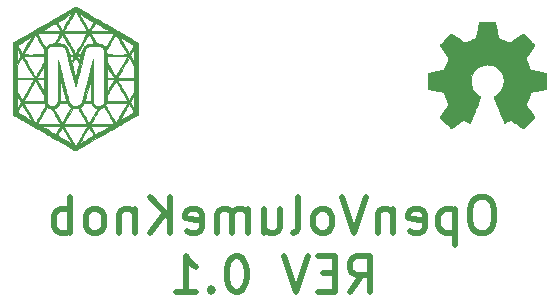
<source format=gbr>
%TF.GenerationSoftware,KiCad,Pcbnew,(5.1.10)-1*%
%TF.CreationDate,2021-11-16T11:27:34+01:00*%
%TF.ProjectId,VolumeKnob,566f6c75-6d65-44b6-9e6f-622e6b696361,rev?*%
%TF.SameCoordinates,Original*%
%TF.FileFunction,Legend,Bot*%
%TF.FilePolarity,Positive*%
%FSLAX46Y46*%
G04 Gerber Fmt 4.6, Leading zero omitted, Abs format (unit mm)*
G04 Created by KiCad (PCBNEW (5.1.10)-1) date 2021-11-16 11:27:34*
%MOMM*%
%LPD*%
G01*
G04 APERTURE LIST*
%ADD10C,0.500000*%
%ADD11C,0.010000*%
G04 APERTURE END LIST*
D10*
X96628571Y-84257142D02*
X96057142Y-84257142D01*
X95771428Y-84400000D01*
X95485714Y-84685714D01*
X95342857Y-85257142D01*
X95342857Y-86257142D01*
X95485714Y-86828571D01*
X95771428Y-87114285D01*
X96057142Y-87257142D01*
X96628571Y-87257142D01*
X96914285Y-87114285D01*
X97200000Y-86828571D01*
X97342857Y-86257142D01*
X97342857Y-85257142D01*
X97200000Y-84685714D01*
X96914285Y-84400000D01*
X96628571Y-84257142D01*
X94057142Y-85257142D02*
X94057142Y-88257142D01*
X94057142Y-85400000D02*
X93771428Y-85257142D01*
X93200000Y-85257142D01*
X92914285Y-85400000D01*
X92771428Y-85542857D01*
X92628571Y-85828571D01*
X92628571Y-86685714D01*
X92771428Y-86971428D01*
X92914285Y-87114285D01*
X93200000Y-87257142D01*
X93771428Y-87257142D01*
X94057142Y-87114285D01*
X90200000Y-87114285D02*
X90485714Y-87257142D01*
X91057142Y-87257142D01*
X91342857Y-87114285D01*
X91485714Y-86828571D01*
X91485714Y-85685714D01*
X91342857Y-85400000D01*
X91057142Y-85257142D01*
X90485714Y-85257142D01*
X90200000Y-85400000D01*
X90057142Y-85685714D01*
X90057142Y-85971428D01*
X91485714Y-86257142D01*
X88771428Y-85257142D02*
X88771428Y-87257142D01*
X88771428Y-85542857D02*
X88628571Y-85400000D01*
X88342857Y-85257142D01*
X87914285Y-85257142D01*
X87628571Y-85400000D01*
X87485714Y-85685714D01*
X87485714Y-87257142D01*
X86485714Y-84257142D02*
X85485714Y-87257142D01*
X84485714Y-84257142D01*
X83057142Y-87257142D02*
X83342857Y-87114285D01*
X83485714Y-86971428D01*
X83628571Y-86685714D01*
X83628571Y-85828571D01*
X83485714Y-85542857D01*
X83342857Y-85400000D01*
X83057142Y-85257142D01*
X82628571Y-85257142D01*
X82342857Y-85400000D01*
X82200000Y-85542857D01*
X82057142Y-85828571D01*
X82057142Y-86685714D01*
X82200000Y-86971428D01*
X82342857Y-87114285D01*
X82628571Y-87257142D01*
X83057142Y-87257142D01*
X80342857Y-87257142D02*
X80628571Y-87114285D01*
X80771428Y-86828571D01*
X80771428Y-84257142D01*
X77914285Y-85257142D02*
X77914285Y-87257142D01*
X79200000Y-85257142D02*
X79200000Y-86828571D01*
X79057142Y-87114285D01*
X78771428Y-87257142D01*
X78342857Y-87257142D01*
X78057142Y-87114285D01*
X77914285Y-86971428D01*
X76485714Y-87257142D02*
X76485714Y-85257142D01*
X76485714Y-85542857D02*
X76342857Y-85400000D01*
X76057142Y-85257142D01*
X75628571Y-85257142D01*
X75342857Y-85400000D01*
X75200000Y-85685714D01*
X75200000Y-87257142D01*
X75200000Y-85685714D02*
X75057142Y-85400000D01*
X74771428Y-85257142D01*
X74342857Y-85257142D01*
X74057142Y-85400000D01*
X73914285Y-85685714D01*
X73914285Y-87257142D01*
X71342857Y-87114285D02*
X71628571Y-87257142D01*
X72200000Y-87257142D01*
X72485714Y-87114285D01*
X72628571Y-86828571D01*
X72628571Y-85685714D01*
X72485714Y-85400000D01*
X72200000Y-85257142D01*
X71628571Y-85257142D01*
X71342857Y-85400000D01*
X71200000Y-85685714D01*
X71200000Y-85971428D01*
X72628571Y-86257142D01*
X69914285Y-87257142D02*
X69914285Y-84257142D01*
X68200000Y-87257142D02*
X69485714Y-85542857D01*
X68200000Y-84257142D02*
X69914285Y-85971428D01*
X66914285Y-85257142D02*
X66914285Y-87257142D01*
X66914285Y-85542857D02*
X66771428Y-85400000D01*
X66485714Y-85257142D01*
X66057142Y-85257142D01*
X65771428Y-85400000D01*
X65628571Y-85685714D01*
X65628571Y-87257142D01*
X63771428Y-87257142D02*
X64057142Y-87114285D01*
X64200000Y-86971428D01*
X64342857Y-86685714D01*
X64342857Y-85828571D01*
X64200000Y-85542857D01*
X64057142Y-85400000D01*
X63771428Y-85257142D01*
X63342857Y-85257142D01*
X63057142Y-85400000D01*
X62914285Y-85542857D01*
X62771428Y-85828571D01*
X62771428Y-86685714D01*
X62914285Y-86971428D01*
X63057142Y-87114285D01*
X63342857Y-87257142D01*
X63771428Y-87257142D01*
X61485714Y-87257142D02*
X61485714Y-84257142D01*
X61485714Y-85400000D02*
X61200000Y-85257142D01*
X60628571Y-85257142D01*
X60342857Y-85400000D01*
X60200000Y-85542857D01*
X60057142Y-85828571D01*
X60057142Y-86685714D01*
X60200000Y-86971428D01*
X60342857Y-87114285D01*
X60628571Y-87257142D01*
X61200000Y-87257142D01*
X61485714Y-87114285D01*
X85128571Y-92257142D02*
X86128571Y-90828571D01*
X86842857Y-92257142D02*
X86842857Y-89257142D01*
X85700000Y-89257142D01*
X85414285Y-89400000D01*
X85271428Y-89542857D01*
X85128571Y-89828571D01*
X85128571Y-90257142D01*
X85271428Y-90542857D01*
X85414285Y-90685714D01*
X85700000Y-90828571D01*
X86842857Y-90828571D01*
X83842857Y-90685714D02*
X82842857Y-90685714D01*
X82414285Y-92257142D02*
X83842857Y-92257142D01*
X83842857Y-89257142D01*
X82414285Y-89257142D01*
X81557142Y-89257142D02*
X80557142Y-92257142D01*
X79557142Y-89257142D01*
X75700000Y-89257142D02*
X75414285Y-89257142D01*
X75128571Y-89400000D01*
X74985714Y-89542857D01*
X74842857Y-89828571D01*
X74700000Y-90400000D01*
X74700000Y-91114285D01*
X74842857Y-91685714D01*
X74985714Y-91971428D01*
X75128571Y-92114285D01*
X75414285Y-92257142D01*
X75700000Y-92257142D01*
X75985714Y-92114285D01*
X76128571Y-91971428D01*
X76271428Y-91685714D01*
X76414285Y-91114285D01*
X76414285Y-90400000D01*
X76271428Y-89828571D01*
X76128571Y-89542857D01*
X75985714Y-89400000D01*
X75700000Y-89257142D01*
X73414285Y-91971428D02*
X73271428Y-92114285D01*
X73414285Y-92257142D01*
X73557142Y-92114285D01*
X73414285Y-91971428D01*
X73414285Y-92257142D01*
X70414285Y-92257142D02*
X72128571Y-92257142D01*
X71271428Y-92257142D02*
X71271428Y-89257142D01*
X71557142Y-89685714D01*
X71842857Y-89971428D01*
X72128571Y-90114285D01*
D11*
%TO.C,G\u002A\u002A\u002A*%
G36*
X96857829Y-69388663D02*
G01*
X96985822Y-69389861D01*
X97105601Y-69391995D01*
X97212494Y-69395065D01*
X97301826Y-69399069D01*
X97368922Y-69404008D01*
X97409109Y-69409880D01*
X97417520Y-69413067D01*
X97426973Y-69425460D01*
X97437584Y-69451231D01*
X97449994Y-69493203D01*
X97464842Y-69554199D01*
X97482769Y-69637043D01*
X97504415Y-69744557D01*
X97530419Y-69879564D01*
X97561423Y-70044888D01*
X97564372Y-70060767D01*
X97590871Y-70203258D01*
X97615724Y-70336356D01*
X97638187Y-70456122D01*
X97657519Y-70558619D01*
X97672975Y-70639907D01*
X97683814Y-70696051D01*
X97689292Y-70723110D01*
X97689458Y-70723825D01*
X97694276Y-70738144D01*
X97703619Y-70751864D01*
X97720675Y-70766560D01*
X97748635Y-70783807D01*
X97790687Y-70805180D01*
X97850022Y-70832255D01*
X97929829Y-70866605D01*
X98033297Y-70909807D01*
X98163615Y-70963435D01*
X98228386Y-70989963D01*
X98352841Y-71040016D01*
X98461529Y-71081969D01*
X98551053Y-71114605D01*
X98618016Y-71136710D01*
X98659021Y-71147067D01*
X98668652Y-71147477D01*
X98690524Y-71136415D01*
X98736912Y-71108178D01*
X98804526Y-71064927D01*
X98890078Y-71008821D01*
X98990279Y-70942020D01*
X99101840Y-70866684D01*
X99221470Y-70784973D01*
X99238588Y-70773208D01*
X99358898Y-70691059D01*
X99471510Y-70615327D01*
X99573157Y-70548121D01*
X99660575Y-70491549D01*
X99730497Y-70447722D01*
X99779658Y-70418749D01*
X99804793Y-70406739D01*
X99806265Y-70406530D01*
X99828745Y-70418880D01*
X99873914Y-70455705D01*
X99941412Y-70516668D01*
X100030876Y-70601432D01*
X100141945Y-70709661D01*
X100274259Y-70841017D01*
X100301882Y-70868673D01*
X100404437Y-70971890D01*
X100499060Y-71067921D01*
X100583160Y-71154073D01*
X100654141Y-71227654D01*
X100709408Y-71285971D01*
X100746370Y-71326331D01*
X100762430Y-71346040D01*
X100762905Y-71347266D01*
X100761534Y-71354528D01*
X100756320Y-71366464D01*
X100745612Y-71385558D01*
X100727761Y-71414297D01*
X100701114Y-71455167D01*
X100664022Y-71510653D01*
X100614833Y-71583242D01*
X100551898Y-71675419D01*
X100473565Y-71789669D01*
X100378184Y-71928480D01*
X100342621Y-71980195D01*
X100268199Y-72089040D01*
X100199534Y-72190677D01*
X100139145Y-72281286D01*
X100089548Y-72357045D01*
X100053259Y-72414134D01*
X100032797Y-72448731D01*
X100029642Y-72455323D01*
X100026253Y-72471698D01*
X100027767Y-72494432D01*
X100035434Y-72527028D01*
X100050506Y-72572988D01*
X100074235Y-72635816D01*
X100107873Y-72719017D01*
X100152671Y-72826092D01*
X100209882Y-72960546D01*
X100211554Y-72964458D01*
X100262451Y-73082587D01*
X100309957Y-73191139D01*
X100352228Y-73286037D01*
X100387425Y-73363208D01*
X100413707Y-73418577D01*
X100429230Y-73448069D01*
X100431555Y-73451304D01*
X100452581Y-73459360D01*
X100503220Y-73472627D01*
X100579753Y-73490306D01*
X100678466Y-73511598D01*
X100795640Y-73535702D01*
X100927559Y-73561820D01*
X101070506Y-73589152D01*
X101085725Y-73592008D01*
X101228309Y-73619069D01*
X101360797Y-73644898D01*
X101479404Y-73668706D01*
X101580345Y-73689703D01*
X101659833Y-73707098D01*
X101714082Y-73720103D01*
X101739309Y-73727928D01*
X101740280Y-73728541D01*
X101746080Y-73740457D01*
X101750823Y-73767443D01*
X101754596Y-73812186D01*
X101757487Y-73877372D01*
X101759582Y-73965690D01*
X101760970Y-74079826D01*
X101761737Y-74222467D01*
X101761972Y-74395194D01*
X101761833Y-74562859D01*
X101761334Y-74699853D01*
X101760348Y-74809372D01*
X101758749Y-74894613D01*
X101756412Y-74958771D01*
X101753209Y-75005041D01*
X101749017Y-75036619D01*
X101743708Y-75056702D01*
X101737156Y-75068484D01*
X101735362Y-75070454D01*
X101711306Y-75091577D01*
X101701300Y-75097064D01*
X101680961Y-75100101D01*
X101632048Y-75108625D01*
X101559251Y-75121755D01*
X101467259Y-75138611D01*
X101360761Y-75158312D01*
X101244446Y-75179977D01*
X101123003Y-75202725D01*
X101001122Y-75225677D01*
X100883492Y-75247951D01*
X100774802Y-75268667D01*
X100679741Y-75286943D01*
X100602998Y-75301900D01*
X100549263Y-75312657D01*
X100523462Y-75318270D01*
X100470006Y-75343130D01*
X100436144Y-75389097D01*
X100436041Y-75389316D01*
X100416599Y-75433239D01*
X100388670Y-75499775D01*
X100354116Y-75584177D01*
X100314802Y-75681695D01*
X100272592Y-75787581D01*
X100229348Y-75897086D01*
X100186936Y-76005461D01*
X100147218Y-76107957D01*
X100112059Y-76199825D01*
X100083322Y-76276317D01*
X100062872Y-76332683D01*
X100052571Y-76364175D01*
X100051705Y-76368588D01*
X100060995Y-76388555D01*
X100087408Y-76432979D01*
X100128757Y-76498492D01*
X100182859Y-76581726D01*
X100247527Y-76679316D01*
X100320577Y-76787893D01*
X100389388Y-76888879D01*
X100484494Y-77027654D01*
X100562157Y-77141191D01*
X100624032Y-77232220D01*
X100671774Y-77303472D01*
X100707037Y-77357678D01*
X100731475Y-77397568D01*
X100746742Y-77425874D01*
X100754493Y-77445326D01*
X100756382Y-77458655D01*
X100754063Y-77468592D01*
X100749191Y-77477866D01*
X100747752Y-77480430D01*
X100729319Y-77504000D01*
X100690469Y-77546702D01*
X100634454Y-77605359D01*
X100564525Y-77676793D01*
X100483935Y-77757828D01*
X100395936Y-77845284D01*
X100303778Y-77935986D01*
X100210716Y-78026755D01*
X100120000Y-78114413D01*
X100034882Y-78195784D01*
X99958615Y-78267689D01*
X99894450Y-78326952D01*
X99845640Y-78370394D01*
X99815436Y-78394838D01*
X99807595Y-78399064D01*
X99786716Y-78389749D01*
X99741515Y-78363293D01*
X99675448Y-78321925D01*
X99591973Y-78267877D01*
X99494545Y-78203379D01*
X99386621Y-78130662D01*
X99300330Y-78071701D01*
X99186047Y-77993331D01*
X99079204Y-77920405D01*
X98983369Y-77855331D01*
X98902110Y-77800519D01*
X98838992Y-77758376D01*
X98797584Y-77731312D01*
X98783138Y-77722473D01*
X98765796Y-77715570D01*
X98745355Y-77714713D01*
X98716897Y-77721723D01*
X98675504Y-77738423D01*
X98616260Y-77766635D01*
X98534246Y-77808181D01*
X98489300Y-77831351D01*
X98388175Y-77882189D01*
X98308651Y-77919133D01*
X98253038Y-77941199D01*
X98223648Y-77947401D01*
X98220336Y-77946068D01*
X98211046Y-77927845D01*
X98190074Y-77881174D01*
X98158638Y-77808922D01*
X98117956Y-77713955D01*
X98069245Y-77599139D01*
X98013723Y-77467340D01*
X97952607Y-77321424D01*
X97887115Y-77164259D01*
X97840190Y-77051187D01*
X97744480Y-76820149D01*
X97660938Y-76618381D01*
X97588758Y-76443872D01*
X97527133Y-76294608D01*
X97475257Y-76168576D01*
X97432324Y-76063765D01*
X97397527Y-75978162D01*
X97370059Y-75909754D01*
X97349116Y-75856529D01*
X97333889Y-75816475D01*
X97323572Y-75787579D01*
X97317360Y-75767828D01*
X97314446Y-75755210D01*
X97314023Y-75747713D01*
X97315285Y-75743324D01*
X97315782Y-75742456D01*
X97332625Y-75727153D01*
X97371329Y-75696983D01*
X97425971Y-75656445D01*
X97484709Y-75614224D01*
X97663428Y-75474919D01*
X97811002Y-75331175D01*
X97930146Y-75179154D01*
X98023576Y-75015015D01*
X98094007Y-74834919D01*
X98130027Y-74701916D01*
X98144655Y-74610819D01*
X98153299Y-74498961D01*
X98155764Y-74378949D01*
X98151857Y-74263391D01*
X98141382Y-74164895D01*
X98138566Y-74148797D01*
X98082299Y-73939983D01*
X97996727Y-73746067D01*
X97883938Y-73569235D01*
X97746017Y-73411672D01*
X97585050Y-73275563D01*
X97403125Y-73163095D01*
X97202326Y-73076451D01*
X97079442Y-73039255D01*
X96975014Y-73020296D01*
X96850000Y-73010000D01*
X96716553Y-73008366D01*
X96586825Y-73015392D01*
X96472970Y-73031078D01*
X96436439Y-73039298D01*
X96226228Y-73109973D01*
X96033465Y-73207955D01*
X95860278Y-73331015D01*
X95708791Y-73476925D01*
X95581131Y-73643459D01*
X95479424Y-73828389D01*
X95405795Y-74029487D01*
X95377531Y-74148797D01*
X95365533Y-74243263D01*
X95360344Y-74357394D01*
X95361767Y-74478387D01*
X95369603Y-74593440D01*
X95383654Y-74689749D01*
X95386099Y-74700977D01*
X95443181Y-74895642D01*
X95522038Y-75071863D01*
X95625280Y-75233333D01*
X95755515Y-75383743D01*
X95915352Y-75526786D01*
X96031235Y-75613940D01*
X96095386Y-75660140D01*
X96149052Y-75700154D01*
X96186298Y-75729467D01*
X96200943Y-75743073D01*
X96195919Y-75760226D01*
X96179184Y-75805571D01*
X96151998Y-75876017D01*
X96115622Y-75968472D01*
X96071317Y-76079844D01*
X96020345Y-76207042D01*
X95963966Y-76346975D01*
X95903441Y-76496550D01*
X95840033Y-76652677D01*
X95775000Y-76812264D01*
X95709605Y-76972219D01*
X95645109Y-77129451D01*
X95582773Y-77280868D01*
X95523857Y-77423379D01*
X95469623Y-77553893D01*
X95421332Y-77669317D01*
X95380244Y-77766561D01*
X95347622Y-77842532D01*
X95324726Y-77894140D01*
X95316127Y-77912231D01*
X95295782Y-77944927D01*
X95279602Y-77958794D01*
X95279437Y-77958797D01*
X95260579Y-77951225D01*
X95217543Y-77930393D01*
X95155952Y-77899126D01*
X95081432Y-77860252D01*
X95047039Y-77842020D01*
X94966282Y-77799581D01*
X94893661Y-77762469D01*
X94835587Y-77733886D01*
X94798473Y-77717030D01*
X94791261Y-77714384D01*
X94763721Y-77714765D01*
X94723284Y-77731028D01*
X94664928Y-77765538D01*
X94621928Y-77794140D01*
X94570978Y-77828937D01*
X94497609Y-77879095D01*
X94407342Y-77940837D01*
X94305698Y-78010387D01*
X94198200Y-78083966D01*
X94113569Y-78141910D01*
X94012746Y-78210207D01*
X93919909Y-78271683D01*
X93839027Y-78323823D01*
X93774068Y-78364110D01*
X93729003Y-78390029D01*
X93707905Y-78399064D01*
X93689277Y-78387438D01*
X93649603Y-78354265D01*
X93591625Y-78302103D01*
X93518084Y-78233509D01*
X93431724Y-78151042D01*
X93335286Y-78057259D01*
X93231512Y-77954719D01*
X93231357Y-77954564D01*
X93129535Y-77852830D01*
X93034998Y-77757703D01*
X92950522Y-77672029D01*
X92878886Y-77598653D01*
X92822868Y-77540421D01*
X92785245Y-77500180D01*
X92768795Y-77480777D01*
X92768592Y-77480430D01*
X92763336Y-77470891D01*
X92760216Y-77461379D01*
X92760885Y-77449166D01*
X92766998Y-77431519D01*
X92780209Y-77405709D01*
X92802173Y-77369005D01*
X92834543Y-77318675D01*
X92878975Y-77251989D01*
X92937122Y-77166217D01*
X93010639Y-77058627D01*
X93101179Y-76926489D01*
X93126956Y-76888879D01*
X93205528Y-76773470D01*
X93277625Y-76666114D01*
X93341060Y-76570177D01*
X93393649Y-76489027D01*
X93433205Y-76426031D01*
X93457543Y-76384556D01*
X93464639Y-76368588D01*
X93458595Y-76347575D01*
X93441708Y-76299920D01*
X93415840Y-76230370D01*
X93382855Y-76143675D01*
X93344618Y-76044583D01*
X93302992Y-75937843D01*
X93259840Y-75828205D01*
X93217027Y-75720416D01*
X93176416Y-75619225D01*
X93139871Y-75529382D01*
X93109256Y-75455636D01*
X93086435Y-75402734D01*
X93080303Y-75389316D01*
X93046412Y-75343190D01*
X92992902Y-75318210D01*
X92992882Y-75318205D01*
X92965498Y-75312212D01*
X92910595Y-75301174D01*
X92832877Y-75285976D01*
X92737044Y-75267500D01*
X92627798Y-75246632D01*
X92509843Y-75224256D01*
X92387878Y-75201257D01*
X92266607Y-75178518D01*
X92150730Y-75156924D01*
X92044951Y-75137359D01*
X91953972Y-75120708D01*
X91882493Y-75107855D01*
X91835216Y-75099685D01*
X91817111Y-75097064D01*
X91798975Y-75086507D01*
X91780981Y-75070454D01*
X91774109Y-75060207D01*
X91768510Y-75042436D01*
X91764057Y-75013945D01*
X91760626Y-74971539D01*
X91758090Y-74912022D01*
X91756323Y-74832199D01*
X91755200Y-74728874D01*
X91754594Y-74598851D01*
X91754379Y-74438934D01*
X91754372Y-74395194D01*
X91754609Y-74221550D01*
X91755380Y-74079083D01*
X91756772Y-73965105D01*
X91758871Y-73876929D01*
X91761767Y-73811869D01*
X91765545Y-73767238D01*
X91770294Y-73740347D01*
X91776064Y-73728541D01*
X91797108Y-73721471D01*
X91847685Y-73709115D01*
X91924007Y-73692263D01*
X92022289Y-73671703D01*
X92138746Y-73648227D01*
X92269592Y-73622623D01*
X92411042Y-73595681D01*
X92430619Y-73592008D01*
X92573225Y-73564836D01*
X92705737Y-73538700D01*
X92824365Y-73514412D01*
X92925323Y-73492789D01*
X93004823Y-73474643D01*
X93059077Y-73460788D01*
X93084297Y-73452040D01*
X93085261Y-73451304D01*
X93097653Y-73430034D01*
X93120790Y-73382323D01*
X93152624Y-73312966D01*
X93191106Y-73226758D01*
X93234186Y-73128495D01*
X93279816Y-73022973D01*
X93325947Y-72914987D01*
X93370529Y-72809333D01*
X93411514Y-72710806D01*
X93446852Y-72624202D01*
X93474495Y-72554316D01*
X93492393Y-72505944D01*
X93498505Y-72484152D01*
X93496666Y-72473458D01*
X93489895Y-72457184D01*
X93476311Y-72432421D01*
X93454034Y-72396258D01*
X93421185Y-72345785D01*
X93375882Y-72278093D01*
X93316245Y-72190271D01*
X93240394Y-72079410D01*
X93182042Y-71994397D01*
X93071460Y-71833119D01*
X92979273Y-71697985D01*
X92904429Y-71587412D01*
X92845878Y-71499815D01*
X92802569Y-71433610D01*
X92773451Y-71387214D01*
X92757473Y-71359043D01*
X92753439Y-71348320D01*
X92765016Y-71332820D01*
X92798017Y-71296146D01*
X92849848Y-71240996D01*
X92917913Y-71170071D01*
X92999616Y-71086070D01*
X93092364Y-70991695D01*
X93193560Y-70889643D01*
X93214461Y-70868673D01*
X93352356Y-70731336D01*
X93467549Y-70618558D01*
X93560348Y-70530050D01*
X93631064Y-70465524D01*
X93680008Y-70424691D01*
X93707488Y-70407264D01*
X93711066Y-70406530D01*
X93736564Y-70415843D01*
X93784060Y-70441575D01*
X93848022Y-70480420D01*
X93922921Y-70529069D01*
X93973943Y-70563753D01*
X94153297Y-70687703D01*
X94306856Y-70793555D01*
X94436579Y-70882620D01*
X94544424Y-70956208D01*
X94632353Y-71015628D01*
X94702323Y-71062191D01*
X94756295Y-71097205D01*
X94796227Y-71121982D01*
X94824079Y-71137831D01*
X94841811Y-71146061D01*
X94847464Y-71147723D01*
X94873733Y-71143519D01*
X94927252Y-71127329D01*
X95004156Y-71100533D01*
X95100580Y-71064514D01*
X95212657Y-71020653D01*
X95287731Y-70990363D01*
X95430708Y-70931898D01*
X95545441Y-70884459D01*
X95635117Y-70846469D01*
X95702926Y-70816352D01*
X95752058Y-70792531D01*
X95785701Y-70773430D01*
X95807045Y-70757472D01*
X95819279Y-70743081D01*
X95825591Y-70728679D01*
X95826878Y-70723825D01*
X95831950Y-70698990D01*
X95842447Y-70644793D01*
X95857626Y-70565170D01*
X95876743Y-70464057D01*
X95899052Y-70345392D01*
X95923811Y-70213111D01*
X95950274Y-70071152D01*
X95952244Y-70060563D01*
X95983874Y-69892002D01*
X96010443Y-69754043D01*
X96032583Y-69643899D01*
X96050925Y-69558789D01*
X96066100Y-69495926D01*
X96078739Y-69452528D01*
X96089475Y-69425809D01*
X96098937Y-69412986D01*
X96099103Y-69412863D01*
X96124534Y-69406546D01*
X96179145Y-69401171D01*
X96258261Y-69396738D01*
X96357208Y-69393244D01*
X96471312Y-69390691D01*
X96595900Y-69389078D01*
X96726297Y-69388401D01*
X96857829Y-69388663D01*
G37*
X96857829Y-69388663D02*
X96985822Y-69389861D01*
X97105601Y-69391995D01*
X97212494Y-69395065D01*
X97301826Y-69399069D01*
X97368922Y-69404008D01*
X97409109Y-69409880D01*
X97417520Y-69413067D01*
X97426973Y-69425460D01*
X97437584Y-69451231D01*
X97449994Y-69493203D01*
X97464842Y-69554199D01*
X97482769Y-69637043D01*
X97504415Y-69744557D01*
X97530419Y-69879564D01*
X97561423Y-70044888D01*
X97564372Y-70060767D01*
X97590871Y-70203258D01*
X97615724Y-70336356D01*
X97638187Y-70456122D01*
X97657519Y-70558619D01*
X97672975Y-70639907D01*
X97683814Y-70696051D01*
X97689292Y-70723110D01*
X97689458Y-70723825D01*
X97694276Y-70738144D01*
X97703619Y-70751864D01*
X97720675Y-70766560D01*
X97748635Y-70783807D01*
X97790687Y-70805180D01*
X97850022Y-70832255D01*
X97929829Y-70866605D01*
X98033297Y-70909807D01*
X98163615Y-70963435D01*
X98228386Y-70989963D01*
X98352841Y-71040016D01*
X98461529Y-71081969D01*
X98551053Y-71114605D01*
X98618016Y-71136710D01*
X98659021Y-71147067D01*
X98668652Y-71147477D01*
X98690524Y-71136415D01*
X98736912Y-71108178D01*
X98804526Y-71064927D01*
X98890078Y-71008821D01*
X98990279Y-70942020D01*
X99101840Y-70866684D01*
X99221470Y-70784973D01*
X99238588Y-70773208D01*
X99358898Y-70691059D01*
X99471510Y-70615327D01*
X99573157Y-70548121D01*
X99660575Y-70491549D01*
X99730497Y-70447722D01*
X99779658Y-70418749D01*
X99804793Y-70406739D01*
X99806265Y-70406530D01*
X99828745Y-70418880D01*
X99873914Y-70455705D01*
X99941412Y-70516668D01*
X100030876Y-70601432D01*
X100141945Y-70709661D01*
X100274259Y-70841017D01*
X100301882Y-70868673D01*
X100404437Y-70971890D01*
X100499060Y-71067921D01*
X100583160Y-71154073D01*
X100654141Y-71227654D01*
X100709408Y-71285971D01*
X100746370Y-71326331D01*
X100762430Y-71346040D01*
X100762905Y-71347266D01*
X100761534Y-71354528D01*
X100756320Y-71366464D01*
X100745612Y-71385558D01*
X100727761Y-71414297D01*
X100701114Y-71455167D01*
X100664022Y-71510653D01*
X100614833Y-71583242D01*
X100551898Y-71675419D01*
X100473565Y-71789669D01*
X100378184Y-71928480D01*
X100342621Y-71980195D01*
X100268199Y-72089040D01*
X100199534Y-72190677D01*
X100139145Y-72281286D01*
X100089548Y-72357045D01*
X100053259Y-72414134D01*
X100032797Y-72448731D01*
X100029642Y-72455323D01*
X100026253Y-72471698D01*
X100027767Y-72494432D01*
X100035434Y-72527028D01*
X100050506Y-72572988D01*
X100074235Y-72635816D01*
X100107873Y-72719017D01*
X100152671Y-72826092D01*
X100209882Y-72960546D01*
X100211554Y-72964458D01*
X100262451Y-73082587D01*
X100309957Y-73191139D01*
X100352228Y-73286037D01*
X100387425Y-73363208D01*
X100413707Y-73418577D01*
X100429230Y-73448069D01*
X100431555Y-73451304D01*
X100452581Y-73459360D01*
X100503220Y-73472627D01*
X100579753Y-73490306D01*
X100678466Y-73511598D01*
X100795640Y-73535702D01*
X100927559Y-73561820D01*
X101070506Y-73589152D01*
X101085725Y-73592008D01*
X101228309Y-73619069D01*
X101360797Y-73644898D01*
X101479404Y-73668706D01*
X101580345Y-73689703D01*
X101659833Y-73707098D01*
X101714082Y-73720103D01*
X101739309Y-73727928D01*
X101740280Y-73728541D01*
X101746080Y-73740457D01*
X101750823Y-73767443D01*
X101754596Y-73812186D01*
X101757487Y-73877372D01*
X101759582Y-73965690D01*
X101760970Y-74079826D01*
X101761737Y-74222467D01*
X101761972Y-74395194D01*
X101761833Y-74562859D01*
X101761334Y-74699853D01*
X101760348Y-74809372D01*
X101758749Y-74894613D01*
X101756412Y-74958771D01*
X101753209Y-75005041D01*
X101749017Y-75036619D01*
X101743708Y-75056702D01*
X101737156Y-75068484D01*
X101735362Y-75070454D01*
X101711306Y-75091577D01*
X101701300Y-75097064D01*
X101680961Y-75100101D01*
X101632048Y-75108625D01*
X101559251Y-75121755D01*
X101467259Y-75138611D01*
X101360761Y-75158312D01*
X101244446Y-75179977D01*
X101123003Y-75202725D01*
X101001122Y-75225677D01*
X100883492Y-75247951D01*
X100774802Y-75268667D01*
X100679741Y-75286943D01*
X100602998Y-75301900D01*
X100549263Y-75312657D01*
X100523462Y-75318270D01*
X100470006Y-75343130D01*
X100436144Y-75389097D01*
X100436041Y-75389316D01*
X100416599Y-75433239D01*
X100388670Y-75499775D01*
X100354116Y-75584177D01*
X100314802Y-75681695D01*
X100272592Y-75787581D01*
X100229348Y-75897086D01*
X100186936Y-76005461D01*
X100147218Y-76107957D01*
X100112059Y-76199825D01*
X100083322Y-76276317D01*
X100062872Y-76332683D01*
X100052571Y-76364175D01*
X100051705Y-76368588D01*
X100060995Y-76388555D01*
X100087408Y-76432979D01*
X100128757Y-76498492D01*
X100182859Y-76581726D01*
X100247527Y-76679316D01*
X100320577Y-76787893D01*
X100389388Y-76888879D01*
X100484494Y-77027654D01*
X100562157Y-77141191D01*
X100624032Y-77232220D01*
X100671774Y-77303472D01*
X100707037Y-77357678D01*
X100731475Y-77397568D01*
X100746742Y-77425874D01*
X100754493Y-77445326D01*
X100756382Y-77458655D01*
X100754063Y-77468592D01*
X100749191Y-77477866D01*
X100747752Y-77480430D01*
X100729319Y-77504000D01*
X100690469Y-77546702D01*
X100634454Y-77605359D01*
X100564525Y-77676793D01*
X100483935Y-77757828D01*
X100395936Y-77845284D01*
X100303778Y-77935986D01*
X100210716Y-78026755D01*
X100120000Y-78114413D01*
X100034882Y-78195784D01*
X99958615Y-78267689D01*
X99894450Y-78326952D01*
X99845640Y-78370394D01*
X99815436Y-78394838D01*
X99807595Y-78399064D01*
X99786716Y-78389749D01*
X99741515Y-78363293D01*
X99675448Y-78321925D01*
X99591973Y-78267877D01*
X99494545Y-78203379D01*
X99386621Y-78130662D01*
X99300330Y-78071701D01*
X99186047Y-77993331D01*
X99079204Y-77920405D01*
X98983369Y-77855331D01*
X98902110Y-77800519D01*
X98838992Y-77758376D01*
X98797584Y-77731312D01*
X98783138Y-77722473D01*
X98765796Y-77715570D01*
X98745355Y-77714713D01*
X98716897Y-77721723D01*
X98675504Y-77738423D01*
X98616260Y-77766635D01*
X98534246Y-77808181D01*
X98489300Y-77831351D01*
X98388175Y-77882189D01*
X98308651Y-77919133D01*
X98253038Y-77941199D01*
X98223648Y-77947401D01*
X98220336Y-77946068D01*
X98211046Y-77927845D01*
X98190074Y-77881174D01*
X98158638Y-77808922D01*
X98117956Y-77713955D01*
X98069245Y-77599139D01*
X98013723Y-77467340D01*
X97952607Y-77321424D01*
X97887115Y-77164259D01*
X97840190Y-77051187D01*
X97744480Y-76820149D01*
X97660938Y-76618381D01*
X97588758Y-76443872D01*
X97527133Y-76294608D01*
X97475257Y-76168576D01*
X97432324Y-76063765D01*
X97397527Y-75978162D01*
X97370059Y-75909754D01*
X97349116Y-75856529D01*
X97333889Y-75816475D01*
X97323572Y-75787579D01*
X97317360Y-75767828D01*
X97314446Y-75755210D01*
X97314023Y-75747713D01*
X97315285Y-75743324D01*
X97315782Y-75742456D01*
X97332625Y-75727153D01*
X97371329Y-75696983D01*
X97425971Y-75656445D01*
X97484709Y-75614224D01*
X97663428Y-75474919D01*
X97811002Y-75331175D01*
X97930146Y-75179154D01*
X98023576Y-75015015D01*
X98094007Y-74834919D01*
X98130027Y-74701916D01*
X98144655Y-74610819D01*
X98153299Y-74498961D01*
X98155764Y-74378949D01*
X98151857Y-74263391D01*
X98141382Y-74164895D01*
X98138566Y-74148797D01*
X98082299Y-73939983D01*
X97996727Y-73746067D01*
X97883938Y-73569235D01*
X97746017Y-73411672D01*
X97585050Y-73275563D01*
X97403125Y-73163095D01*
X97202326Y-73076451D01*
X97079442Y-73039255D01*
X96975014Y-73020296D01*
X96850000Y-73010000D01*
X96716553Y-73008366D01*
X96586825Y-73015392D01*
X96472970Y-73031078D01*
X96436439Y-73039298D01*
X96226228Y-73109973D01*
X96033465Y-73207955D01*
X95860278Y-73331015D01*
X95708791Y-73476925D01*
X95581131Y-73643459D01*
X95479424Y-73828389D01*
X95405795Y-74029487D01*
X95377531Y-74148797D01*
X95365533Y-74243263D01*
X95360344Y-74357394D01*
X95361767Y-74478387D01*
X95369603Y-74593440D01*
X95383654Y-74689749D01*
X95386099Y-74700977D01*
X95443181Y-74895642D01*
X95522038Y-75071863D01*
X95625280Y-75233333D01*
X95755515Y-75383743D01*
X95915352Y-75526786D01*
X96031235Y-75613940D01*
X96095386Y-75660140D01*
X96149052Y-75700154D01*
X96186298Y-75729467D01*
X96200943Y-75743073D01*
X96195919Y-75760226D01*
X96179184Y-75805571D01*
X96151998Y-75876017D01*
X96115622Y-75968472D01*
X96071317Y-76079844D01*
X96020345Y-76207042D01*
X95963966Y-76346975D01*
X95903441Y-76496550D01*
X95840033Y-76652677D01*
X95775000Y-76812264D01*
X95709605Y-76972219D01*
X95645109Y-77129451D01*
X95582773Y-77280868D01*
X95523857Y-77423379D01*
X95469623Y-77553893D01*
X95421332Y-77669317D01*
X95380244Y-77766561D01*
X95347622Y-77842532D01*
X95324726Y-77894140D01*
X95316127Y-77912231D01*
X95295782Y-77944927D01*
X95279602Y-77958794D01*
X95279437Y-77958797D01*
X95260579Y-77951225D01*
X95217543Y-77930393D01*
X95155952Y-77899126D01*
X95081432Y-77860252D01*
X95047039Y-77842020D01*
X94966282Y-77799581D01*
X94893661Y-77762469D01*
X94835587Y-77733886D01*
X94798473Y-77717030D01*
X94791261Y-77714384D01*
X94763721Y-77714765D01*
X94723284Y-77731028D01*
X94664928Y-77765538D01*
X94621928Y-77794140D01*
X94570978Y-77828937D01*
X94497609Y-77879095D01*
X94407342Y-77940837D01*
X94305698Y-78010387D01*
X94198200Y-78083966D01*
X94113569Y-78141910D01*
X94012746Y-78210207D01*
X93919909Y-78271683D01*
X93839027Y-78323823D01*
X93774068Y-78364110D01*
X93729003Y-78390029D01*
X93707905Y-78399064D01*
X93689277Y-78387438D01*
X93649603Y-78354265D01*
X93591625Y-78302103D01*
X93518084Y-78233509D01*
X93431724Y-78151042D01*
X93335286Y-78057259D01*
X93231512Y-77954719D01*
X93231357Y-77954564D01*
X93129535Y-77852830D01*
X93034998Y-77757703D01*
X92950522Y-77672029D01*
X92878886Y-77598653D01*
X92822868Y-77540421D01*
X92785245Y-77500180D01*
X92768795Y-77480777D01*
X92768592Y-77480430D01*
X92763336Y-77470891D01*
X92760216Y-77461379D01*
X92760885Y-77449166D01*
X92766998Y-77431519D01*
X92780209Y-77405709D01*
X92802173Y-77369005D01*
X92834543Y-77318675D01*
X92878975Y-77251989D01*
X92937122Y-77166217D01*
X93010639Y-77058627D01*
X93101179Y-76926489D01*
X93126956Y-76888879D01*
X93205528Y-76773470D01*
X93277625Y-76666114D01*
X93341060Y-76570177D01*
X93393649Y-76489027D01*
X93433205Y-76426031D01*
X93457543Y-76384556D01*
X93464639Y-76368588D01*
X93458595Y-76347575D01*
X93441708Y-76299920D01*
X93415840Y-76230370D01*
X93382855Y-76143675D01*
X93344618Y-76044583D01*
X93302992Y-75937843D01*
X93259840Y-75828205D01*
X93217027Y-75720416D01*
X93176416Y-75619225D01*
X93139871Y-75529382D01*
X93109256Y-75455636D01*
X93086435Y-75402734D01*
X93080303Y-75389316D01*
X93046412Y-75343190D01*
X92992902Y-75318210D01*
X92992882Y-75318205D01*
X92965498Y-75312212D01*
X92910595Y-75301174D01*
X92832877Y-75285976D01*
X92737044Y-75267500D01*
X92627798Y-75246632D01*
X92509843Y-75224256D01*
X92387878Y-75201257D01*
X92266607Y-75178518D01*
X92150730Y-75156924D01*
X92044951Y-75137359D01*
X91953972Y-75120708D01*
X91882493Y-75107855D01*
X91835216Y-75099685D01*
X91817111Y-75097064D01*
X91798975Y-75086507D01*
X91780981Y-75070454D01*
X91774109Y-75060207D01*
X91768510Y-75042436D01*
X91764057Y-75013945D01*
X91760626Y-74971539D01*
X91758090Y-74912022D01*
X91756323Y-74832199D01*
X91755200Y-74728874D01*
X91754594Y-74598851D01*
X91754379Y-74438934D01*
X91754372Y-74395194D01*
X91754609Y-74221550D01*
X91755380Y-74079083D01*
X91756772Y-73965105D01*
X91758871Y-73876929D01*
X91761767Y-73811869D01*
X91765545Y-73767238D01*
X91770294Y-73740347D01*
X91776064Y-73728541D01*
X91797108Y-73721471D01*
X91847685Y-73709115D01*
X91924007Y-73692263D01*
X92022289Y-73671703D01*
X92138746Y-73648227D01*
X92269592Y-73622623D01*
X92411042Y-73595681D01*
X92430619Y-73592008D01*
X92573225Y-73564836D01*
X92705737Y-73538700D01*
X92824365Y-73514412D01*
X92925323Y-73492789D01*
X93004823Y-73474643D01*
X93059077Y-73460788D01*
X93084297Y-73452040D01*
X93085261Y-73451304D01*
X93097653Y-73430034D01*
X93120790Y-73382323D01*
X93152624Y-73312966D01*
X93191106Y-73226758D01*
X93234186Y-73128495D01*
X93279816Y-73022973D01*
X93325947Y-72914987D01*
X93370529Y-72809333D01*
X93411514Y-72710806D01*
X93446852Y-72624202D01*
X93474495Y-72554316D01*
X93492393Y-72505944D01*
X93498505Y-72484152D01*
X93496666Y-72473458D01*
X93489895Y-72457184D01*
X93476311Y-72432421D01*
X93454034Y-72396258D01*
X93421185Y-72345785D01*
X93375882Y-72278093D01*
X93316245Y-72190271D01*
X93240394Y-72079410D01*
X93182042Y-71994397D01*
X93071460Y-71833119D01*
X92979273Y-71697985D01*
X92904429Y-71587412D01*
X92845878Y-71499815D01*
X92802569Y-71433610D01*
X92773451Y-71387214D01*
X92757473Y-71359043D01*
X92753439Y-71348320D01*
X92765016Y-71332820D01*
X92798017Y-71296146D01*
X92849848Y-71240996D01*
X92917913Y-71170071D01*
X92999616Y-71086070D01*
X93092364Y-70991695D01*
X93193560Y-70889643D01*
X93214461Y-70868673D01*
X93352356Y-70731336D01*
X93467549Y-70618558D01*
X93560348Y-70530050D01*
X93631064Y-70465524D01*
X93680008Y-70424691D01*
X93707488Y-70407264D01*
X93711066Y-70406530D01*
X93736564Y-70415843D01*
X93784060Y-70441575D01*
X93848022Y-70480420D01*
X93922921Y-70529069D01*
X93973943Y-70563753D01*
X94153297Y-70687703D01*
X94306856Y-70793555D01*
X94436579Y-70882620D01*
X94544424Y-70956208D01*
X94632353Y-71015628D01*
X94702323Y-71062191D01*
X94756295Y-71097205D01*
X94796227Y-71121982D01*
X94824079Y-71137831D01*
X94841811Y-71146061D01*
X94847464Y-71147723D01*
X94873733Y-71143519D01*
X94927252Y-71127329D01*
X95004156Y-71100533D01*
X95100580Y-71064514D01*
X95212657Y-71020653D01*
X95287731Y-70990363D01*
X95430708Y-70931898D01*
X95545441Y-70884459D01*
X95635117Y-70846469D01*
X95702926Y-70816352D01*
X95752058Y-70792531D01*
X95785701Y-70773430D01*
X95807045Y-70757472D01*
X95819279Y-70743081D01*
X95825591Y-70728679D01*
X95826878Y-70723825D01*
X95831950Y-70698990D01*
X95842447Y-70644793D01*
X95857626Y-70565170D01*
X95876743Y-70464057D01*
X95899052Y-70345392D01*
X95923811Y-70213111D01*
X95950274Y-70071152D01*
X95952244Y-70060563D01*
X95983874Y-69892002D01*
X96010443Y-69754043D01*
X96032583Y-69643899D01*
X96050925Y-69558789D01*
X96066100Y-69495926D01*
X96078739Y-69452528D01*
X96089475Y-69425809D01*
X96098937Y-69412986D01*
X96099103Y-69412863D01*
X96124534Y-69406546D01*
X96179145Y-69401171D01*
X96258261Y-69396738D01*
X96357208Y-69393244D01*
X96471312Y-69390691D01*
X96595900Y-69389078D01*
X96726297Y-69388401D01*
X96857829Y-69388663D01*
G36*
X61941830Y-68127132D02*
G01*
X61961861Y-68138566D01*
X61999882Y-68161742D01*
X62074025Y-68205567D01*
X62176353Y-68265401D01*
X62298929Y-68336602D01*
X62433400Y-68414290D01*
X62587551Y-68503167D01*
X62747755Y-68595628D01*
X62900535Y-68683889D01*
X63032414Y-68760164D01*
X63106500Y-68803082D01*
X63216711Y-68866865D01*
X63357021Y-68947871D01*
X63513462Y-69038046D01*
X63672067Y-69129337D01*
X63766900Y-69183848D01*
X63908558Y-69265322D01*
X64081727Y-69365070D01*
X64273953Y-69475909D01*
X64472785Y-69590659D01*
X64665770Y-69702138D01*
X64757500Y-69755170D01*
X64917624Y-69847759D01*
X65066846Y-69934012D01*
X65198419Y-70010033D01*
X65305596Y-70071925D01*
X65381631Y-70115790D01*
X65417900Y-70136658D01*
X65462410Y-70162286D01*
X65543063Y-70208863D01*
X65652043Y-70271871D01*
X65781536Y-70346792D01*
X65923730Y-70429109D01*
X65964000Y-70452429D01*
X66135894Y-70551916D01*
X66323195Y-70660211D01*
X66510579Y-70768462D01*
X66682727Y-70867816D01*
X66808652Y-70940402D01*
X67183404Y-71156234D01*
X67170500Y-77255044D01*
X66929200Y-77394817D01*
X66653320Y-77554584D01*
X66417845Y-77690864D01*
X66219250Y-77805685D01*
X66054014Y-77901074D01*
X65918612Y-77979059D01*
X65809521Y-78041668D01*
X65723217Y-78090929D01*
X65656178Y-78128868D01*
X65604880Y-78157514D01*
X65583000Y-78169551D01*
X65505403Y-78212831D01*
X65444763Y-78248220D01*
X65417900Y-78265487D01*
X65388642Y-78283899D01*
X65322758Y-78323181D01*
X65227705Y-78378956D01*
X65110939Y-78446848D01*
X64986100Y-78518923D01*
X64850548Y-78596938D01*
X64724724Y-78669374D01*
X64617473Y-78731138D01*
X64537640Y-78777135D01*
X64497150Y-78800494D01*
X64437337Y-78835054D01*
X64378041Y-78869300D01*
X64312896Y-78906905D01*
X64235533Y-78951541D01*
X64139586Y-79006883D01*
X64018688Y-79076602D01*
X63866471Y-79164373D01*
X63678000Y-79273042D01*
X63409476Y-79427870D01*
X63180952Y-79559649D01*
X62988415Y-79670698D01*
X62827854Y-79763338D01*
X62695256Y-79839886D01*
X62586608Y-79902664D01*
X62497899Y-79953990D01*
X62425116Y-79996185D01*
X62364248Y-80031567D01*
X62311280Y-80062457D01*
X62262203Y-80091174D01*
X62217500Y-80117397D01*
X62121302Y-80173580D01*
X62036596Y-80222526D01*
X61976612Y-80256609D01*
X61961520Y-80264902D01*
X61933296Y-80273474D01*
X61895934Y-80268764D01*
X61841160Y-80247474D01*
X61760702Y-80206310D01*
X61646286Y-80141976D01*
X61631320Y-80133371D01*
X61339157Y-79965124D01*
X61087168Y-79819966D01*
X60871486Y-79695667D01*
X60688247Y-79589997D01*
X60533582Y-79500725D01*
X60403626Y-79425622D01*
X60294512Y-79362458D01*
X60261700Y-79343437D01*
X60152993Y-79280537D01*
X60013710Y-79200159D01*
X59857350Y-79110081D01*
X59697413Y-79018082D01*
X59643250Y-78986971D01*
X60376000Y-78986971D01*
X60396741Y-79010032D01*
X60452844Y-79051185D01*
X60535130Y-79104095D01*
X60610950Y-79149089D01*
X60718402Y-79210917D01*
X60854989Y-79289712D01*
X61005917Y-79376928D01*
X61156392Y-79464021D01*
X61214200Y-79497523D01*
X61336259Y-79568162D01*
X61441786Y-79628983D01*
X61523479Y-79675799D01*
X61574040Y-79704422D01*
X61587140Y-79711432D01*
X61577823Y-79691099D01*
X61548977Y-79636372D01*
X61505887Y-79557181D01*
X61482559Y-79514950D01*
X61425661Y-79413038D01*
X61371335Y-79316814D01*
X61329213Y-79243310D01*
X61320964Y-79229200D01*
X61248938Y-79106135D01*
X61168222Y-78966926D01*
X61086446Y-78824854D01*
X61011241Y-78693201D01*
X60950238Y-78585248D01*
X60926944Y-78543400D01*
X60878118Y-78458504D01*
X60831786Y-78383817D01*
X60805612Y-78345901D01*
X60761368Y-78288102D01*
X60724980Y-78358601D01*
X60663522Y-78473726D01*
X60590378Y-78604927D01*
X60516720Y-78732549D01*
X60453719Y-78836933D01*
X60447496Y-78846822D01*
X60406909Y-78915771D01*
X60381003Y-78969088D01*
X60376000Y-78986971D01*
X59643250Y-78986971D01*
X59588600Y-78955581D01*
X59455990Y-78879260D01*
X59337934Y-78810926D01*
X59241761Y-78754851D01*
X59174800Y-78715309D01*
X59144381Y-78696576D01*
X59144100Y-78696372D01*
X59109534Y-78674926D01*
X59045319Y-78638008D01*
X58979000Y-78601130D01*
X58917043Y-78566492D01*
X58819993Y-78511427D01*
X58696689Y-78441014D01*
X58555968Y-78360333D01*
X58406669Y-78274462D01*
X58322494Y-78225900D01*
X59004405Y-78225900D01*
X59239352Y-78360153D01*
X59346881Y-78421755D01*
X59483550Y-78500285D01*
X59634537Y-78587214D01*
X59785021Y-78674014D01*
X59842350Y-78707132D01*
X59965260Y-78777026D01*
X60072793Y-78836006D01*
X60157368Y-78880088D01*
X60211401Y-78905287D01*
X60227275Y-78909428D01*
X60247710Y-78883550D01*
X60284728Y-78826017D01*
X60328178Y-78752949D01*
X60376382Y-78669035D01*
X60417907Y-78596523D01*
X60440933Y-78556100D01*
X60469223Y-78507240D01*
X60512907Y-78433012D01*
X60550987Y-78368872D01*
X60591745Y-78296584D01*
X60617338Y-78243455D01*
X60621508Y-78225900D01*
X60918028Y-78225900D01*
X61145784Y-78619600D01*
X61227265Y-78761094D01*
X61307011Y-78900728D01*
X61378555Y-79027097D01*
X61435432Y-79128797D01*
X61462623Y-79178400D01*
X61510639Y-79264968D01*
X61553023Y-79337145D01*
X61581065Y-79380134D01*
X61582211Y-79381600D01*
X61609722Y-79422723D01*
X61651820Y-79492981D01*
X61696570Y-79572100D01*
X61773859Y-79710208D01*
X61832393Y-79806775D01*
X61876475Y-79865523D01*
X61910410Y-79890173D01*
X61938502Y-79884451D01*
X61965054Y-79852077D01*
X61982890Y-79819750D01*
X62020476Y-79749617D01*
X62037834Y-79718783D01*
X62225605Y-79718783D01*
X62310452Y-79667470D01*
X62356503Y-79640297D01*
X62439177Y-79592196D01*
X62551010Y-79527481D01*
X62684539Y-79450468D01*
X62832302Y-79365470D01*
X62916000Y-79317417D01*
X63062880Y-79233049D01*
X63194499Y-79157260D01*
X63304641Y-79093643D01*
X63387088Y-79045796D01*
X63435623Y-79017312D01*
X63446007Y-79010913D01*
X63437285Y-78987411D01*
X63407210Y-78927378D01*
X63359753Y-78838319D01*
X63298889Y-78727739D01*
X63251550Y-78643518D01*
X63175859Y-78510483D01*
X63120824Y-78416485D01*
X63082213Y-78356270D01*
X63055797Y-78324587D01*
X63037348Y-78316184D01*
X63022635Y-78325808D01*
X63010189Y-78343792D01*
X62982538Y-78389628D01*
X62936442Y-78467893D01*
X62878721Y-78566944D01*
X62826241Y-78657700D01*
X62753576Y-78783678D01*
X62666801Y-78933915D01*
X62577293Y-79088722D01*
X62503330Y-79216500D01*
X62433732Y-79337480D01*
X62368938Y-79451606D01*
X62315514Y-79547215D01*
X62280024Y-79612645D01*
X62276188Y-79620041D01*
X62225605Y-79718783D01*
X62037834Y-79718783D01*
X62065128Y-79670301D01*
X62070526Y-79661000D01*
X62124271Y-79568596D01*
X62191868Y-79452060D01*
X62268427Y-79319857D01*
X62349059Y-79180451D01*
X62428873Y-79042303D01*
X62502980Y-78913880D01*
X62566490Y-78803643D01*
X62614513Y-78720057D01*
X62642161Y-78671586D01*
X62642828Y-78670400D01*
X62679522Y-78607137D01*
X62707681Y-78562013D01*
X62711848Y-78556100D01*
X62740508Y-78511325D01*
X62778317Y-78444133D01*
X62818340Y-78368070D01*
X62853642Y-78296678D01*
X62877286Y-78243503D01*
X62881429Y-78227510D01*
X63195400Y-78227510D01*
X63207211Y-78253588D01*
X63239161Y-78313673D01*
X63286021Y-78398611D01*
X63342566Y-78499249D01*
X63403566Y-78606431D01*
X63463796Y-78711004D01*
X63518027Y-78803814D01*
X63561032Y-78875706D01*
X63587585Y-78917526D01*
X63593345Y-78924400D01*
X63616985Y-78912250D01*
X63677275Y-78878534D01*
X63767023Y-78827347D01*
X63879041Y-78762789D01*
X63989230Y-78698809D01*
X64136627Y-78613150D01*
X64288884Y-78525016D01*
X64432286Y-78442323D01*
X64553115Y-78372989D01*
X64605100Y-78343349D01*
X64833700Y-78213480D01*
X64014550Y-78213340D01*
X63816352Y-78213732D01*
X63635432Y-78214910D01*
X63477776Y-78216771D01*
X63349374Y-78219210D01*
X63256212Y-78222124D01*
X63204279Y-78225409D01*
X63195400Y-78227510D01*
X62881429Y-78227510D01*
X62882777Y-78222310D01*
X62856077Y-78220316D01*
X62784134Y-78218798D01*
X62672501Y-78217774D01*
X62526733Y-78217260D01*
X62352383Y-78217274D01*
X62155005Y-78217833D01*
X61940155Y-78218954D01*
X61895545Y-78219248D01*
X60918028Y-78225900D01*
X60621508Y-78225900D01*
X60622326Y-78222460D01*
X60595428Y-78220223D01*
X60523878Y-78218577D01*
X60413819Y-78217546D01*
X60271396Y-78217155D01*
X60102753Y-78217429D01*
X59914035Y-78218392D01*
X59808373Y-78219187D01*
X59004405Y-78225900D01*
X58322494Y-78225900D01*
X58257631Y-78188480D01*
X58117693Y-78107469D01*
X57995694Y-78036505D01*
X57980667Y-78027719D01*
X58685311Y-78027719D01*
X58698067Y-78036497D01*
X58731707Y-78043668D01*
X58790377Y-78049372D01*
X58878221Y-78053748D01*
X58999384Y-78056938D01*
X59158010Y-78059080D01*
X59358246Y-78060316D01*
X59604234Y-78060785D01*
X59664002Y-78060800D01*
X60908095Y-78060800D01*
X62915132Y-78060800D01*
X63165856Y-78060800D01*
X64126778Y-78060411D01*
X64343766Y-78059769D01*
X64545396Y-78058112D01*
X64725876Y-78055565D01*
X64879412Y-78052257D01*
X65000213Y-78048316D01*
X65082485Y-78043870D01*
X65120436Y-78039046D01*
X65121724Y-78038456D01*
X65132891Y-78030501D01*
X65138977Y-78019681D01*
X65137511Y-78001067D01*
X65126020Y-77969731D01*
X65102034Y-77920743D01*
X65063080Y-77849173D01*
X65006687Y-77750093D01*
X64930383Y-77618572D01*
X64831697Y-77449683D01*
X64795431Y-77387700D01*
X64708876Y-77239428D01*
X64623295Y-77092210D01*
X64545019Y-76956985D01*
X64480383Y-76844691D01*
X64438811Y-76771750D01*
X64389935Y-76687514D01*
X64350300Y-76623525D01*
X64326416Y-76590139D01*
X64323027Y-76587600D01*
X64295648Y-76600065D01*
X64246616Y-76629925D01*
X64184440Y-76662556D01*
X64098452Y-76698259D01*
X64050733Y-76715049D01*
X63994216Y-76734829D01*
X63951442Y-76756896D01*
X63914496Y-76789918D01*
X63875461Y-76842562D01*
X63826422Y-76923496D01*
X63770414Y-77021974D01*
X63691892Y-77159981D01*
X63595837Y-77327035D01*
X63490725Y-77508542D01*
X63385028Y-77689909D01*
X63287221Y-77856545D01*
X63215100Y-77978250D01*
X63165856Y-78060800D01*
X62915132Y-78060800D01*
X62868261Y-77978250D01*
X62838434Y-77926327D01*
X62789145Y-77841194D01*
X62726572Y-77733492D01*
X62656892Y-77613868D01*
X62636417Y-77578774D01*
X62566215Y-77458341D01*
X62501707Y-77347404D01*
X62448944Y-77256384D01*
X62413975Y-77195705D01*
X62407914Y-77185074D01*
X62368260Y-77116150D01*
X62318402Y-77030779D01*
X62296711Y-76994000D01*
X62248439Y-76910469D01*
X62204470Y-76831152D01*
X62189850Y-76803500D01*
X62150661Y-76727300D01*
X61909414Y-76729698D01*
X61668168Y-76732096D01*
X61457831Y-77097998D01*
X61374192Y-77243253D01*
X61286931Y-77394389D01*
X61204558Y-77536688D01*
X61135589Y-77655431D01*
X61113974Y-77692500D01*
X61053783Y-77796308D01*
X60999734Y-77890875D01*
X60959306Y-77963049D01*
X60944275Y-77990950D01*
X60908095Y-78060800D01*
X59664002Y-78060800D01*
X59879883Y-78060452D01*
X60078961Y-78059463D01*
X60255721Y-78057910D01*
X60404650Y-78055871D01*
X60520234Y-78053425D01*
X60596958Y-78050650D01*
X60629309Y-78047623D01*
X60630000Y-78047104D01*
X60617915Y-78021501D01*
X60584599Y-77959961D01*
X60534460Y-77870402D01*
X60471905Y-77760743D01*
X60435613Y-77697854D01*
X60358336Y-77564241D01*
X60281308Y-77430675D01*
X60212214Y-77310513D01*
X60158744Y-77217109D01*
X60147408Y-77197200D01*
X60061643Y-77046378D01*
X59996429Y-76933557D01*
X59946964Y-76852713D01*
X59908444Y-76797826D01*
X59876069Y-76762873D01*
X59845036Y-76741833D01*
X59842560Y-76740889D01*
X60087348Y-76740889D01*
X60088324Y-76771073D01*
X60111870Y-76831008D01*
X60152912Y-76907830D01*
X60153770Y-76909271D01*
X60319934Y-77190982D01*
X60488698Y-77482539D01*
X60631872Y-77734594D01*
X60687399Y-77832462D01*
X60733000Y-77911032D01*
X60763531Y-77961557D01*
X60773827Y-77975894D01*
X60787319Y-77953712D01*
X60821503Y-77895585D01*
X60871674Y-77809565D01*
X60933126Y-77703701D01*
X60954317Y-77667100D01*
X61036851Y-77524461D01*
X61133160Y-77358015D01*
X61231577Y-77187927D01*
X61320435Y-77034358D01*
X61324840Y-77026745D01*
X61392176Y-76909122D01*
X61449377Y-76806819D01*
X61492016Y-76727941D01*
X61515671Y-76680592D01*
X61516783Y-76677433D01*
X62281017Y-76677433D01*
X62340304Y-76765866D01*
X62384334Y-76835472D01*
X62439518Y-76928015D01*
X62486346Y-77010021D01*
X62578507Y-77174388D01*
X62671071Y-77337552D01*
X62760552Y-77493558D01*
X62843466Y-77636450D01*
X62916330Y-77760274D01*
X62975659Y-77859074D01*
X63017969Y-77926896D01*
X63039776Y-77957783D01*
X63041574Y-77959039D01*
X63062229Y-77939222D01*
X63095499Y-77890386D01*
X63103816Y-77876489D01*
X63136026Y-77820715D01*
X63185880Y-77733672D01*
X63245984Y-77628290D01*
X63296123Y-77540100D01*
X63372898Y-77405493D01*
X63461814Y-77250577D01*
X63549345Y-77098881D01*
X63595151Y-77019917D01*
X63653955Y-76915848D01*
X63700535Y-76827652D01*
X63730294Y-76764460D01*
X63738635Y-76735406D01*
X63738503Y-76735151D01*
X63708114Y-76718556D01*
X63648393Y-76701946D01*
X63637018Y-76699683D01*
X63554170Y-76664759D01*
X63462967Y-76596392D01*
X63376224Y-76507321D01*
X63306756Y-76410281D01*
X63273006Y-76337862D01*
X63238068Y-76232000D01*
X62667295Y-76232000D01*
X62585392Y-76359635D01*
X62516680Y-76451951D01*
X62433776Y-76543585D01*
X62392253Y-76582352D01*
X62281017Y-76677433D01*
X61516783Y-76677433D01*
X61518999Y-76671145D01*
X61500821Y-76644590D01*
X61454921Y-76600819D01*
X61429121Y-76579387D01*
X61365243Y-76517873D01*
X61294150Y-76433918D01*
X61247726Y-76369837D01*
X61156207Y-76232000D01*
X60586101Y-76232000D01*
X60544247Y-76341593D01*
X60487405Y-76446201D01*
X60403479Y-76548503D01*
X60306765Y-76633908D01*
X60211562Y-76687827D01*
X60201568Y-76691282D01*
X60135661Y-76715561D01*
X60091537Y-76737634D01*
X60087348Y-76740889D01*
X59842560Y-76740889D01*
X59810543Y-76728685D01*
X59767788Y-76717407D01*
X59764012Y-76716442D01*
X59676468Y-76687078D01*
X59599651Y-76649918D01*
X59576799Y-76634569D01*
X59525613Y-76604081D01*
X59489134Y-76599061D01*
X59488019Y-76599670D01*
X59465439Y-76627438D01*
X59425550Y-76689137D01*
X59375143Y-76773977D01*
X59347078Y-76823570D01*
X59293476Y-76919318D01*
X59247181Y-77001010D01*
X59215146Y-77056419D01*
X59206808Y-77070200D01*
X59184461Y-77107521D01*
X59143576Y-77177656D01*
X59090736Y-77269265D01*
X59051986Y-77336900D01*
X58977984Y-77466063D01*
X58895264Y-77609903D01*
X58818377Y-77743133D01*
X58796991Y-77780069D01*
X58744959Y-77875164D01*
X58706403Y-77956012D01*
X58686370Y-78011421D01*
X58685311Y-78027719D01*
X57980667Y-78027719D01*
X57950300Y-78009964D01*
X57906052Y-77984236D01*
X57825479Y-77937579D01*
X57716266Y-77874435D01*
X57586098Y-77799246D01*
X57442660Y-77716456D01*
X57391500Y-77686942D01*
X57241145Y-77600100D01*
X57097579Y-77516972D01*
X56969505Y-77442612D01*
X56865625Y-77382076D01*
X56794644Y-77340418D01*
X56781900Y-77332855D01*
X56654900Y-77257143D01*
X56654900Y-77026521D01*
X56979623Y-77026521D01*
X56980381Y-77028963D01*
X57006951Y-77055746D01*
X57067251Y-77099317D01*
X57150429Y-77152107D01*
X57192303Y-77176780D01*
X57284468Y-77229840D01*
X57407671Y-77300785D01*
X57548932Y-77382139D01*
X57695273Y-77466427D01*
X57772500Y-77510912D01*
X57897957Y-77582604D01*
X58008181Y-77644496D01*
X58095655Y-77692457D01*
X58152865Y-77722354D01*
X58171890Y-77730493D01*
X58169801Y-77710947D01*
X58146072Y-77659901D01*
X58110976Y-77597250D01*
X58075023Y-77536137D01*
X58018615Y-77439446D01*
X57946652Y-77315613D01*
X57864037Y-77173079D01*
X57775671Y-77020283D01*
X57736985Y-76953284D01*
X57650788Y-76804354D01*
X57571052Y-76667390D01*
X57501944Y-76549485D01*
X57447630Y-76457731D01*
X57412276Y-76399224D01*
X57402733Y-76384241D01*
X57385148Y-76361162D01*
X57368537Y-76354303D01*
X57347646Y-76369411D01*
X57317220Y-76412233D01*
X57272007Y-76488518D01*
X57214597Y-76590057D01*
X57151245Y-76701338D01*
X57092079Y-76802781D01*
X57044178Y-76882395D01*
X57016842Y-76925051D01*
X56986696Y-76982377D01*
X56979623Y-77026521D01*
X56654900Y-77026521D01*
X56654900Y-76167000D01*
X56972400Y-76167000D01*
X56972976Y-76319597D01*
X56974582Y-76453215D01*
X56977034Y-76560167D01*
X56980149Y-76632764D01*
X56983743Y-76663315D01*
X56984269Y-76663800D01*
X57001136Y-76643293D01*
X57037703Y-76587733D01*
X57088266Y-76506057D01*
X57136669Y-76425017D01*
X57193572Y-76327319D01*
X57221771Y-76277720D01*
X57531200Y-76277720D01*
X57544351Y-76330860D01*
X57556648Y-76348888D01*
X57576913Y-76378245D01*
X57617716Y-76444308D01*
X57674575Y-76539573D01*
X57743008Y-76656536D01*
X57813800Y-76779418D01*
X57890974Y-76914290D01*
X57962308Y-77038867D01*
X58022802Y-77144425D01*
X58067457Y-77222238D01*
X58089603Y-77260700D01*
X58126664Y-77324910D01*
X58176349Y-77411209D01*
X58213935Y-77476600D01*
X58260193Y-77556407D01*
X58299061Y-77622171D01*
X58318817Y-77654400D01*
X58345748Y-77699763D01*
X58383771Y-77767906D01*
X58397946Y-77794100D01*
X58456004Y-77886291D01*
X58505288Y-77929532D01*
X58521800Y-77933322D01*
X58538154Y-77912582D01*
X58574806Y-77855227D01*
X58627088Y-77768887D01*
X58690337Y-77661191D01*
X58725000Y-77601048D01*
X58802593Y-77465585D01*
X58881328Y-77328125D01*
X58953037Y-77202932D01*
X59009550Y-77104267D01*
X59019562Y-77086786D01*
X59080979Y-76980023D01*
X59155300Y-76851505D01*
X59229750Y-76723310D01*
X59255823Y-76678576D01*
X59315201Y-76575017D01*
X59351627Y-76504180D01*
X59368680Y-76455464D01*
X59369939Y-76418271D01*
X59358985Y-76382000D01*
X59357333Y-76377962D01*
X59341469Y-76339565D01*
X59325488Y-76308563D01*
X59304173Y-76284166D01*
X59272303Y-76265583D01*
X59224662Y-76252027D01*
X59156031Y-76242705D01*
X59061190Y-76236829D01*
X58934922Y-76233609D01*
X58772009Y-76232255D01*
X58567231Y-76231977D01*
X58392985Y-76232000D01*
X58160830Y-76232130D01*
X57974468Y-76232698D01*
X57828896Y-76233970D01*
X57719106Y-76236211D01*
X57640094Y-76239686D01*
X57586854Y-76244661D01*
X57554380Y-76251402D01*
X57537667Y-76260174D01*
X57531709Y-76271243D01*
X57531200Y-76277720D01*
X57221771Y-76277720D01*
X57239416Y-76246685D01*
X57268915Y-76192538D01*
X57277200Y-76174503D01*
X57265101Y-76144990D01*
X57244685Y-76105662D01*
X57502378Y-76105662D01*
X59271100Y-76092300D01*
X59278451Y-75899186D01*
X59280904Y-75811020D01*
X59277399Y-75745507D01*
X59263561Y-75687933D01*
X59235014Y-75623588D01*
X59187383Y-75537758D01*
X59153816Y-75480086D01*
X59104513Y-75395555D01*
X59059496Y-75318035D01*
X59014031Y-75239273D01*
X58963387Y-75151019D01*
X58902829Y-75045019D01*
X58827627Y-74913022D01*
X58733046Y-74746777D01*
X58710994Y-74708000D01*
X58653004Y-74607918D01*
X58599586Y-74519064D01*
X58558746Y-74454612D01*
X58545208Y-74435207D01*
X58521247Y-74406993D01*
X58499915Y-74397862D01*
X58475485Y-74413220D01*
X58442230Y-74458474D01*
X58394424Y-74539030D01*
X58348156Y-74621251D01*
X58305717Y-74696372D01*
X58243223Y-74805940D01*
X58166117Y-74940464D01*
X58079841Y-75090454D01*
X57989839Y-75246420D01*
X57963364Y-75292200D01*
X57874176Y-75446715D01*
X57787964Y-75596770D01*
X57709952Y-75733224D01*
X57645359Y-75846935D01*
X57599409Y-75928762D01*
X57589571Y-75946581D01*
X57502378Y-76105662D01*
X57244685Y-76105662D01*
X57233193Y-76083527D01*
X57188056Y-76001569D01*
X57136273Y-75910572D01*
X57084423Y-75821992D01*
X57039090Y-75747285D01*
X57006853Y-75697908D01*
X56995794Y-75684660D01*
X56987857Y-75703911D01*
X56981298Y-75768771D01*
X56976371Y-75874063D01*
X56973325Y-76014609D01*
X56972400Y-76167000D01*
X56654900Y-76167000D01*
X56654900Y-74276200D01*
X56972400Y-74276200D01*
X56972400Y-75322435D01*
X57045560Y-75453367D01*
X57141765Y-75624890D01*
X57216762Y-75756539D01*
X57273697Y-75853024D01*
X57315718Y-75919053D01*
X57345971Y-75959332D01*
X57367602Y-75978571D01*
X57383760Y-75981478D01*
X57394540Y-75975476D01*
X57424810Y-75938068D01*
X57429600Y-75921660D01*
X57442982Y-75885188D01*
X57475302Y-75831283D01*
X57476524Y-75829521D01*
X57514592Y-75770004D01*
X57563861Y-75686775D01*
X57600085Y-75622400D01*
X57647485Y-75537550D01*
X57710348Y-75427122D01*
X57778301Y-75309278D01*
X57810447Y-75254100D01*
X57874892Y-75143408D01*
X57937330Y-75035268D01*
X57988409Y-74945915D01*
X58007971Y-74911200D01*
X58053316Y-74831760D01*
X58112796Y-74729933D01*
X58174130Y-74626728D01*
X58178714Y-74619100D01*
X58235579Y-74523080D01*
X58287518Y-74432825D01*
X58324503Y-74365797D01*
X58328181Y-74358750D01*
X58365810Y-74285700D01*
X58648800Y-74285700D01*
X58660517Y-74314012D01*
X58690098Y-74370928D01*
X58729188Y-74441540D01*
X58769430Y-74510943D01*
X58802468Y-74564229D01*
X58814328Y-74581000D01*
X58841091Y-74621464D01*
X58882921Y-74692059D01*
X58931093Y-74778030D01*
X58934454Y-74784200D01*
X59002229Y-74907385D01*
X59071309Y-75030391D01*
X59137061Y-75145259D01*
X59194852Y-75244029D01*
X59240049Y-75318742D01*
X59268021Y-75361439D01*
X59274478Y-75368400D01*
X59277215Y-75344222D01*
X59279635Y-75276579D01*
X59281612Y-75172803D01*
X59283021Y-75040230D01*
X59283736Y-74886191D01*
X59283800Y-74822300D01*
X59283800Y-74276200D01*
X58966300Y-74276200D01*
X58846020Y-74276912D01*
X58746647Y-74278856D01*
X58677799Y-74281745D01*
X58649094Y-74285290D01*
X58648800Y-74285700D01*
X58365810Y-74285700D01*
X58370704Y-74276200D01*
X56972400Y-74276200D01*
X56654900Y-74276200D01*
X56654900Y-73079706D01*
X56972400Y-73079706D01*
X56972400Y-74123800D01*
X58373206Y-74123800D01*
X58362135Y-74104750D01*
X58649364Y-74104750D01*
X58672936Y-74111965D01*
X58737709Y-74117926D01*
X58834090Y-74122057D01*
X58952483Y-74123782D01*
X58966300Y-74123800D01*
X59283800Y-74123800D01*
X59283800Y-73573466D01*
X59283786Y-73568460D01*
X59464551Y-73568460D01*
X59465052Y-73860223D01*
X59466118Y-74154619D01*
X59467728Y-74446990D01*
X59469865Y-74732678D01*
X59472509Y-75007025D01*
X59475642Y-75265372D01*
X59479244Y-75503062D01*
X59483297Y-75715435D01*
X59487781Y-75897834D01*
X59492679Y-76045600D01*
X59497970Y-76154076D01*
X59503636Y-76218603D01*
X59506426Y-76232432D01*
X59569578Y-76354826D01*
X59662567Y-76455986D01*
X59772019Y-76521601D01*
X59779100Y-76524194D01*
X59875953Y-76552833D01*
X59955149Y-76558385D01*
X60043923Y-76541533D01*
X60078200Y-76531701D01*
X60209213Y-76467025D01*
X60311853Y-76362568D01*
X60381012Y-76223709D01*
X60386050Y-76207599D01*
X60394194Y-76175450D01*
X60401191Y-76135382D01*
X60404670Y-76105000D01*
X60604600Y-76105000D01*
X60858600Y-76105000D01*
X60981019Y-76103295D01*
X61059584Y-76097583D01*
X61101147Y-76086965D01*
X61112600Y-76071683D01*
X61106383Y-76032745D01*
X61089873Y-75958914D01*
X61066279Y-75864271D01*
X61059046Y-75836733D01*
X61037064Y-75752569D01*
X61005389Y-75629402D01*
X60966642Y-75477514D01*
X60923441Y-75307188D01*
X60878408Y-75128706D01*
X60858994Y-75051460D01*
X60712494Y-74467821D01*
X60658642Y-74556160D01*
X60642996Y-74583927D01*
X60630710Y-74614049D01*
X60621379Y-74652688D01*
X60614597Y-74706011D01*
X60609957Y-74780180D01*
X60607052Y-74881361D01*
X60605477Y-75015717D01*
X60604826Y-75189413D01*
X60604694Y-75374750D01*
X60604600Y-76105000D01*
X60404670Y-76105000D01*
X60407119Y-76083613D01*
X60412059Y-76016364D01*
X60416091Y-75929852D01*
X60419295Y-75820298D01*
X60421752Y-75683919D01*
X60423541Y-75516935D01*
X60424743Y-75315566D01*
X60425437Y-75076029D01*
X60425704Y-74794545D01*
X60425624Y-74467332D01*
X60425532Y-74344589D01*
X60425509Y-74288900D01*
X60604600Y-74288900D01*
X60617300Y-74301600D01*
X60630000Y-74288900D01*
X60617300Y-74276200D01*
X60604600Y-74288900D01*
X60425509Y-74288900D01*
X60425409Y-74053372D01*
X60425536Y-73777353D01*
X60425895Y-73520687D01*
X60426469Y-73287528D01*
X60427240Y-73082029D01*
X60428190Y-72908346D01*
X60429303Y-72770632D01*
X60430561Y-72673042D01*
X60431947Y-72619729D01*
X60432788Y-72610745D01*
X60440428Y-72632940D01*
X60459163Y-72699930D01*
X60487827Y-72807214D01*
X60525253Y-72950288D01*
X60570276Y-73124651D01*
X60621729Y-73325799D01*
X60678446Y-73549231D01*
X60739261Y-73790444D01*
X60767421Y-73902661D01*
X60865092Y-74291965D01*
X60951436Y-74634968D01*
X61027259Y-74934699D01*
X61093369Y-75194184D01*
X61150576Y-75416454D01*
X61199685Y-75604535D01*
X61241507Y-75761455D01*
X61276847Y-75890244D01*
X61306515Y-75993929D01*
X61331318Y-76075538D01*
X61352064Y-76138099D01*
X61369561Y-76184641D01*
X61384617Y-76218191D01*
X61385863Y-76220643D01*
X61483146Y-76362674D01*
X61607516Y-76468002D01*
X61732290Y-76524743D01*
X61815603Y-76548362D01*
X61875431Y-76558960D01*
X61933018Y-76557138D01*
X62009608Y-76543500D01*
X62054865Y-76533898D01*
X62195566Y-76478901D01*
X62319864Y-76382105D01*
X62418248Y-76252043D01*
X62456037Y-76174026D01*
X62472948Y-76123146D01*
X62485444Y-76080738D01*
X62695981Y-76080738D01*
X62711044Y-76093715D01*
X62751627Y-76101043D01*
X62826227Y-76104283D01*
X62939688Y-76105000D01*
X63195400Y-76105000D01*
X63195400Y-75367138D01*
X63195028Y-75147234D01*
X63193722Y-74972326D01*
X63191199Y-74836612D01*
X63187173Y-74734292D01*
X63181361Y-74659566D01*
X63173477Y-74606634D01*
X63163237Y-74569693D01*
X63155427Y-74551978D01*
X63126706Y-74502830D01*
X63108286Y-74482902D01*
X63106958Y-74483389D01*
X63098593Y-74509460D01*
X63079814Y-74577751D01*
X63052477Y-74681187D01*
X63018443Y-74812694D01*
X62979566Y-74965195D01*
X62957940Y-75050900D01*
X62886506Y-75334333D01*
X62826822Y-75569760D01*
X62778544Y-75758513D01*
X62741329Y-75901925D01*
X62714834Y-76001329D01*
X62698716Y-76058057D01*
X62697941Y-76060550D01*
X62695981Y-76080738D01*
X62485444Y-76080738D01*
X62500054Y-76031158D01*
X62535198Y-75906225D01*
X62576223Y-75756514D01*
X62620973Y-75590190D01*
X62667290Y-75415420D01*
X62713018Y-75240369D01*
X62755999Y-75073202D01*
X62794078Y-74922086D01*
X62825097Y-74795186D01*
X62846900Y-74700669D01*
X62853322Y-74669900D01*
X62864543Y-74621441D01*
X62885002Y-74540308D01*
X62910564Y-74442834D01*
X62914373Y-74428600D01*
X62945942Y-74309116D01*
X62978354Y-74183600D01*
X63002981Y-74085700D01*
X63019199Y-74020378D01*
X63045770Y-73914038D01*
X63080628Y-73774921D01*
X63121705Y-73611265D01*
X63166935Y-73431312D01*
X63213195Y-73247500D01*
X63385900Y-72561700D01*
X63398600Y-74377800D01*
X63401007Y-74678093D01*
X63403898Y-74964284D01*
X63407192Y-75232200D01*
X63410811Y-75477668D01*
X63414675Y-75696514D01*
X63418704Y-75884567D01*
X63422820Y-76037652D01*
X63426943Y-76151598D01*
X63430993Y-76222231D01*
X63434106Y-76244700D01*
X63519229Y-76382525D01*
X63628594Y-76480670D01*
X63754764Y-76537404D01*
X63890302Y-76551001D01*
X64027772Y-76519729D01*
X64150882Y-76447087D01*
X64424329Y-76447087D01*
X64502014Y-76579727D01*
X64541579Y-76647544D01*
X64600208Y-76748375D01*
X64671535Y-76871258D01*
X64749196Y-77005230D01*
X64795600Y-77085365D01*
X64872293Y-77217829D01*
X64944755Y-77342923D01*
X65007150Y-77450578D01*
X65053642Y-77530724D01*
X65072242Y-77562731D01*
X65166081Y-77725845D01*
X65236424Y-77852241D01*
X65249545Y-77876650D01*
X65286059Y-77925352D01*
X65322804Y-77925382D01*
X65354650Y-77895397D01*
X65389112Y-77846084D01*
X65427410Y-77781195D01*
X65427611Y-77780824D01*
X65452558Y-77736163D01*
X65459887Y-77723283D01*
X65649645Y-77723283D01*
X65653156Y-77730600D01*
X65684947Y-77717940D01*
X65744196Y-77685318D01*
X65794809Y-77654400D01*
X65862318Y-77612724D01*
X65910587Y-77585046D01*
X65925901Y-77578200D01*
X65950680Y-77566027D01*
X66010417Y-77532799D01*
X66096418Y-77483446D01*
X66199991Y-77422902D01*
X66210769Y-77416547D01*
X66338524Y-77341375D01*
X66471788Y-77263325D01*
X66592948Y-77192695D01*
X66668850Y-77148727D01*
X66752987Y-77098214D01*
X66816900Y-77056023D01*
X66850274Y-77029114D01*
X66852832Y-77024629D01*
X66839874Y-76993416D01*
X66808267Y-76940085D01*
X66801982Y-76930500D01*
X66769122Y-76877643D01*
X66718910Y-76792792D01*
X66658621Y-76688383D01*
X66605299Y-76594281D01*
X66547129Y-76492610D01*
X66497524Y-76409508D01*
X66461842Y-76353710D01*
X66445595Y-76333931D01*
X66427653Y-76354318D01*
X66392472Y-76408632D01*
X66346934Y-76486096D01*
X66336280Y-76505050D01*
X66293082Y-76581678D01*
X66229132Y-76694017D01*
X66149160Y-76833828D01*
X66057897Y-76992876D01*
X65960075Y-77162924D01*
X65860423Y-77335736D01*
X65763674Y-77503075D01*
X65694343Y-77622650D01*
X65662467Y-77684194D01*
X65649645Y-77723283D01*
X65459887Y-77723283D01*
X65497505Y-77657176D01*
X65557173Y-77553012D01*
X65626282Y-77432818D01*
X65699554Y-77305743D01*
X65771710Y-77180935D01*
X65837472Y-77067543D01*
X65891559Y-76974714D01*
X65928694Y-76911596D01*
X65940265Y-76892400D01*
X65964222Y-76851450D01*
X66003861Y-76781493D01*
X66048253Y-76701900D01*
X66113298Y-76584885D01*
X66159923Y-76502545D01*
X66194017Y-76444949D01*
X66221471Y-76402165D01*
X66248174Y-76364261D01*
X66249750Y-76362104D01*
X66274319Y-76328116D01*
X66290364Y-76300571D01*
X66293546Y-76278802D01*
X66279526Y-76262146D01*
X66243966Y-76249935D01*
X66182526Y-76241506D01*
X66090869Y-76236192D01*
X65964654Y-76233328D01*
X65799544Y-76232249D01*
X65591200Y-76232289D01*
X65405635Y-76232650D01*
X64517070Y-76234412D01*
X64470699Y-76340749D01*
X64424329Y-76447087D01*
X64150882Y-76447087D01*
X64159738Y-76441862D01*
X64185985Y-76419491D01*
X64258219Y-76339893D01*
X64299939Y-76250333D01*
X64313178Y-76198608D01*
X64318335Y-76156972D01*
X66540270Y-76156972D01*
X66549724Y-76186378D01*
X66579486Y-76247284D01*
X66623271Y-76328789D01*
X66674791Y-76419994D01*
X66727761Y-76509998D01*
X66775892Y-76587900D01*
X66812899Y-76642800D01*
X66832495Y-76663798D01*
X66832575Y-76663800D01*
X66838753Y-76639661D01*
X66844181Y-76572291D01*
X66848558Y-76469254D01*
X66851581Y-76338117D01*
X66852950Y-76186444D01*
X66853000Y-76150719D01*
X66851905Y-75975822D01*
X66848755Y-75835407D01*
X66843747Y-75733627D01*
X66837081Y-75674637D01*
X66829614Y-75661769D01*
X66808838Y-75691711D01*
X66770109Y-75754104D01*
X66720232Y-75837300D01*
X66666014Y-75929651D01*
X66614259Y-76019508D01*
X66571775Y-76095224D01*
X66545367Y-76145151D01*
X66540270Y-76156972D01*
X64318335Y-76156972D01*
X64318751Y-76153620D01*
X64321544Y-76106188D01*
X64541600Y-76106188D01*
X65404478Y-76104335D01*
X65608818Y-76103281D01*
X65796667Y-76101128D01*
X65962069Y-76098038D01*
X66099067Y-76094170D01*
X66201707Y-76089684D01*
X66264032Y-76084740D01*
X66280774Y-76080774D01*
X66274906Y-76047890D01*
X66243499Y-75977576D01*
X66189078Y-75874745D01*
X66114169Y-75744308D01*
X66068810Y-75668605D01*
X66042922Y-75624801D01*
X65996750Y-75545554D01*
X65935290Y-75439484D01*
X65863540Y-75315211D01*
X65798900Y-75202938D01*
X65722436Y-75070078D01*
X65652163Y-74948200D01*
X65593052Y-74845913D01*
X65550078Y-74771823D01*
X65530062Y-74737632D01*
X65494540Y-74676332D01*
X65447695Y-74593628D01*
X65419370Y-74542900D01*
X65378496Y-74469550D01*
X65347127Y-74413852D01*
X65335323Y-74393394D01*
X65313773Y-74392194D01*
X65274697Y-74432916D01*
X65217105Y-74516895D01*
X65140011Y-74645467D01*
X65111594Y-74695300D01*
X65057992Y-74789736D01*
X65011865Y-74870182D01*
X64980334Y-74924251D01*
X64972853Y-74936600D01*
X64950048Y-74974842D01*
X64907287Y-75048258D01*
X64849740Y-75147872D01*
X64782575Y-75264703D01*
X64710960Y-75389775D01*
X64640063Y-75514108D01*
X64614610Y-75558900D01*
X64577368Y-75631173D01*
X64555512Y-75697298D01*
X64545077Y-75775706D01*
X64542096Y-75884828D01*
X64542060Y-75896044D01*
X64541600Y-76106188D01*
X64321544Y-76106188D01*
X64323505Y-76072914D01*
X64327457Y-75954834D01*
X64330619Y-75797724D01*
X64333007Y-75599927D01*
X64334636Y-75359787D01*
X64335521Y-75075650D01*
X64335675Y-74745858D01*
X64335115Y-74368756D01*
X64334842Y-74276200D01*
X64541600Y-74276200D01*
X64542786Y-75381100D01*
X64612043Y-75260377D01*
X64652119Y-75190650D01*
X64709832Y-75090407D01*
X64777416Y-74973128D01*
X64846136Y-74853977D01*
X64917688Y-74729732D01*
X64988743Y-74605936D01*
X65050828Y-74497379D01*
X65093544Y-74422250D01*
X65165576Y-74294841D01*
X65456094Y-74294841D01*
X65468454Y-74326947D01*
X65499185Y-74383313D01*
X65511202Y-74403200D01*
X65541924Y-74454310D01*
X65592578Y-74540224D01*
X65657764Y-74651710D01*
X65732080Y-74779537D01*
X65793575Y-74885800D01*
X65871276Y-75020260D01*
X65944004Y-75145956D01*
X66006366Y-75253579D01*
X66052970Y-75333821D01*
X66075018Y-75371594D01*
X66109162Y-75430566D01*
X66160929Y-75520971D01*
X66222999Y-75629991D01*
X66281500Y-75733212D01*
X66341005Y-75836701D01*
X66391796Y-75921759D01*
X66428645Y-75979859D01*
X66446323Y-76002473D01*
X66446600Y-76002520D01*
X66463949Y-75981885D01*
X66499635Y-75926860D01*
X66547309Y-75847454D01*
X66571229Y-75806002D01*
X66635956Y-75691646D01*
X66703903Y-75570272D01*
X66761768Y-75465658D01*
X66768623Y-75453124D01*
X66854088Y-75296549D01*
X66847194Y-74792724D01*
X66840300Y-74288900D01*
X66148150Y-74282141D01*
X65966604Y-74281052D01*
X65802864Y-74281381D01*
X65663442Y-74283010D01*
X65554850Y-74285818D01*
X65483599Y-74289686D01*
X65456202Y-74294495D01*
X65456094Y-74294841D01*
X65165576Y-74294841D01*
X65176115Y-74276200D01*
X64541600Y-74276200D01*
X64334842Y-74276200D01*
X64333854Y-73942689D01*
X64333682Y-73895200D01*
X64332674Y-73590400D01*
X64541600Y-73590400D01*
X64541600Y-74123800D01*
X65180743Y-74123800D01*
X65174703Y-74113767D01*
X65456000Y-74113767D01*
X65480319Y-74116388D01*
X65548953Y-74118752D01*
X65655418Y-74120769D01*
X65793228Y-74122344D01*
X65955901Y-74123384D01*
X66136950Y-74123796D01*
X66154500Y-74123800D01*
X66853000Y-74123800D01*
X66853000Y-73600671D01*
X66852590Y-73422004D01*
X66850974Y-73286833D01*
X66847571Y-73187857D01*
X66841801Y-73117775D01*
X66833084Y-73069286D01*
X66820839Y-73035089D01*
X66806062Y-73010121D01*
X66771005Y-72955003D01*
X66721857Y-72871841D01*
X66668486Y-72777384D01*
X66661616Y-72764900D01*
X66605470Y-72664217D01*
X66549581Y-72566765D01*
X66505466Y-72492609D01*
X66503169Y-72488894D01*
X66442231Y-72390688D01*
X66232258Y-72755594D01*
X66151903Y-72895217D01*
X66054387Y-73064624D01*
X65947905Y-73249580D01*
X65840652Y-73435850D01*
X65740824Y-73609198D01*
X65739142Y-73612117D01*
X65657346Y-73754568D01*
X65584813Y-73881710D01*
X65525152Y-73987147D01*
X65481973Y-74064485D01*
X65458885Y-74107327D01*
X65456000Y-74113767D01*
X65174703Y-74113767D01*
X65131043Y-74041250D01*
X65093877Y-73978492D01*
X65035931Y-73879359D01*
X64961672Y-73751554D01*
X64875567Y-73602785D01*
X64782083Y-73440756D01*
X64685687Y-73273172D01*
X64674591Y-73253850D01*
X64623512Y-73166684D01*
X64582042Y-73099295D01*
X64556392Y-73061618D01*
X64551591Y-73057000D01*
X64548624Y-73081163D01*
X64546007Y-73148705D01*
X64543879Y-73252205D01*
X64542380Y-73384243D01*
X64541649Y-73537399D01*
X64541600Y-73590400D01*
X64332674Y-73590400D01*
X64332380Y-73501836D01*
X64331328Y-73156067D01*
X64330195Y-72854692D01*
X64328649Y-72594509D01*
X64328534Y-72583289D01*
X64541523Y-72583289D01*
X64543242Y-72635077D01*
X64549682Y-72682227D01*
X64563769Y-72731647D01*
X64588426Y-72790245D01*
X64626580Y-72864930D01*
X64681154Y-72962611D01*
X64755074Y-73090196D01*
X64851265Y-73254593D01*
X64856220Y-73263063D01*
X64888015Y-73317942D01*
X64938859Y-73406304D01*
X65002638Y-73517498D01*
X65073238Y-73640876D01*
X65100400Y-73688417D01*
X65167907Y-73803749D01*
X65227884Y-73900828D01*
X65275468Y-73972199D01*
X65305800Y-74010404D01*
X65313083Y-74014709D01*
X65338230Y-73990041D01*
X65376011Y-73936201D01*
X65393885Y-73906855D01*
X65451579Y-73807541D01*
X65526253Y-73678506D01*
X65609627Y-73534103D01*
X65693418Y-73388683D01*
X65769345Y-73256600D01*
X65810958Y-73184000D01*
X65858793Y-73100687D01*
X65924413Y-72986795D01*
X66000110Y-72855681D01*
X66078177Y-72720705D01*
X66099813Y-72683345D01*
X66167118Y-72566309D01*
X66224320Y-72465220D01*
X66267009Y-72387997D01*
X66290779Y-72342557D01*
X66294200Y-72334095D01*
X66269765Y-72330887D01*
X66200319Y-72327946D01*
X66091653Y-72325363D01*
X65949556Y-72323227D01*
X65779817Y-72321630D01*
X65588226Y-72320661D01*
X65417900Y-72320400D01*
X64541600Y-72320400D01*
X64541600Y-72519955D01*
X64541523Y-72583289D01*
X64328534Y-72583289D01*
X64326359Y-72372316D01*
X64323802Y-72229824D01*
X66547745Y-72229824D01*
X66548756Y-72262281D01*
X66563108Y-72293708D01*
X66573399Y-72310836D01*
X66607348Y-72367752D01*
X66656928Y-72452381D01*
X66712552Y-72548336D01*
X66723906Y-72568050D01*
X66773547Y-72652109D01*
X66813748Y-72716039D01*
X66837945Y-72749557D01*
X66841420Y-72752200D01*
X66844922Y-72728060D01*
X66847998Y-72660685D01*
X66850479Y-72557638D01*
X66852193Y-72426480D01*
X66852971Y-72274778D01*
X66853000Y-72238757D01*
X66852959Y-72053704D01*
X66851336Y-71916949D01*
X66845877Y-71825992D01*
X66834331Y-71778333D01*
X66814446Y-71771475D01*
X66783968Y-71802918D01*
X66740646Y-71870164D01*
X66682227Y-71970714D01*
X66654681Y-72018736D01*
X66597715Y-72118805D01*
X66563067Y-72185583D01*
X66547745Y-72229824D01*
X64323802Y-72229824D01*
X64322995Y-72184912D01*
X64318224Y-72029096D01*
X64311716Y-71901665D01*
X64307794Y-71854905D01*
X64527307Y-71854905D01*
X64531976Y-71950937D01*
X64540828Y-72037774D01*
X64549520Y-72105554D01*
X64554880Y-72134252D01*
X64581631Y-72142200D01*
X64651986Y-72149130D01*
X64758759Y-72155011D01*
X64894764Y-72159815D01*
X65052815Y-72163511D01*
X65225727Y-72166070D01*
X65406312Y-72167463D01*
X65587386Y-72167659D01*
X65761761Y-72166630D01*
X65922252Y-72164345D01*
X66061673Y-72160776D01*
X66172838Y-72155892D01*
X66248560Y-72149664D01*
X66281654Y-72142062D01*
X66282263Y-72141364D01*
X66282935Y-72101216D01*
X66273157Y-72084337D01*
X66253656Y-72054307D01*
X66213313Y-71987586D01*
X66156454Y-71891611D01*
X66087406Y-71773818D01*
X66010495Y-71641644D01*
X65930049Y-71502524D01*
X65850393Y-71363895D01*
X65775853Y-71233194D01*
X65710758Y-71117856D01*
X65708541Y-71113900D01*
X65642379Y-70997295D01*
X65570856Y-70873807D01*
X65499865Y-70753333D01*
X65457025Y-70681965D01*
X65651198Y-70681965D01*
X65666612Y-70730342D01*
X65690848Y-70777350D01*
X65725716Y-70838366D01*
X65779994Y-70932990D01*
X65849114Y-71053292D01*
X65928511Y-71191341D01*
X66013618Y-71339209D01*
X66099868Y-71488965D01*
X66182694Y-71632680D01*
X66257530Y-71762425D01*
X66319809Y-71870270D01*
X66364964Y-71948284D01*
X66385573Y-71983689D01*
X66420089Y-72037020D01*
X66444515Y-72065015D01*
X66447532Y-72066239D01*
X66464132Y-72045416D01*
X66501087Y-71987823D01*
X66553814Y-71900949D01*
X66617730Y-71792282D01*
X66659128Y-71720466D01*
X66725418Y-71601231D01*
X66779555Y-71497257D01*
X66817709Y-71416452D01*
X66836052Y-71366725D01*
X66835996Y-71355132D01*
X66809203Y-71337821D01*
X66745651Y-71299676D01*
X66652742Y-71244978D01*
X66537876Y-71178005D01*
X66408452Y-71103038D01*
X66271872Y-71024357D01*
X66135535Y-70946239D01*
X66006843Y-70872966D01*
X65893195Y-70808817D01*
X65837000Y-70777428D01*
X65766576Y-70736667D01*
X65713924Y-70703246D01*
X65698569Y-70691663D01*
X65662005Y-70667358D01*
X65651198Y-70681965D01*
X65457025Y-70681965D01*
X65435297Y-70645769D01*
X65383044Y-70561013D01*
X65348999Y-70508960D01*
X65345615Y-70504300D01*
X65307595Y-70453500D01*
X65268917Y-70504300D01*
X65226480Y-70567864D01*
X65197715Y-70618600D01*
X65169343Y-70670726D01*
X65123919Y-70750772D01*
X65070388Y-70843012D01*
X65060462Y-70859900D01*
X64950863Y-71046342D01*
X64863021Y-71196680D01*
X64792607Y-71318402D01*
X64735291Y-71418992D01*
X64686741Y-71505936D01*
X64685824Y-71507600D01*
X64636206Y-71596351D01*
X64589013Y-71678860D01*
X64563400Y-71722337D01*
X64536663Y-71782353D01*
X64527307Y-71854905D01*
X64307794Y-71854905D01*
X64303140Y-71799419D01*
X64292164Y-71719155D01*
X64278457Y-71657673D01*
X64261687Y-71611770D01*
X64241525Y-71578245D01*
X64217638Y-71553896D01*
X64189696Y-71535523D01*
X64157366Y-71519923D01*
X64120319Y-71503894D01*
X64084599Y-71487409D01*
X64030482Y-71461918D01*
X63981761Y-71443660D01*
X63928639Y-71431431D01*
X63861318Y-71424025D01*
X63769999Y-71420238D01*
X63644886Y-71418867D01*
X63525600Y-71418700D01*
X63318561Y-71421198D01*
X63155275Y-71431258D01*
X63028830Y-71452727D01*
X62932316Y-71489452D01*
X62858822Y-71545281D01*
X62801435Y-71624059D01*
X62753245Y-71729635D01*
X62707341Y-71865855D01*
X62704260Y-71875900D01*
X62673196Y-71978887D01*
X62646373Y-72070170D01*
X62628596Y-72133334D01*
X62626180Y-72142600D01*
X62612661Y-72194714D01*
X62589853Y-72281094D01*
X62561670Y-72386949D01*
X62547192Y-72441050D01*
X62488190Y-72661968D01*
X62425163Y-72899419D01*
X62363781Y-73131974D01*
X62309717Y-73338202D01*
X62306874Y-73349100D01*
X62285918Y-73428858D01*
X62254690Y-73546923D01*
X62216049Y-73692525D01*
X62172853Y-73854897D01*
X62127961Y-74023270D01*
X62121466Y-74047600D01*
X62077628Y-74212609D01*
X62036206Y-74370077D01*
X61999774Y-74510102D01*
X61970904Y-74622780D01*
X61952172Y-74698208D01*
X61949951Y-74707597D01*
X61935553Y-74767052D01*
X61923399Y-74802151D01*
X61910924Y-74808712D01*
X61895563Y-74782551D01*
X61874754Y-74719485D01*
X61845931Y-74615332D01*
X61810073Y-74479400D01*
X61772493Y-74336596D01*
X61731325Y-74180710D01*
X61693299Y-74037201D01*
X61679179Y-73984100D01*
X61644168Y-73852335D01*
X61606630Y-73710592D01*
X61573668Y-73585702D01*
X61568222Y-73565000D01*
X61473755Y-73205645D01*
X61400055Y-72925898D01*
X61596911Y-72925898D01*
X61635177Y-73073999D01*
X61663753Y-73182916D01*
X61694129Y-73296203D01*
X61708606Y-73349100D01*
X61739399Y-73461579D01*
X61779592Y-73610296D01*
X61825714Y-73782343D01*
X61874291Y-73964815D01*
X61876037Y-73971400D01*
X61895017Y-74038416D01*
X61907814Y-74061715D01*
X61920420Y-74046902D01*
X61930327Y-74022200D01*
X61951453Y-73954612D01*
X61972302Y-73870788D01*
X61975210Y-73857100D01*
X61990333Y-73791548D01*
X62015359Y-73691470D01*
X62046613Y-73571289D01*
X62075521Y-73463400D01*
X62122859Y-73289371D01*
X62157805Y-73156355D01*
X62180629Y-73056169D01*
X62191601Y-72980627D01*
X62190990Y-72921547D01*
X62179067Y-72870744D01*
X62156100Y-72820034D01*
X62122359Y-72761233D01*
X62099905Y-72723490D01*
X62043691Y-72627103D01*
X61993319Y-72538415D01*
X61957793Y-72473339D01*
X61952219Y-72462490D01*
X61923523Y-72416020D01*
X61902539Y-72413160D01*
X61893870Y-72424390D01*
X61872564Y-72460245D01*
X61831851Y-72528929D01*
X61778186Y-72619549D01*
X61734716Y-72692999D01*
X61596911Y-72925898D01*
X61400055Y-72925898D01*
X61391152Y-72892105D01*
X61319275Y-72621088D01*
X61256989Y-72389299D01*
X61242214Y-72335540D01*
X61442800Y-72335540D01*
X61449114Y-72365745D01*
X61465180Y-72428823D01*
X61486678Y-72508837D01*
X61509291Y-72589847D01*
X61528698Y-72655914D01*
X61534962Y-72675697D01*
X61553160Y-72680121D01*
X61588555Y-72638349D01*
X61620356Y-72586797D01*
X61669022Y-72502328D01*
X61713934Y-72424540D01*
X61733785Y-72390250D01*
X61743826Y-72372940D01*
X62067349Y-72372940D01*
X62100626Y-72427123D01*
X62116801Y-72447400D01*
X62146728Y-72492454D01*
X62186111Y-72562159D01*
X62203612Y-72595911D01*
X62237575Y-72657380D01*
X62262826Y-72692124D01*
X62270213Y-72695252D01*
X62281587Y-72666990D01*
X62301389Y-72602609D01*
X62325616Y-72515246D01*
X62329038Y-72502291D01*
X62376792Y-72320400D01*
X62215393Y-72320400D01*
X62120856Y-72324573D01*
X62072800Y-72340421D01*
X62067349Y-72372940D01*
X61743826Y-72372940D01*
X61774304Y-72320400D01*
X61608552Y-72320400D01*
X61524279Y-72322517D01*
X61464601Y-72328057D01*
X61442800Y-72335540D01*
X61242214Y-72335540D01*
X61203159Y-72193446D01*
X61156648Y-72030234D01*
X61116321Y-71896371D01*
X61081042Y-71788563D01*
X61049675Y-71703516D01*
X61021085Y-71637937D01*
X60994136Y-71588534D01*
X60967691Y-71552012D01*
X60940615Y-71525077D01*
X60911772Y-71504438D01*
X60880028Y-71486799D01*
X60845564Y-71469531D01*
X60801726Y-71450291D01*
X60753018Y-71436555D01*
X60690261Y-71427426D01*
X60604281Y-71422010D01*
X60485902Y-71419410D01*
X60325945Y-71418731D01*
X60325200Y-71418731D01*
X60130406Y-71420666D01*
X59978311Y-71427622D01*
X59860924Y-71441281D01*
X59770252Y-71463321D01*
X59698305Y-71495423D01*
X59637092Y-71539265D01*
X59603707Y-71570385D01*
X59552628Y-71629944D01*
X59519687Y-71695329D01*
X59496489Y-71785449D01*
X59488549Y-71829707D01*
X59483122Y-71888149D01*
X59478429Y-71991148D01*
X59474451Y-72134046D01*
X59471170Y-72312186D01*
X59468567Y-72520908D01*
X59466622Y-72755555D01*
X59465317Y-73011468D01*
X59464633Y-73283989D01*
X59464551Y-73568460D01*
X59283786Y-73568460D01*
X59283347Y-73413219D01*
X59282079Y-73272305D01*
X59280134Y-73157843D01*
X59277647Y-73076953D01*
X59274755Y-73036754D01*
X59273452Y-73033716D01*
X59255762Y-73060965D01*
X59213794Y-73130985D01*
X59148367Y-73242379D01*
X59060302Y-73393752D01*
X58953887Y-73577700D01*
X58916183Y-73642393D01*
X58865749Y-73728169D01*
X58830148Y-73788367D01*
X58788048Y-73861919D01*
X58758933Y-73917679D01*
X58749835Y-73940767D01*
X58735230Y-73971459D01*
X58700758Y-74020714D01*
X58699600Y-74022200D01*
X58664709Y-74072059D01*
X58649388Y-74104329D01*
X58649364Y-74104750D01*
X58362135Y-74104750D01*
X58314153Y-74022193D01*
X58274384Y-73953594D01*
X58215517Y-73851827D01*
X58142529Y-73725519D01*
X58060396Y-73583293D01*
X57974097Y-73433776D01*
X57888609Y-73285592D01*
X57808908Y-73147366D01*
X57739971Y-73027724D01*
X57686776Y-72935291D01*
X57655471Y-72880738D01*
X57604317Y-72792325D01*
X57552928Y-72705107D01*
X57535473Y-72676000D01*
X57486302Y-72592241D01*
X57435495Y-72502191D01*
X57428480Y-72489388D01*
X57394808Y-72432402D01*
X57371644Y-72402074D01*
X57367057Y-72400488D01*
X57350493Y-72426186D01*
X57319292Y-72479394D01*
X57308587Y-72498200D01*
X57274891Y-72557200D01*
X57223457Y-72646572D01*
X57162089Y-72752776D01*
X57115357Y-72833403D01*
X56972400Y-73079706D01*
X56654900Y-73079706D01*
X56654900Y-72227919D01*
X56972400Y-72227919D01*
X56973408Y-72380292D01*
X56976219Y-72512744D01*
X56980516Y-72617886D01*
X56985979Y-72688333D01*
X56992290Y-72716696D01*
X56993490Y-72716763D01*
X57015044Y-72690315D01*
X57054931Y-72630538D01*
X57106150Y-72548133D01*
X57131628Y-72505511D01*
X57185639Y-72412548D01*
X57230293Y-72332925D01*
X57236896Y-72320400D01*
X57500811Y-72320400D01*
X57553829Y-72402950D01*
X57582182Y-72449500D01*
X57630750Y-72531760D01*
X57694652Y-72641271D01*
X57769007Y-72769574D01*
X57848935Y-72908210D01*
X57929556Y-73048720D01*
X58005987Y-73182645D01*
X58073350Y-73301526D01*
X58111465Y-73369418D01*
X58152330Y-73440976D01*
X58209225Y-73538529D01*
X58271924Y-73644585D01*
X58292642Y-73679300D01*
X58352380Y-73780560D01*
X58407046Y-73875758D01*
X58447696Y-73949231D01*
X58457698Y-73968373D01*
X58501141Y-74054246D01*
X58568076Y-73942973D01*
X58616189Y-73861717D01*
X58659817Y-73785975D01*
X58673655Y-73761176D01*
X58698242Y-73717662D01*
X58743658Y-73638525D01*
X58805120Y-73532015D01*
X58877846Y-73406379D01*
X58957051Y-73269867D01*
X59037954Y-73130727D01*
X59115770Y-72997208D01*
X59185718Y-72877558D01*
X59212885Y-72831237D01*
X59250001Y-72759794D01*
X59271164Y-72691058D01*
X59280667Y-72605738D01*
X59282735Y-72517250D01*
X59283800Y-72320400D01*
X57500811Y-72320400D01*
X57236896Y-72320400D01*
X57258669Y-72279100D01*
X57264109Y-72267077D01*
X57257607Y-72232581D01*
X57230826Y-72166104D01*
X57218896Y-72140857D01*
X57531200Y-72140857D01*
X57549178Y-72148938D01*
X57604698Y-72155183D01*
X57700138Y-72159651D01*
X57837877Y-72162398D01*
X58020293Y-72163484D01*
X58249764Y-72162964D01*
X58401150Y-72161983D01*
X59271100Y-72155300D01*
X59283800Y-71966446D01*
X59288189Y-71858077D01*
X59282715Y-71786764D01*
X59265887Y-71739456D01*
X59256272Y-71725146D01*
X59224274Y-71676808D01*
X59178540Y-71599796D01*
X59128790Y-71510496D01*
X59127230Y-71507600D01*
X59073106Y-71408844D01*
X59006034Y-71289300D01*
X58930458Y-71156588D01*
X58850825Y-71018327D01*
X58771581Y-70882138D01*
X58697171Y-70755641D01*
X58632043Y-70646455D01*
X58580642Y-70562200D01*
X58547413Y-70510496D01*
X58538663Y-70498868D01*
X58499584Y-70481260D01*
X58482015Y-70486168D01*
X58461763Y-70512996D01*
X58421087Y-70577239D01*
X58364189Y-70671882D01*
X58295277Y-70789908D01*
X58218553Y-70924303D01*
X58204739Y-70948800D01*
X58125532Y-71088918D01*
X58052237Y-71217452D01*
X57989439Y-71326450D01*
X57941722Y-71407963D01*
X57913670Y-71454039D01*
X57911849Y-71456800D01*
X57876290Y-71513892D01*
X57828861Y-71595301D01*
X57792721Y-71660000D01*
X57737170Y-71759574D01*
X57671751Y-71874065D01*
X57623745Y-71956373D01*
X57577996Y-72037484D01*
X57544914Y-72103116D01*
X57531254Y-72139805D01*
X57531200Y-72140857D01*
X57218896Y-72140857D01*
X57189740Y-72079157D01*
X57140325Y-71983250D01*
X57088554Y-71889892D01*
X57040403Y-71810592D01*
X57001846Y-71756862D01*
X56995785Y-71750169D01*
X56987683Y-71765794D01*
X56981090Y-71828012D01*
X56976211Y-71932633D01*
X56973252Y-72075467D01*
X56972400Y-72227919D01*
X56654900Y-72227919D01*
X56654900Y-71382710D01*
X56972400Y-71382710D01*
X56985247Y-71420295D01*
X57014589Y-71472175D01*
X57058868Y-71543767D01*
X57097139Y-71610457D01*
X57196724Y-71789376D01*
X57274935Y-71922343D01*
X57331835Y-72009462D01*
X57367489Y-72050834D01*
X57378454Y-72053913D01*
X57397442Y-72028511D01*
X57437347Y-71965678D01*
X57494074Y-71872195D01*
X57563521Y-71754843D01*
X57641591Y-71620406D01*
X57663100Y-71582960D01*
X57752580Y-71426869D01*
X57843355Y-71268609D01*
X57928767Y-71119779D01*
X58002161Y-70991978D01*
X58056326Y-70897763D01*
X58109462Y-70803695D01*
X58150058Y-70728451D01*
X58173331Y-70681118D01*
X58176536Y-70669400D01*
X58150236Y-70681172D01*
X58090603Y-70712531D01*
X58008223Y-70757537D01*
X57913685Y-70810252D01*
X57817576Y-70864736D01*
X57730483Y-70915050D01*
X57662995Y-70955256D01*
X57632800Y-70974399D01*
X57575703Y-71010043D01*
X57494289Y-71057530D01*
X57429600Y-71093678D01*
X57264506Y-71185898D01*
X57133240Y-71263223D01*
X57038952Y-71323663D01*
X56984792Y-71365225D01*
X56972400Y-71382710D01*
X56654900Y-71382710D01*
X56654900Y-71146433D01*
X56896200Y-71005434D01*
X56992898Y-70949123D01*
X57122656Y-70873840D01*
X57274499Y-70785937D01*
X57437447Y-70691769D01*
X57600526Y-70597688D01*
X57632800Y-70579091D01*
X57818490Y-70472114D01*
X57983068Y-70377300D01*
X58655402Y-70377300D01*
X59001351Y-70980624D01*
X59104897Y-71160458D01*
X59186605Y-71300207D01*
X59249371Y-71404156D01*
X59296089Y-71476593D01*
X59329654Y-71521804D01*
X59352961Y-71544075D01*
X59368906Y-71547693D01*
X59378749Y-71539424D01*
X59418372Y-71490220D01*
X59471067Y-71432293D01*
X59473462Y-71429820D01*
X59601800Y-71333458D01*
X59767525Y-71268381D01*
X59950534Y-71237387D01*
X60048330Y-71228062D01*
X60106980Y-71216868D01*
X60325200Y-71216868D01*
X60348448Y-71222471D01*
X60409594Y-71226522D01*
X60495742Y-71228193D01*
X60501749Y-71228200D01*
X60708183Y-71239378D01*
X60876665Y-71275929D01*
X61012859Y-71342379D01*
X61122427Y-71443252D01*
X61211032Y-71583073D01*
X61284337Y-71766368D01*
X61318392Y-71880743D01*
X61352223Y-72002794D01*
X61379668Y-72084219D01*
X61408309Y-72133236D01*
X61445725Y-72158060D01*
X61499498Y-72166910D01*
X61577207Y-72168001D01*
X61583393Y-72168000D01*
X61673958Y-72164167D01*
X61731672Y-72153728D01*
X61747600Y-72141442D01*
X61747347Y-72140665D01*
X62064739Y-72140665D01*
X62065168Y-72142711D01*
X62093291Y-72150065D01*
X62158161Y-72155008D01*
X62245744Y-72156469D01*
X62245882Y-72156468D01*
X62417372Y-72155300D01*
X62497335Y-71888600D01*
X62545644Y-71733951D01*
X62587097Y-71618994D01*
X62626368Y-71533946D01*
X62668132Y-71469023D01*
X62717063Y-71414445D01*
X62729582Y-71402549D01*
X62812379Y-71335331D01*
X62899139Y-71288867D01*
X63002793Y-71258864D01*
X63136272Y-71241030D01*
X63236181Y-71234379D01*
X63496620Y-71221087D01*
X63424307Y-71091293D01*
X63373441Y-71000741D01*
X63323220Y-70912511D01*
X63300173Y-70872600D01*
X63261471Y-70805399D01*
X63209054Y-70713357D01*
X63154017Y-70615960D01*
X63152026Y-70612419D01*
X63104730Y-70531356D01*
X63066245Y-70470963D01*
X63043539Y-70442038D01*
X63041362Y-70440969D01*
X63021623Y-70461032D01*
X62989076Y-70511629D01*
X62975342Y-70536050D01*
X62946078Y-70588548D01*
X62896221Y-70676474D01*
X62830665Y-70791314D01*
X62754308Y-70924552D01*
X62672045Y-71067674D01*
X62588773Y-71212166D01*
X62509388Y-71349514D01*
X62438786Y-71471203D01*
X62381863Y-71568719D01*
X62365526Y-71596500D01*
X62321281Y-71672753D01*
X62286330Y-71735207D01*
X62272546Y-71761600D01*
X62251067Y-71801108D01*
X62211226Y-71869880D01*
X62161183Y-71953855D01*
X62155209Y-71963742D01*
X62108831Y-72044089D01*
X62076710Y-72106967D01*
X62064739Y-72140665D01*
X61747347Y-72140665D01*
X61742305Y-72125229D01*
X61725358Y-72089876D01*
X61695161Y-72032548D01*
X61650119Y-71950409D01*
X61588636Y-71840624D01*
X61509115Y-71700358D01*
X61409960Y-71526775D01*
X61289576Y-71317040D01*
X61146366Y-71068317D01*
X61026815Y-70861062D01*
X60953597Y-70735131D01*
X60888062Y-70624152D01*
X60834835Y-70535819D01*
X60798538Y-70477823D01*
X60784875Y-70458515D01*
X60758487Y-70461023D01*
X60727832Y-70502102D01*
X60702912Y-70547708D01*
X60658157Y-70627226D01*
X60599251Y-70730641D01*
X60531881Y-70847940D01*
X60509350Y-70886968D01*
X60444031Y-71000705D01*
X60388908Y-71098102D01*
X60348490Y-71171078D01*
X60327290Y-71211550D01*
X60325200Y-71216868D01*
X60106980Y-71216868D01*
X60108992Y-71216484D01*
X60146043Y-71196600D01*
X60173005Y-71162353D01*
X60191559Y-71129463D01*
X60222221Y-71074670D01*
X60272473Y-70986681D01*
X60336205Y-70876121D01*
X60407309Y-70753616D01*
X60434198Y-70707500D01*
X60626975Y-70377300D01*
X60534484Y-70376010D01*
X60940322Y-70376010D01*
X60947934Y-70401986D01*
X60979221Y-70466102D01*
X61031325Y-70563179D01*
X61101387Y-70688039D01*
X61186549Y-70835503D01*
X61283951Y-71000391D01*
X61296971Y-71022181D01*
X61352496Y-71117412D01*
X61412159Y-71223272D01*
X61435737Y-71266300D01*
X61478643Y-71344437D01*
X61515199Y-71408970D01*
X61530765Y-71435075D01*
X61554326Y-71474297D01*
X61596244Y-71545758D01*
X61649604Y-71637626D01*
X61684100Y-71697386D01*
X61762689Y-71833584D01*
X61819864Y-71931754D01*
X61859387Y-71997991D01*
X61885024Y-72038390D01*
X61900537Y-72059043D01*
X61909690Y-72066045D01*
X61912012Y-72066400D01*
X61927678Y-72045884D01*
X61961067Y-71991522D01*
X62005625Y-71914089D01*
X62016319Y-71894950D01*
X62080112Y-71782130D01*
X62153873Y-71654537D01*
X62218120Y-71545700D01*
X62278936Y-71443209D01*
X62338969Y-71340445D01*
X62385930Y-71258459D01*
X62388658Y-71253600D01*
X62423006Y-71192942D01*
X62476929Y-71098500D01*
X62544587Y-70980471D01*
X62620134Y-70849054D01*
X62672425Y-70758300D01*
X62892164Y-70377300D01*
X62293402Y-70373191D01*
X63203742Y-70373191D01*
X63212038Y-70397708D01*
X63242166Y-70457961D01*
X63289915Y-70546068D01*
X63351079Y-70654145D01*
X63384028Y-70710905D01*
X63456114Y-70834515D01*
X63523098Y-70950114D01*
X63578813Y-71047011D01*
X63617094Y-71114512D01*
X63625170Y-71129100D01*
X63652825Y-71175673D01*
X63681793Y-71204105D01*
X63725553Y-71220388D01*
X63797581Y-71230514D01*
X63867298Y-71236747D01*
X64062483Y-71271550D01*
X64226197Y-71339108D01*
X64353568Y-71437216D01*
X64381605Y-71469296D01*
X64427723Y-71522961D01*
X64461377Y-71554706D01*
X64468943Y-71558399D01*
X64485814Y-71537353D01*
X64523685Y-71478545D01*
X64578618Y-71388468D01*
X64646673Y-71273617D01*
X64723910Y-71140483D01*
X64748343Y-71097844D01*
X64832546Y-70950481D01*
X64912956Y-70809762D01*
X64984408Y-70684723D01*
X65041739Y-70584401D01*
X65079785Y-70517831D01*
X65083417Y-70511478D01*
X65120694Y-70441884D01*
X65142687Y-70392080D01*
X65145358Y-70375692D01*
X65118352Y-70373105D01*
X65047328Y-70370826D01*
X64939069Y-70368864D01*
X64800354Y-70367229D01*
X64637965Y-70365927D01*
X64458681Y-70364970D01*
X64269285Y-70364364D01*
X64076555Y-70364118D01*
X63887273Y-70364243D01*
X63708220Y-70364745D01*
X63546176Y-70365635D01*
X63407921Y-70366920D01*
X63300237Y-70368609D01*
X63229904Y-70370712D01*
X63203742Y-70373191D01*
X62293402Y-70373191D01*
X61922254Y-70370644D01*
X61705333Y-70369462D01*
X61504695Y-70368958D01*
X61325932Y-70369102D01*
X61174640Y-70369864D01*
X61056412Y-70371212D01*
X60976842Y-70373117D01*
X60941523Y-70375547D01*
X60940322Y-70376010D01*
X60534484Y-70376010D01*
X60133187Y-70370413D01*
X59931453Y-70368455D01*
X59701624Y-70367609D01*
X59466105Y-70367876D01*
X59247298Y-70369254D01*
X59147401Y-70370413D01*
X58655402Y-70377300D01*
X57983068Y-70377300D01*
X58028753Y-70350981D01*
X58245907Y-70225878D01*
X58313738Y-70186800D01*
X58995280Y-70186800D01*
X59812640Y-70186800D01*
X60910432Y-70186800D01*
X61900516Y-70186800D01*
X62119163Y-70186259D01*
X62321075Y-70184717D01*
X62500805Y-70182294D01*
X62652906Y-70179111D01*
X62771933Y-70175287D01*
X62852437Y-70170943D01*
X62888973Y-70166199D01*
X62890600Y-70164944D01*
X62890308Y-70164206D01*
X63199633Y-70164206D01*
X63221896Y-70169984D01*
X63289717Y-70175147D01*
X63397853Y-70179547D01*
X63541065Y-70183035D01*
X63714111Y-70185463D01*
X63911750Y-70186683D01*
X63998356Y-70186800D01*
X64805545Y-70186800D01*
X64692622Y-70115734D01*
X64641907Y-70085118D01*
X64554364Y-70033666D01*
X64437345Y-69965613D01*
X64298205Y-69885194D01*
X64144295Y-69796644D01*
X63982970Y-69704198D01*
X63821583Y-69612093D01*
X63667487Y-69524564D01*
X63599839Y-69486305D01*
X63584288Y-69504685D01*
X63549106Y-69558273D01*
X63499627Y-69638032D01*
X63441185Y-69734927D01*
X63379115Y-69839923D01*
X63318751Y-69943984D01*
X63265426Y-70038076D01*
X63224475Y-70113161D01*
X63201233Y-70160205D01*
X63199633Y-70164206D01*
X62890308Y-70164206D01*
X62877453Y-70131751D01*
X62844678Y-70075791D01*
X62832285Y-70056994D01*
X62792932Y-69994834D01*
X62738998Y-69904393D01*
X62680166Y-69802019D01*
X62660935Y-69767700D01*
X62607769Y-69672637D01*
X62561703Y-69591194D01*
X62529925Y-69536041D01*
X62522400Y-69523494D01*
X62495381Y-69477388D01*
X62456060Y-69407420D01*
X62436072Y-69371094D01*
X62392318Y-69293329D01*
X62334052Y-69192850D01*
X62273253Y-69090291D01*
X62268208Y-69081900D01*
X62207211Y-68979498D01*
X62147099Y-68876805D01*
X62100157Y-68794821D01*
X62097346Y-68789800D01*
X62048581Y-68703275D01*
X62233668Y-68703275D01*
X62235215Y-68711722D01*
X62243212Y-68729841D01*
X62260426Y-68762609D01*
X62289622Y-68814998D01*
X62333568Y-68891984D01*
X62395031Y-68998540D01*
X62476775Y-69139642D01*
X62568534Y-69297800D01*
X62654150Y-69445812D01*
X62739555Y-69594292D01*
X62818080Y-69731588D01*
X62883056Y-69846045D01*
X62921015Y-69913724D01*
X62970926Y-70001116D01*
X63011972Y-70068354D01*
X63037914Y-70105422D01*
X63043000Y-70109591D01*
X63059148Y-70088301D01*
X63095450Y-70030155D01*
X63147390Y-69942701D01*
X63210449Y-69833491D01*
X63251058Y-69761877D01*
X63317146Y-69642164D01*
X63372157Y-69537876D01*
X63412089Y-69456978D01*
X63432944Y-69407434D01*
X63434700Y-69396164D01*
X63409901Y-69378112D01*
X63348014Y-69339354D01*
X63256177Y-69284181D01*
X63141528Y-69216881D01*
X63012795Y-69142652D01*
X62867209Y-69059078D01*
X62722597Y-68975484D01*
X62590451Y-68898555D01*
X62482264Y-68834976D01*
X62423253Y-68799766D01*
X62340082Y-68750985D01*
X62275271Y-68715714D01*
X62239456Y-68699640D01*
X62235804Y-68699528D01*
X62233668Y-68703275D01*
X62048581Y-68703275D01*
X62031255Y-68672534D01*
X61984467Y-68593013D01*
X61952243Y-68544230D01*
X61929840Y-68519177D01*
X61912521Y-68510850D01*
X61908428Y-68510560D01*
X61893400Y-68519618D01*
X61868503Y-68549551D01*
X61831266Y-68604323D01*
X61779217Y-68687897D01*
X61709883Y-68804234D01*
X61620794Y-68957299D01*
X61515483Y-69140559D01*
X61488305Y-69187949D01*
X61451289Y-69252312D01*
X61401380Y-69338948D01*
X61335523Y-69453157D01*
X61250664Y-69600239D01*
X61143748Y-69785492D01*
X61132027Y-69805800D01*
X61072080Y-69909506D01*
X61016117Y-70006060D01*
X60972755Y-70080603D01*
X60958920Y-70104250D01*
X60910432Y-70186800D01*
X59812640Y-70186800D01*
X60010580Y-70186231D01*
X60191209Y-70184618D01*
X60348538Y-70182101D01*
X60476578Y-70178819D01*
X60569340Y-70174912D01*
X60620834Y-70170520D01*
X60629435Y-70167750D01*
X60614797Y-70136222D01*
X60580259Y-70086558D01*
X60579200Y-70085200D01*
X60544406Y-70036414D01*
X60528998Y-70006318D01*
X60528964Y-70005866D01*
X60516548Y-69978930D01*
X60483472Y-69918119D01*
X60435273Y-69833082D01*
X60377487Y-69733471D01*
X60315649Y-69628935D01*
X60258280Y-69533997D01*
X60224064Y-69478095D01*
X60065082Y-69567936D01*
X59982901Y-69615098D01*
X59917182Y-69654137D01*
X59881512Y-69676970D01*
X59880700Y-69677589D01*
X59844925Y-69700725D01*
X59781917Y-69737711D01*
X59741000Y-69760736D01*
X59676304Y-69797042D01*
X59579609Y-69851873D01*
X59462931Y-69918393D01*
X59338287Y-69989762D01*
X59310990Y-70005435D01*
X58995280Y-70186800D01*
X58313738Y-70186800D01*
X58452267Y-70106994D01*
X58610700Y-70015720D01*
X58772122Y-69922657D01*
X58937128Y-69827410D01*
X59094138Y-69736671D01*
X59231572Y-69657132D01*
X59337850Y-69595488D01*
X59347300Y-69589995D01*
X59576720Y-69456874D01*
X59654134Y-69412100D01*
X60376972Y-69412100D01*
X60388910Y-69443527D01*
X60421800Y-69507561D01*
X60469977Y-69593538D01*
X60505166Y-69653400D01*
X60569679Y-69763158D01*
X60632107Y-69872604D01*
X60682395Y-69963990D01*
X60697640Y-69993037D01*
X60735871Y-70057311D01*
X60767833Y-70092770D01*
X60782374Y-70094637D01*
X60800327Y-70067466D01*
X60839966Y-70002236D01*
X60897736Y-69904971D01*
X60970079Y-69781698D01*
X61053441Y-69638442D01*
X61140193Y-69488300D01*
X61233776Y-69325748D01*
X61322256Y-69171967D01*
X61401464Y-69034212D01*
X61467231Y-68919734D01*
X61515388Y-68835788D01*
X61539523Y-68793573D01*
X61602423Y-68683047D01*
X61475955Y-68755473D01*
X61214651Y-68905364D01*
X60994785Y-69032061D01*
X60813511Y-69137265D01*
X60667984Y-69222676D01*
X60555359Y-69289993D01*
X60472790Y-69340917D01*
X60417433Y-69377147D01*
X60386443Y-69400384D01*
X60376972Y-69412100D01*
X59654134Y-69412100D01*
X59838314Y-69305577D01*
X60120085Y-69143020D01*
X60410034Y-68976121D01*
X60696167Y-68811796D01*
X60833200Y-68733250D01*
X60983652Y-68646767D01*
X61132639Y-68560580D01*
X61269410Y-68480948D01*
X61383210Y-68414131D01*
X61461417Y-68367522D01*
X61546415Y-68316928D01*
X61613727Y-68278394D01*
X61652503Y-68258072D01*
X61657385Y-68256399D01*
X61683824Y-68243889D01*
X61739158Y-68211619D01*
X61789529Y-68180365D01*
X61861213Y-68137740D01*
X61906922Y-68121223D01*
X61941830Y-68127132D01*
G37*
X61941830Y-68127132D02*
X61961861Y-68138566D01*
X61999882Y-68161742D01*
X62074025Y-68205567D01*
X62176353Y-68265401D01*
X62298929Y-68336602D01*
X62433400Y-68414290D01*
X62587551Y-68503167D01*
X62747755Y-68595628D01*
X62900535Y-68683889D01*
X63032414Y-68760164D01*
X63106500Y-68803082D01*
X63216711Y-68866865D01*
X63357021Y-68947871D01*
X63513462Y-69038046D01*
X63672067Y-69129337D01*
X63766900Y-69183848D01*
X63908558Y-69265322D01*
X64081727Y-69365070D01*
X64273953Y-69475909D01*
X64472785Y-69590659D01*
X64665770Y-69702138D01*
X64757500Y-69755170D01*
X64917624Y-69847759D01*
X65066846Y-69934012D01*
X65198419Y-70010033D01*
X65305596Y-70071925D01*
X65381631Y-70115790D01*
X65417900Y-70136658D01*
X65462410Y-70162286D01*
X65543063Y-70208863D01*
X65652043Y-70271871D01*
X65781536Y-70346792D01*
X65923730Y-70429109D01*
X65964000Y-70452429D01*
X66135894Y-70551916D01*
X66323195Y-70660211D01*
X66510579Y-70768462D01*
X66682727Y-70867816D01*
X66808652Y-70940402D01*
X67183404Y-71156234D01*
X67170500Y-77255044D01*
X66929200Y-77394817D01*
X66653320Y-77554584D01*
X66417845Y-77690864D01*
X66219250Y-77805685D01*
X66054014Y-77901074D01*
X65918612Y-77979059D01*
X65809521Y-78041668D01*
X65723217Y-78090929D01*
X65656178Y-78128868D01*
X65604880Y-78157514D01*
X65583000Y-78169551D01*
X65505403Y-78212831D01*
X65444763Y-78248220D01*
X65417900Y-78265487D01*
X65388642Y-78283899D01*
X65322758Y-78323181D01*
X65227705Y-78378956D01*
X65110939Y-78446848D01*
X64986100Y-78518923D01*
X64850548Y-78596938D01*
X64724724Y-78669374D01*
X64617473Y-78731138D01*
X64537640Y-78777135D01*
X64497150Y-78800494D01*
X64437337Y-78835054D01*
X64378041Y-78869300D01*
X64312896Y-78906905D01*
X64235533Y-78951541D01*
X64139586Y-79006883D01*
X64018688Y-79076602D01*
X63866471Y-79164373D01*
X63678000Y-79273042D01*
X63409476Y-79427870D01*
X63180952Y-79559649D01*
X62988415Y-79670698D01*
X62827854Y-79763338D01*
X62695256Y-79839886D01*
X62586608Y-79902664D01*
X62497899Y-79953990D01*
X62425116Y-79996185D01*
X62364248Y-80031567D01*
X62311280Y-80062457D01*
X62262203Y-80091174D01*
X62217500Y-80117397D01*
X62121302Y-80173580D01*
X62036596Y-80222526D01*
X61976612Y-80256609D01*
X61961520Y-80264902D01*
X61933296Y-80273474D01*
X61895934Y-80268764D01*
X61841160Y-80247474D01*
X61760702Y-80206310D01*
X61646286Y-80141976D01*
X61631320Y-80133371D01*
X61339157Y-79965124D01*
X61087168Y-79819966D01*
X60871486Y-79695667D01*
X60688247Y-79589997D01*
X60533582Y-79500725D01*
X60403626Y-79425622D01*
X60294512Y-79362458D01*
X60261700Y-79343437D01*
X60152993Y-79280537D01*
X60013710Y-79200159D01*
X59857350Y-79110081D01*
X59697413Y-79018082D01*
X59643250Y-78986971D01*
X60376000Y-78986971D01*
X60396741Y-79010032D01*
X60452844Y-79051185D01*
X60535130Y-79104095D01*
X60610950Y-79149089D01*
X60718402Y-79210917D01*
X60854989Y-79289712D01*
X61005917Y-79376928D01*
X61156392Y-79464021D01*
X61214200Y-79497523D01*
X61336259Y-79568162D01*
X61441786Y-79628983D01*
X61523479Y-79675799D01*
X61574040Y-79704422D01*
X61587140Y-79711432D01*
X61577823Y-79691099D01*
X61548977Y-79636372D01*
X61505887Y-79557181D01*
X61482559Y-79514950D01*
X61425661Y-79413038D01*
X61371335Y-79316814D01*
X61329213Y-79243310D01*
X61320964Y-79229200D01*
X61248938Y-79106135D01*
X61168222Y-78966926D01*
X61086446Y-78824854D01*
X61011241Y-78693201D01*
X60950238Y-78585248D01*
X60926944Y-78543400D01*
X60878118Y-78458504D01*
X60831786Y-78383817D01*
X60805612Y-78345901D01*
X60761368Y-78288102D01*
X60724980Y-78358601D01*
X60663522Y-78473726D01*
X60590378Y-78604927D01*
X60516720Y-78732549D01*
X60453719Y-78836933D01*
X60447496Y-78846822D01*
X60406909Y-78915771D01*
X60381003Y-78969088D01*
X60376000Y-78986971D01*
X59643250Y-78986971D01*
X59588600Y-78955581D01*
X59455990Y-78879260D01*
X59337934Y-78810926D01*
X59241761Y-78754851D01*
X59174800Y-78715309D01*
X59144381Y-78696576D01*
X59144100Y-78696372D01*
X59109534Y-78674926D01*
X59045319Y-78638008D01*
X58979000Y-78601130D01*
X58917043Y-78566492D01*
X58819993Y-78511427D01*
X58696689Y-78441014D01*
X58555968Y-78360333D01*
X58406669Y-78274462D01*
X58322494Y-78225900D01*
X59004405Y-78225900D01*
X59239352Y-78360153D01*
X59346881Y-78421755D01*
X59483550Y-78500285D01*
X59634537Y-78587214D01*
X59785021Y-78674014D01*
X59842350Y-78707132D01*
X59965260Y-78777026D01*
X60072793Y-78836006D01*
X60157368Y-78880088D01*
X60211401Y-78905287D01*
X60227275Y-78909428D01*
X60247710Y-78883550D01*
X60284728Y-78826017D01*
X60328178Y-78752949D01*
X60376382Y-78669035D01*
X60417907Y-78596523D01*
X60440933Y-78556100D01*
X60469223Y-78507240D01*
X60512907Y-78433012D01*
X60550987Y-78368872D01*
X60591745Y-78296584D01*
X60617338Y-78243455D01*
X60621508Y-78225900D01*
X60918028Y-78225900D01*
X61145784Y-78619600D01*
X61227265Y-78761094D01*
X61307011Y-78900728D01*
X61378555Y-79027097D01*
X61435432Y-79128797D01*
X61462623Y-79178400D01*
X61510639Y-79264968D01*
X61553023Y-79337145D01*
X61581065Y-79380134D01*
X61582211Y-79381600D01*
X61609722Y-79422723D01*
X61651820Y-79492981D01*
X61696570Y-79572100D01*
X61773859Y-79710208D01*
X61832393Y-79806775D01*
X61876475Y-79865523D01*
X61910410Y-79890173D01*
X61938502Y-79884451D01*
X61965054Y-79852077D01*
X61982890Y-79819750D01*
X62020476Y-79749617D01*
X62037834Y-79718783D01*
X62225605Y-79718783D01*
X62310452Y-79667470D01*
X62356503Y-79640297D01*
X62439177Y-79592196D01*
X62551010Y-79527481D01*
X62684539Y-79450468D01*
X62832302Y-79365470D01*
X62916000Y-79317417D01*
X63062880Y-79233049D01*
X63194499Y-79157260D01*
X63304641Y-79093643D01*
X63387088Y-79045796D01*
X63435623Y-79017312D01*
X63446007Y-79010913D01*
X63437285Y-78987411D01*
X63407210Y-78927378D01*
X63359753Y-78838319D01*
X63298889Y-78727739D01*
X63251550Y-78643518D01*
X63175859Y-78510483D01*
X63120824Y-78416485D01*
X63082213Y-78356270D01*
X63055797Y-78324587D01*
X63037348Y-78316184D01*
X63022635Y-78325808D01*
X63010189Y-78343792D01*
X62982538Y-78389628D01*
X62936442Y-78467893D01*
X62878721Y-78566944D01*
X62826241Y-78657700D01*
X62753576Y-78783678D01*
X62666801Y-78933915D01*
X62577293Y-79088722D01*
X62503330Y-79216500D01*
X62433732Y-79337480D01*
X62368938Y-79451606D01*
X62315514Y-79547215D01*
X62280024Y-79612645D01*
X62276188Y-79620041D01*
X62225605Y-79718783D01*
X62037834Y-79718783D01*
X62065128Y-79670301D01*
X62070526Y-79661000D01*
X62124271Y-79568596D01*
X62191868Y-79452060D01*
X62268427Y-79319857D01*
X62349059Y-79180451D01*
X62428873Y-79042303D01*
X62502980Y-78913880D01*
X62566490Y-78803643D01*
X62614513Y-78720057D01*
X62642161Y-78671586D01*
X62642828Y-78670400D01*
X62679522Y-78607137D01*
X62707681Y-78562013D01*
X62711848Y-78556100D01*
X62740508Y-78511325D01*
X62778317Y-78444133D01*
X62818340Y-78368070D01*
X62853642Y-78296678D01*
X62877286Y-78243503D01*
X62881429Y-78227510D01*
X63195400Y-78227510D01*
X63207211Y-78253588D01*
X63239161Y-78313673D01*
X63286021Y-78398611D01*
X63342566Y-78499249D01*
X63403566Y-78606431D01*
X63463796Y-78711004D01*
X63518027Y-78803814D01*
X63561032Y-78875706D01*
X63587585Y-78917526D01*
X63593345Y-78924400D01*
X63616985Y-78912250D01*
X63677275Y-78878534D01*
X63767023Y-78827347D01*
X63879041Y-78762789D01*
X63989230Y-78698809D01*
X64136627Y-78613150D01*
X64288884Y-78525016D01*
X64432286Y-78442323D01*
X64553115Y-78372989D01*
X64605100Y-78343349D01*
X64833700Y-78213480D01*
X64014550Y-78213340D01*
X63816352Y-78213732D01*
X63635432Y-78214910D01*
X63477776Y-78216771D01*
X63349374Y-78219210D01*
X63256212Y-78222124D01*
X63204279Y-78225409D01*
X63195400Y-78227510D01*
X62881429Y-78227510D01*
X62882777Y-78222310D01*
X62856077Y-78220316D01*
X62784134Y-78218798D01*
X62672501Y-78217774D01*
X62526733Y-78217260D01*
X62352383Y-78217274D01*
X62155005Y-78217833D01*
X61940155Y-78218954D01*
X61895545Y-78219248D01*
X60918028Y-78225900D01*
X60621508Y-78225900D01*
X60622326Y-78222460D01*
X60595428Y-78220223D01*
X60523878Y-78218577D01*
X60413819Y-78217546D01*
X60271396Y-78217155D01*
X60102753Y-78217429D01*
X59914035Y-78218392D01*
X59808373Y-78219187D01*
X59004405Y-78225900D01*
X58322494Y-78225900D01*
X58257631Y-78188480D01*
X58117693Y-78107469D01*
X57995694Y-78036505D01*
X57980667Y-78027719D01*
X58685311Y-78027719D01*
X58698067Y-78036497D01*
X58731707Y-78043668D01*
X58790377Y-78049372D01*
X58878221Y-78053748D01*
X58999384Y-78056938D01*
X59158010Y-78059080D01*
X59358246Y-78060316D01*
X59604234Y-78060785D01*
X59664002Y-78060800D01*
X60908095Y-78060800D01*
X62915132Y-78060800D01*
X63165856Y-78060800D01*
X64126778Y-78060411D01*
X64343766Y-78059769D01*
X64545396Y-78058112D01*
X64725876Y-78055565D01*
X64879412Y-78052257D01*
X65000213Y-78048316D01*
X65082485Y-78043870D01*
X65120436Y-78039046D01*
X65121724Y-78038456D01*
X65132891Y-78030501D01*
X65138977Y-78019681D01*
X65137511Y-78001067D01*
X65126020Y-77969731D01*
X65102034Y-77920743D01*
X65063080Y-77849173D01*
X65006687Y-77750093D01*
X64930383Y-77618572D01*
X64831697Y-77449683D01*
X64795431Y-77387700D01*
X64708876Y-77239428D01*
X64623295Y-77092210D01*
X64545019Y-76956985D01*
X64480383Y-76844691D01*
X64438811Y-76771750D01*
X64389935Y-76687514D01*
X64350300Y-76623525D01*
X64326416Y-76590139D01*
X64323027Y-76587600D01*
X64295648Y-76600065D01*
X64246616Y-76629925D01*
X64184440Y-76662556D01*
X64098452Y-76698259D01*
X64050733Y-76715049D01*
X63994216Y-76734829D01*
X63951442Y-76756896D01*
X63914496Y-76789918D01*
X63875461Y-76842562D01*
X63826422Y-76923496D01*
X63770414Y-77021974D01*
X63691892Y-77159981D01*
X63595837Y-77327035D01*
X63490725Y-77508542D01*
X63385028Y-77689909D01*
X63287221Y-77856545D01*
X63215100Y-77978250D01*
X63165856Y-78060800D01*
X62915132Y-78060800D01*
X62868261Y-77978250D01*
X62838434Y-77926327D01*
X62789145Y-77841194D01*
X62726572Y-77733492D01*
X62656892Y-77613868D01*
X62636417Y-77578774D01*
X62566215Y-77458341D01*
X62501707Y-77347404D01*
X62448944Y-77256384D01*
X62413975Y-77195705D01*
X62407914Y-77185074D01*
X62368260Y-77116150D01*
X62318402Y-77030779D01*
X62296711Y-76994000D01*
X62248439Y-76910469D01*
X62204470Y-76831152D01*
X62189850Y-76803500D01*
X62150661Y-76727300D01*
X61909414Y-76729698D01*
X61668168Y-76732096D01*
X61457831Y-77097998D01*
X61374192Y-77243253D01*
X61286931Y-77394389D01*
X61204558Y-77536688D01*
X61135589Y-77655431D01*
X61113974Y-77692500D01*
X61053783Y-77796308D01*
X60999734Y-77890875D01*
X60959306Y-77963049D01*
X60944275Y-77990950D01*
X60908095Y-78060800D01*
X59664002Y-78060800D01*
X59879883Y-78060452D01*
X60078961Y-78059463D01*
X60255721Y-78057910D01*
X60404650Y-78055871D01*
X60520234Y-78053425D01*
X60596958Y-78050650D01*
X60629309Y-78047623D01*
X60630000Y-78047104D01*
X60617915Y-78021501D01*
X60584599Y-77959961D01*
X60534460Y-77870402D01*
X60471905Y-77760743D01*
X60435613Y-77697854D01*
X60358336Y-77564241D01*
X60281308Y-77430675D01*
X60212214Y-77310513D01*
X60158744Y-77217109D01*
X60147408Y-77197200D01*
X60061643Y-77046378D01*
X59996429Y-76933557D01*
X59946964Y-76852713D01*
X59908444Y-76797826D01*
X59876069Y-76762873D01*
X59845036Y-76741833D01*
X59842560Y-76740889D01*
X60087348Y-76740889D01*
X60088324Y-76771073D01*
X60111870Y-76831008D01*
X60152912Y-76907830D01*
X60153770Y-76909271D01*
X60319934Y-77190982D01*
X60488698Y-77482539D01*
X60631872Y-77734594D01*
X60687399Y-77832462D01*
X60733000Y-77911032D01*
X60763531Y-77961557D01*
X60773827Y-77975894D01*
X60787319Y-77953712D01*
X60821503Y-77895585D01*
X60871674Y-77809565D01*
X60933126Y-77703701D01*
X60954317Y-77667100D01*
X61036851Y-77524461D01*
X61133160Y-77358015D01*
X61231577Y-77187927D01*
X61320435Y-77034358D01*
X61324840Y-77026745D01*
X61392176Y-76909122D01*
X61449377Y-76806819D01*
X61492016Y-76727941D01*
X61515671Y-76680592D01*
X61516783Y-76677433D01*
X62281017Y-76677433D01*
X62340304Y-76765866D01*
X62384334Y-76835472D01*
X62439518Y-76928015D01*
X62486346Y-77010021D01*
X62578507Y-77174388D01*
X62671071Y-77337552D01*
X62760552Y-77493558D01*
X62843466Y-77636450D01*
X62916330Y-77760274D01*
X62975659Y-77859074D01*
X63017969Y-77926896D01*
X63039776Y-77957783D01*
X63041574Y-77959039D01*
X63062229Y-77939222D01*
X63095499Y-77890386D01*
X63103816Y-77876489D01*
X63136026Y-77820715D01*
X63185880Y-77733672D01*
X63245984Y-77628290D01*
X63296123Y-77540100D01*
X63372898Y-77405493D01*
X63461814Y-77250577D01*
X63549345Y-77098881D01*
X63595151Y-77019917D01*
X63653955Y-76915848D01*
X63700535Y-76827652D01*
X63730294Y-76764460D01*
X63738635Y-76735406D01*
X63738503Y-76735151D01*
X63708114Y-76718556D01*
X63648393Y-76701946D01*
X63637018Y-76699683D01*
X63554170Y-76664759D01*
X63462967Y-76596392D01*
X63376224Y-76507321D01*
X63306756Y-76410281D01*
X63273006Y-76337862D01*
X63238068Y-76232000D01*
X62667295Y-76232000D01*
X62585392Y-76359635D01*
X62516680Y-76451951D01*
X62433776Y-76543585D01*
X62392253Y-76582352D01*
X62281017Y-76677433D01*
X61516783Y-76677433D01*
X61518999Y-76671145D01*
X61500821Y-76644590D01*
X61454921Y-76600819D01*
X61429121Y-76579387D01*
X61365243Y-76517873D01*
X61294150Y-76433918D01*
X61247726Y-76369837D01*
X61156207Y-76232000D01*
X60586101Y-76232000D01*
X60544247Y-76341593D01*
X60487405Y-76446201D01*
X60403479Y-76548503D01*
X60306765Y-76633908D01*
X60211562Y-76687827D01*
X60201568Y-76691282D01*
X60135661Y-76715561D01*
X60091537Y-76737634D01*
X60087348Y-76740889D01*
X59842560Y-76740889D01*
X59810543Y-76728685D01*
X59767788Y-76717407D01*
X59764012Y-76716442D01*
X59676468Y-76687078D01*
X59599651Y-76649918D01*
X59576799Y-76634569D01*
X59525613Y-76604081D01*
X59489134Y-76599061D01*
X59488019Y-76599670D01*
X59465439Y-76627438D01*
X59425550Y-76689137D01*
X59375143Y-76773977D01*
X59347078Y-76823570D01*
X59293476Y-76919318D01*
X59247181Y-77001010D01*
X59215146Y-77056419D01*
X59206808Y-77070200D01*
X59184461Y-77107521D01*
X59143576Y-77177656D01*
X59090736Y-77269265D01*
X59051986Y-77336900D01*
X58977984Y-77466063D01*
X58895264Y-77609903D01*
X58818377Y-77743133D01*
X58796991Y-77780069D01*
X58744959Y-77875164D01*
X58706403Y-77956012D01*
X58686370Y-78011421D01*
X58685311Y-78027719D01*
X57980667Y-78027719D01*
X57950300Y-78009964D01*
X57906052Y-77984236D01*
X57825479Y-77937579D01*
X57716266Y-77874435D01*
X57586098Y-77799246D01*
X57442660Y-77716456D01*
X57391500Y-77686942D01*
X57241145Y-77600100D01*
X57097579Y-77516972D01*
X56969505Y-77442612D01*
X56865625Y-77382076D01*
X56794644Y-77340418D01*
X56781900Y-77332855D01*
X56654900Y-77257143D01*
X56654900Y-77026521D01*
X56979623Y-77026521D01*
X56980381Y-77028963D01*
X57006951Y-77055746D01*
X57067251Y-77099317D01*
X57150429Y-77152107D01*
X57192303Y-77176780D01*
X57284468Y-77229840D01*
X57407671Y-77300785D01*
X57548932Y-77382139D01*
X57695273Y-77466427D01*
X57772500Y-77510912D01*
X57897957Y-77582604D01*
X58008181Y-77644496D01*
X58095655Y-77692457D01*
X58152865Y-77722354D01*
X58171890Y-77730493D01*
X58169801Y-77710947D01*
X58146072Y-77659901D01*
X58110976Y-77597250D01*
X58075023Y-77536137D01*
X58018615Y-77439446D01*
X57946652Y-77315613D01*
X57864037Y-77173079D01*
X57775671Y-77020283D01*
X57736985Y-76953284D01*
X57650788Y-76804354D01*
X57571052Y-76667390D01*
X57501944Y-76549485D01*
X57447630Y-76457731D01*
X57412276Y-76399224D01*
X57402733Y-76384241D01*
X57385148Y-76361162D01*
X57368537Y-76354303D01*
X57347646Y-76369411D01*
X57317220Y-76412233D01*
X57272007Y-76488518D01*
X57214597Y-76590057D01*
X57151245Y-76701338D01*
X57092079Y-76802781D01*
X57044178Y-76882395D01*
X57016842Y-76925051D01*
X56986696Y-76982377D01*
X56979623Y-77026521D01*
X56654900Y-77026521D01*
X56654900Y-76167000D01*
X56972400Y-76167000D01*
X56972976Y-76319597D01*
X56974582Y-76453215D01*
X56977034Y-76560167D01*
X56980149Y-76632764D01*
X56983743Y-76663315D01*
X56984269Y-76663800D01*
X57001136Y-76643293D01*
X57037703Y-76587733D01*
X57088266Y-76506057D01*
X57136669Y-76425017D01*
X57193572Y-76327319D01*
X57221771Y-76277720D01*
X57531200Y-76277720D01*
X57544351Y-76330860D01*
X57556648Y-76348888D01*
X57576913Y-76378245D01*
X57617716Y-76444308D01*
X57674575Y-76539573D01*
X57743008Y-76656536D01*
X57813800Y-76779418D01*
X57890974Y-76914290D01*
X57962308Y-77038867D01*
X58022802Y-77144425D01*
X58067457Y-77222238D01*
X58089603Y-77260700D01*
X58126664Y-77324910D01*
X58176349Y-77411209D01*
X58213935Y-77476600D01*
X58260193Y-77556407D01*
X58299061Y-77622171D01*
X58318817Y-77654400D01*
X58345748Y-77699763D01*
X58383771Y-77767906D01*
X58397946Y-77794100D01*
X58456004Y-77886291D01*
X58505288Y-77929532D01*
X58521800Y-77933322D01*
X58538154Y-77912582D01*
X58574806Y-77855227D01*
X58627088Y-77768887D01*
X58690337Y-77661191D01*
X58725000Y-77601048D01*
X58802593Y-77465585D01*
X58881328Y-77328125D01*
X58953037Y-77202932D01*
X59009550Y-77104267D01*
X59019562Y-77086786D01*
X59080979Y-76980023D01*
X59155300Y-76851505D01*
X59229750Y-76723310D01*
X59255823Y-76678576D01*
X59315201Y-76575017D01*
X59351627Y-76504180D01*
X59368680Y-76455464D01*
X59369939Y-76418271D01*
X59358985Y-76382000D01*
X59357333Y-76377962D01*
X59341469Y-76339565D01*
X59325488Y-76308563D01*
X59304173Y-76284166D01*
X59272303Y-76265583D01*
X59224662Y-76252027D01*
X59156031Y-76242705D01*
X59061190Y-76236829D01*
X58934922Y-76233609D01*
X58772009Y-76232255D01*
X58567231Y-76231977D01*
X58392985Y-76232000D01*
X58160830Y-76232130D01*
X57974468Y-76232698D01*
X57828896Y-76233970D01*
X57719106Y-76236211D01*
X57640094Y-76239686D01*
X57586854Y-76244661D01*
X57554380Y-76251402D01*
X57537667Y-76260174D01*
X57531709Y-76271243D01*
X57531200Y-76277720D01*
X57221771Y-76277720D01*
X57239416Y-76246685D01*
X57268915Y-76192538D01*
X57277200Y-76174503D01*
X57265101Y-76144990D01*
X57244685Y-76105662D01*
X57502378Y-76105662D01*
X59271100Y-76092300D01*
X59278451Y-75899186D01*
X59280904Y-75811020D01*
X59277399Y-75745507D01*
X59263561Y-75687933D01*
X59235014Y-75623588D01*
X59187383Y-75537758D01*
X59153816Y-75480086D01*
X59104513Y-75395555D01*
X59059496Y-75318035D01*
X59014031Y-75239273D01*
X58963387Y-75151019D01*
X58902829Y-75045019D01*
X58827627Y-74913022D01*
X58733046Y-74746777D01*
X58710994Y-74708000D01*
X58653004Y-74607918D01*
X58599586Y-74519064D01*
X58558746Y-74454612D01*
X58545208Y-74435207D01*
X58521247Y-74406993D01*
X58499915Y-74397862D01*
X58475485Y-74413220D01*
X58442230Y-74458474D01*
X58394424Y-74539030D01*
X58348156Y-74621251D01*
X58305717Y-74696372D01*
X58243223Y-74805940D01*
X58166117Y-74940464D01*
X58079841Y-75090454D01*
X57989839Y-75246420D01*
X57963364Y-75292200D01*
X57874176Y-75446715D01*
X57787964Y-75596770D01*
X57709952Y-75733224D01*
X57645359Y-75846935D01*
X57599409Y-75928762D01*
X57589571Y-75946581D01*
X57502378Y-76105662D01*
X57244685Y-76105662D01*
X57233193Y-76083527D01*
X57188056Y-76001569D01*
X57136273Y-75910572D01*
X57084423Y-75821992D01*
X57039090Y-75747285D01*
X57006853Y-75697908D01*
X56995794Y-75684660D01*
X56987857Y-75703911D01*
X56981298Y-75768771D01*
X56976371Y-75874063D01*
X56973325Y-76014609D01*
X56972400Y-76167000D01*
X56654900Y-76167000D01*
X56654900Y-74276200D01*
X56972400Y-74276200D01*
X56972400Y-75322435D01*
X57045560Y-75453367D01*
X57141765Y-75624890D01*
X57216762Y-75756539D01*
X57273697Y-75853024D01*
X57315718Y-75919053D01*
X57345971Y-75959332D01*
X57367602Y-75978571D01*
X57383760Y-75981478D01*
X57394540Y-75975476D01*
X57424810Y-75938068D01*
X57429600Y-75921660D01*
X57442982Y-75885188D01*
X57475302Y-75831283D01*
X57476524Y-75829521D01*
X57514592Y-75770004D01*
X57563861Y-75686775D01*
X57600085Y-75622400D01*
X57647485Y-75537550D01*
X57710348Y-75427122D01*
X57778301Y-75309278D01*
X57810447Y-75254100D01*
X57874892Y-75143408D01*
X57937330Y-75035268D01*
X57988409Y-74945915D01*
X58007971Y-74911200D01*
X58053316Y-74831760D01*
X58112796Y-74729933D01*
X58174130Y-74626728D01*
X58178714Y-74619100D01*
X58235579Y-74523080D01*
X58287518Y-74432825D01*
X58324503Y-74365797D01*
X58328181Y-74358750D01*
X58365810Y-74285700D01*
X58648800Y-74285700D01*
X58660517Y-74314012D01*
X58690098Y-74370928D01*
X58729188Y-74441540D01*
X58769430Y-74510943D01*
X58802468Y-74564229D01*
X58814328Y-74581000D01*
X58841091Y-74621464D01*
X58882921Y-74692059D01*
X58931093Y-74778030D01*
X58934454Y-74784200D01*
X59002229Y-74907385D01*
X59071309Y-75030391D01*
X59137061Y-75145259D01*
X59194852Y-75244029D01*
X59240049Y-75318742D01*
X59268021Y-75361439D01*
X59274478Y-75368400D01*
X59277215Y-75344222D01*
X59279635Y-75276579D01*
X59281612Y-75172803D01*
X59283021Y-75040230D01*
X59283736Y-74886191D01*
X59283800Y-74822300D01*
X59283800Y-74276200D01*
X58966300Y-74276200D01*
X58846020Y-74276912D01*
X58746647Y-74278856D01*
X58677799Y-74281745D01*
X58649094Y-74285290D01*
X58648800Y-74285700D01*
X58365810Y-74285700D01*
X58370704Y-74276200D01*
X56972400Y-74276200D01*
X56654900Y-74276200D01*
X56654900Y-73079706D01*
X56972400Y-73079706D01*
X56972400Y-74123800D01*
X58373206Y-74123800D01*
X58362135Y-74104750D01*
X58649364Y-74104750D01*
X58672936Y-74111965D01*
X58737709Y-74117926D01*
X58834090Y-74122057D01*
X58952483Y-74123782D01*
X58966300Y-74123800D01*
X59283800Y-74123800D01*
X59283800Y-73573466D01*
X59283786Y-73568460D01*
X59464551Y-73568460D01*
X59465052Y-73860223D01*
X59466118Y-74154619D01*
X59467728Y-74446990D01*
X59469865Y-74732678D01*
X59472509Y-75007025D01*
X59475642Y-75265372D01*
X59479244Y-75503062D01*
X59483297Y-75715435D01*
X59487781Y-75897834D01*
X59492679Y-76045600D01*
X59497970Y-76154076D01*
X59503636Y-76218603D01*
X59506426Y-76232432D01*
X59569578Y-76354826D01*
X59662567Y-76455986D01*
X59772019Y-76521601D01*
X59779100Y-76524194D01*
X59875953Y-76552833D01*
X59955149Y-76558385D01*
X60043923Y-76541533D01*
X60078200Y-76531701D01*
X60209213Y-76467025D01*
X60311853Y-76362568D01*
X60381012Y-76223709D01*
X60386050Y-76207599D01*
X60394194Y-76175450D01*
X60401191Y-76135382D01*
X60404670Y-76105000D01*
X60604600Y-76105000D01*
X60858600Y-76105000D01*
X60981019Y-76103295D01*
X61059584Y-76097583D01*
X61101147Y-76086965D01*
X61112600Y-76071683D01*
X61106383Y-76032745D01*
X61089873Y-75958914D01*
X61066279Y-75864271D01*
X61059046Y-75836733D01*
X61037064Y-75752569D01*
X61005389Y-75629402D01*
X60966642Y-75477514D01*
X60923441Y-75307188D01*
X60878408Y-75128706D01*
X60858994Y-75051460D01*
X60712494Y-74467821D01*
X60658642Y-74556160D01*
X60642996Y-74583927D01*
X60630710Y-74614049D01*
X60621379Y-74652688D01*
X60614597Y-74706011D01*
X60609957Y-74780180D01*
X60607052Y-74881361D01*
X60605477Y-75015717D01*
X60604826Y-75189413D01*
X60604694Y-75374750D01*
X60604600Y-76105000D01*
X60404670Y-76105000D01*
X60407119Y-76083613D01*
X60412059Y-76016364D01*
X60416091Y-75929852D01*
X60419295Y-75820298D01*
X60421752Y-75683919D01*
X60423541Y-75516935D01*
X60424743Y-75315566D01*
X60425437Y-75076029D01*
X60425704Y-74794545D01*
X60425624Y-74467332D01*
X60425532Y-74344589D01*
X60425509Y-74288900D01*
X60604600Y-74288900D01*
X60617300Y-74301600D01*
X60630000Y-74288900D01*
X60617300Y-74276200D01*
X60604600Y-74288900D01*
X60425509Y-74288900D01*
X60425409Y-74053372D01*
X60425536Y-73777353D01*
X60425895Y-73520687D01*
X60426469Y-73287528D01*
X60427240Y-73082029D01*
X60428190Y-72908346D01*
X60429303Y-72770632D01*
X60430561Y-72673042D01*
X60431947Y-72619729D01*
X60432788Y-72610745D01*
X60440428Y-72632940D01*
X60459163Y-72699930D01*
X60487827Y-72807214D01*
X60525253Y-72950288D01*
X60570276Y-73124651D01*
X60621729Y-73325799D01*
X60678446Y-73549231D01*
X60739261Y-73790444D01*
X60767421Y-73902661D01*
X60865092Y-74291965D01*
X60951436Y-74634968D01*
X61027259Y-74934699D01*
X61093369Y-75194184D01*
X61150576Y-75416454D01*
X61199685Y-75604535D01*
X61241507Y-75761455D01*
X61276847Y-75890244D01*
X61306515Y-75993929D01*
X61331318Y-76075538D01*
X61352064Y-76138099D01*
X61369561Y-76184641D01*
X61384617Y-76218191D01*
X61385863Y-76220643D01*
X61483146Y-76362674D01*
X61607516Y-76468002D01*
X61732290Y-76524743D01*
X61815603Y-76548362D01*
X61875431Y-76558960D01*
X61933018Y-76557138D01*
X62009608Y-76543500D01*
X62054865Y-76533898D01*
X62195566Y-76478901D01*
X62319864Y-76382105D01*
X62418248Y-76252043D01*
X62456037Y-76174026D01*
X62472948Y-76123146D01*
X62485444Y-76080738D01*
X62695981Y-76080738D01*
X62711044Y-76093715D01*
X62751627Y-76101043D01*
X62826227Y-76104283D01*
X62939688Y-76105000D01*
X63195400Y-76105000D01*
X63195400Y-75367138D01*
X63195028Y-75147234D01*
X63193722Y-74972326D01*
X63191199Y-74836612D01*
X63187173Y-74734292D01*
X63181361Y-74659566D01*
X63173477Y-74606634D01*
X63163237Y-74569693D01*
X63155427Y-74551978D01*
X63126706Y-74502830D01*
X63108286Y-74482902D01*
X63106958Y-74483389D01*
X63098593Y-74509460D01*
X63079814Y-74577751D01*
X63052477Y-74681187D01*
X63018443Y-74812694D01*
X62979566Y-74965195D01*
X62957940Y-75050900D01*
X62886506Y-75334333D01*
X62826822Y-75569760D01*
X62778544Y-75758513D01*
X62741329Y-75901925D01*
X62714834Y-76001329D01*
X62698716Y-76058057D01*
X62697941Y-76060550D01*
X62695981Y-76080738D01*
X62485444Y-76080738D01*
X62500054Y-76031158D01*
X62535198Y-75906225D01*
X62576223Y-75756514D01*
X62620973Y-75590190D01*
X62667290Y-75415420D01*
X62713018Y-75240369D01*
X62755999Y-75073202D01*
X62794078Y-74922086D01*
X62825097Y-74795186D01*
X62846900Y-74700669D01*
X62853322Y-74669900D01*
X62864543Y-74621441D01*
X62885002Y-74540308D01*
X62910564Y-74442834D01*
X62914373Y-74428600D01*
X62945942Y-74309116D01*
X62978354Y-74183600D01*
X63002981Y-74085700D01*
X63019199Y-74020378D01*
X63045770Y-73914038D01*
X63080628Y-73774921D01*
X63121705Y-73611265D01*
X63166935Y-73431312D01*
X63213195Y-73247500D01*
X63385900Y-72561700D01*
X63398600Y-74377800D01*
X63401007Y-74678093D01*
X63403898Y-74964284D01*
X63407192Y-75232200D01*
X63410811Y-75477668D01*
X63414675Y-75696514D01*
X63418704Y-75884567D01*
X63422820Y-76037652D01*
X63426943Y-76151598D01*
X63430993Y-76222231D01*
X63434106Y-76244700D01*
X63519229Y-76382525D01*
X63628594Y-76480670D01*
X63754764Y-76537404D01*
X63890302Y-76551001D01*
X64027772Y-76519729D01*
X64150882Y-76447087D01*
X64424329Y-76447087D01*
X64502014Y-76579727D01*
X64541579Y-76647544D01*
X64600208Y-76748375D01*
X64671535Y-76871258D01*
X64749196Y-77005230D01*
X64795600Y-77085365D01*
X64872293Y-77217829D01*
X64944755Y-77342923D01*
X65007150Y-77450578D01*
X65053642Y-77530724D01*
X65072242Y-77562731D01*
X65166081Y-77725845D01*
X65236424Y-77852241D01*
X65249545Y-77876650D01*
X65286059Y-77925352D01*
X65322804Y-77925382D01*
X65354650Y-77895397D01*
X65389112Y-77846084D01*
X65427410Y-77781195D01*
X65427611Y-77780824D01*
X65452558Y-77736163D01*
X65459887Y-77723283D01*
X65649645Y-77723283D01*
X65653156Y-77730600D01*
X65684947Y-77717940D01*
X65744196Y-77685318D01*
X65794809Y-77654400D01*
X65862318Y-77612724D01*
X65910587Y-77585046D01*
X65925901Y-77578200D01*
X65950680Y-77566027D01*
X66010417Y-77532799D01*
X66096418Y-77483446D01*
X66199991Y-77422902D01*
X66210769Y-77416547D01*
X66338524Y-77341375D01*
X66471788Y-77263325D01*
X66592948Y-77192695D01*
X66668850Y-77148727D01*
X66752987Y-77098214D01*
X66816900Y-77056023D01*
X66850274Y-77029114D01*
X66852832Y-77024629D01*
X66839874Y-76993416D01*
X66808267Y-76940085D01*
X66801982Y-76930500D01*
X66769122Y-76877643D01*
X66718910Y-76792792D01*
X66658621Y-76688383D01*
X66605299Y-76594281D01*
X66547129Y-76492610D01*
X66497524Y-76409508D01*
X66461842Y-76353710D01*
X66445595Y-76333931D01*
X66427653Y-76354318D01*
X66392472Y-76408632D01*
X66346934Y-76486096D01*
X66336280Y-76505050D01*
X66293082Y-76581678D01*
X66229132Y-76694017D01*
X66149160Y-76833828D01*
X66057897Y-76992876D01*
X65960075Y-77162924D01*
X65860423Y-77335736D01*
X65763674Y-77503075D01*
X65694343Y-77622650D01*
X65662467Y-77684194D01*
X65649645Y-77723283D01*
X65459887Y-77723283D01*
X65497505Y-77657176D01*
X65557173Y-77553012D01*
X65626282Y-77432818D01*
X65699554Y-77305743D01*
X65771710Y-77180935D01*
X65837472Y-77067543D01*
X65891559Y-76974714D01*
X65928694Y-76911596D01*
X65940265Y-76892400D01*
X65964222Y-76851450D01*
X66003861Y-76781493D01*
X66048253Y-76701900D01*
X66113298Y-76584885D01*
X66159923Y-76502545D01*
X66194017Y-76444949D01*
X66221471Y-76402165D01*
X66248174Y-76364261D01*
X66249750Y-76362104D01*
X66274319Y-76328116D01*
X66290364Y-76300571D01*
X66293546Y-76278802D01*
X66279526Y-76262146D01*
X66243966Y-76249935D01*
X66182526Y-76241506D01*
X66090869Y-76236192D01*
X65964654Y-76233328D01*
X65799544Y-76232249D01*
X65591200Y-76232289D01*
X65405635Y-76232650D01*
X64517070Y-76234412D01*
X64470699Y-76340749D01*
X64424329Y-76447087D01*
X64150882Y-76447087D01*
X64159738Y-76441862D01*
X64185985Y-76419491D01*
X64258219Y-76339893D01*
X64299939Y-76250333D01*
X64313178Y-76198608D01*
X64318335Y-76156972D01*
X66540270Y-76156972D01*
X66549724Y-76186378D01*
X66579486Y-76247284D01*
X66623271Y-76328789D01*
X66674791Y-76419994D01*
X66727761Y-76509998D01*
X66775892Y-76587900D01*
X66812899Y-76642800D01*
X66832495Y-76663798D01*
X66832575Y-76663800D01*
X66838753Y-76639661D01*
X66844181Y-76572291D01*
X66848558Y-76469254D01*
X66851581Y-76338117D01*
X66852950Y-76186444D01*
X66853000Y-76150719D01*
X66851905Y-75975822D01*
X66848755Y-75835407D01*
X66843747Y-75733627D01*
X66837081Y-75674637D01*
X66829614Y-75661769D01*
X66808838Y-75691711D01*
X66770109Y-75754104D01*
X66720232Y-75837300D01*
X66666014Y-75929651D01*
X66614259Y-76019508D01*
X66571775Y-76095224D01*
X66545367Y-76145151D01*
X66540270Y-76156972D01*
X64318335Y-76156972D01*
X64318751Y-76153620D01*
X64321544Y-76106188D01*
X64541600Y-76106188D01*
X65404478Y-76104335D01*
X65608818Y-76103281D01*
X65796667Y-76101128D01*
X65962069Y-76098038D01*
X66099067Y-76094170D01*
X66201707Y-76089684D01*
X66264032Y-76084740D01*
X66280774Y-76080774D01*
X66274906Y-76047890D01*
X66243499Y-75977576D01*
X66189078Y-75874745D01*
X66114169Y-75744308D01*
X66068810Y-75668605D01*
X66042922Y-75624801D01*
X65996750Y-75545554D01*
X65935290Y-75439484D01*
X65863540Y-75315211D01*
X65798900Y-75202938D01*
X65722436Y-75070078D01*
X65652163Y-74948200D01*
X65593052Y-74845913D01*
X65550078Y-74771823D01*
X65530062Y-74737632D01*
X65494540Y-74676332D01*
X65447695Y-74593628D01*
X65419370Y-74542900D01*
X65378496Y-74469550D01*
X65347127Y-74413852D01*
X65335323Y-74393394D01*
X65313773Y-74392194D01*
X65274697Y-74432916D01*
X65217105Y-74516895D01*
X65140011Y-74645467D01*
X65111594Y-74695300D01*
X65057992Y-74789736D01*
X65011865Y-74870182D01*
X64980334Y-74924251D01*
X64972853Y-74936600D01*
X64950048Y-74974842D01*
X64907287Y-75048258D01*
X64849740Y-75147872D01*
X64782575Y-75264703D01*
X64710960Y-75389775D01*
X64640063Y-75514108D01*
X64614610Y-75558900D01*
X64577368Y-75631173D01*
X64555512Y-75697298D01*
X64545077Y-75775706D01*
X64542096Y-75884828D01*
X64542060Y-75896044D01*
X64541600Y-76106188D01*
X64321544Y-76106188D01*
X64323505Y-76072914D01*
X64327457Y-75954834D01*
X64330619Y-75797724D01*
X64333007Y-75599927D01*
X64334636Y-75359787D01*
X64335521Y-75075650D01*
X64335675Y-74745858D01*
X64335115Y-74368756D01*
X64334842Y-74276200D01*
X64541600Y-74276200D01*
X64542786Y-75381100D01*
X64612043Y-75260377D01*
X64652119Y-75190650D01*
X64709832Y-75090407D01*
X64777416Y-74973128D01*
X64846136Y-74853977D01*
X64917688Y-74729732D01*
X64988743Y-74605936D01*
X65050828Y-74497379D01*
X65093544Y-74422250D01*
X65165576Y-74294841D01*
X65456094Y-74294841D01*
X65468454Y-74326947D01*
X65499185Y-74383313D01*
X65511202Y-74403200D01*
X65541924Y-74454310D01*
X65592578Y-74540224D01*
X65657764Y-74651710D01*
X65732080Y-74779537D01*
X65793575Y-74885800D01*
X65871276Y-75020260D01*
X65944004Y-75145956D01*
X66006366Y-75253579D01*
X66052970Y-75333821D01*
X66075018Y-75371594D01*
X66109162Y-75430566D01*
X66160929Y-75520971D01*
X66222999Y-75629991D01*
X66281500Y-75733212D01*
X66341005Y-75836701D01*
X66391796Y-75921759D01*
X66428645Y-75979859D01*
X66446323Y-76002473D01*
X66446600Y-76002520D01*
X66463949Y-75981885D01*
X66499635Y-75926860D01*
X66547309Y-75847454D01*
X66571229Y-75806002D01*
X66635956Y-75691646D01*
X66703903Y-75570272D01*
X66761768Y-75465658D01*
X66768623Y-75453124D01*
X66854088Y-75296549D01*
X66847194Y-74792724D01*
X66840300Y-74288900D01*
X66148150Y-74282141D01*
X65966604Y-74281052D01*
X65802864Y-74281381D01*
X65663442Y-74283010D01*
X65554850Y-74285818D01*
X65483599Y-74289686D01*
X65456202Y-74294495D01*
X65456094Y-74294841D01*
X65165576Y-74294841D01*
X65176115Y-74276200D01*
X64541600Y-74276200D01*
X64334842Y-74276200D01*
X64333854Y-73942689D01*
X64333682Y-73895200D01*
X64332674Y-73590400D01*
X64541600Y-73590400D01*
X64541600Y-74123800D01*
X65180743Y-74123800D01*
X65174703Y-74113767D01*
X65456000Y-74113767D01*
X65480319Y-74116388D01*
X65548953Y-74118752D01*
X65655418Y-74120769D01*
X65793228Y-74122344D01*
X65955901Y-74123384D01*
X66136950Y-74123796D01*
X66154500Y-74123800D01*
X66853000Y-74123800D01*
X66853000Y-73600671D01*
X66852590Y-73422004D01*
X66850974Y-73286833D01*
X66847571Y-73187857D01*
X66841801Y-73117775D01*
X66833084Y-73069286D01*
X66820839Y-73035089D01*
X66806062Y-73010121D01*
X66771005Y-72955003D01*
X66721857Y-72871841D01*
X66668486Y-72777384D01*
X66661616Y-72764900D01*
X66605470Y-72664217D01*
X66549581Y-72566765D01*
X66505466Y-72492609D01*
X66503169Y-72488894D01*
X66442231Y-72390688D01*
X66232258Y-72755594D01*
X66151903Y-72895217D01*
X66054387Y-73064624D01*
X65947905Y-73249580D01*
X65840652Y-73435850D01*
X65740824Y-73609198D01*
X65739142Y-73612117D01*
X65657346Y-73754568D01*
X65584813Y-73881710D01*
X65525152Y-73987147D01*
X65481973Y-74064485D01*
X65458885Y-74107327D01*
X65456000Y-74113767D01*
X65174703Y-74113767D01*
X65131043Y-74041250D01*
X65093877Y-73978492D01*
X65035931Y-73879359D01*
X64961672Y-73751554D01*
X64875567Y-73602785D01*
X64782083Y-73440756D01*
X64685687Y-73273172D01*
X64674591Y-73253850D01*
X64623512Y-73166684D01*
X64582042Y-73099295D01*
X64556392Y-73061618D01*
X64551591Y-73057000D01*
X64548624Y-73081163D01*
X64546007Y-73148705D01*
X64543879Y-73252205D01*
X64542380Y-73384243D01*
X64541649Y-73537399D01*
X64541600Y-73590400D01*
X64332674Y-73590400D01*
X64332380Y-73501836D01*
X64331328Y-73156067D01*
X64330195Y-72854692D01*
X64328649Y-72594509D01*
X64328534Y-72583289D01*
X64541523Y-72583289D01*
X64543242Y-72635077D01*
X64549682Y-72682227D01*
X64563769Y-72731647D01*
X64588426Y-72790245D01*
X64626580Y-72864930D01*
X64681154Y-72962611D01*
X64755074Y-73090196D01*
X64851265Y-73254593D01*
X64856220Y-73263063D01*
X64888015Y-73317942D01*
X64938859Y-73406304D01*
X65002638Y-73517498D01*
X65073238Y-73640876D01*
X65100400Y-73688417D01*
X65167907Y-73803749D01*
X65227884Y-73900828D01*
X65275468Y-73972199D01*
X65305800Y-74010404D01*
X65313083Y-74014709D01*
X65338230Y-73990041D01*
X65376011Y-73936201D01*
X65393885Y-73906855D01*
X65451579Y-73807541D01*
X65526253Y-73678506D01*
X65609627Y-73534103D01*
X65693418Y-73388683D01*
X65769345Y-73256600D01*
X65810958Y-73184000D01*
X65858793Y-73100687D01*
X65924413Y-72986795D01*
X66000110Y-72855681D01*
X66078177Y-72720705D01*
X66099813Y-72683345D01*
X66167118Y-72566309D01*
X66224320Y-72465220D01*
X66267009Y-72387997D01*
X66290779Y-72342557D01*
X66294200Y-72334095D01*
X66269765Y-72330887D01*
X66200319Y-72327946D01*
X66091653Y-72325363D01*
X65949556Y-72323227D01*
X65779817Y-72321630D01*
X65588226Y-72320661D01*
X65417900Y-72320400D01*
X64541600Y-72320400D01*
X64541600Y-72519955D01*
X64541523Y-72583289D01*
X64328534Y-72583289D01*
X64326359Y-72372316D01*
X64323802Y-72229824D01*
X66547745Y-72229824D01*
X66548756Y-72262281D01*
X66563108Y-72293708D01*
X66573399Y-72310836D01*
X66607348Y-72367752D01*
X66656928Y-72452381D01*
X66712552Y-72548336D01*
X66723906Y-72568050D01*
X66773547Y-72652109D01*
X66813748Y-72716039D01*
X66837945Y-72749557D01*
X66841420Y-72752200D01*
X66844922Y-72728060D01*
X66847998Y-72660685D01*
X66850479Y-72557638D01*
X66852193Y-72426480D01*
X66852971Y-72274778D01*
X66853000Y-72238757D01*
X66852959Y-72053704D01*
X66851336Y-71916949D01*
X66845877Y-71825992D01*
X66834331Y-71778333D01*
X66814446Y-71771475D01*
X66783968Y-71802918D01*
X66740646Y-71870164D01*
X66682227Y-71970714D01*
X66654681Y-72018736D01*
X66597715Y-72118805D01*
X66563067Y-72185583D01*
X66547745Y-72229824D01*
X64323802Y-72229824D01*
X64322995Y-72184912D01*
X64318224Y-72029096D01*
X64311716Y-71901665D01*
X64307794Y-71854905D01*
X64527307Y-71854905D01*
X64531976Y-71950937D01*
X64540828Y-72037774D01*
X64549520Y-72105554D01*
X64554880Y-72134252D01*
X64581631Y-72142200D01*
X64651986Y-72149130D01*
X64758759Y-72155011D01*
X64894764Y-72159815D01*
X65052815Y-72163511D01*
X65225727Y-72166070D01*
X65406312Y-72167463D01*
X65587386Y-72167659D01*
X65761761Y-72166630D01*
X65922252Y-72164345D01*
X66061673Y-72160776D01*
X66172838Y-72155892D01*
X66248560Y-72149664D01*
X66281654Y-72142062D01*
X66282263Y-72141364D01*
X66282935Y-72101216D01*
X66273157Y-72084337D01*
X66253656Y-72054307D01*
X66213313Y-71987586D01*
X66156454Y-71891611D01*
X66087406Y-71773818D01*
X66010495Y-71641644D01*
X65930049Y-71502524D01*
X65850393Y-71363895D01*
X65775853Y-71233194D01*
X65710758Y-71117856D01*
X65708541Y-71113900D01*
X65642379Y-70997295D01*
X65570856Y-70873807D01*
X65499865Y-70753333D01*
X65457025Y-70681965D01*
X65651198Y-70681965D01*
X65666612Y-70730342D01*
X65690848Y-70777350D01*
X65725716Y-70838366D01*
X65779994Y-70932990D01*
X65849114Y-71053292D01*
X65928511Y-71191341D01*
X66013618Y-71339209D01*
X66099868Y-71488965D01*
X66182694Y-71632680D01*
X66257530Y-71762425D01*
X66319809Y-71870270D01*
X66364964Y-71948284D01*
X66385573Y-71983689D01*
X66420089Y-72037020D01*
X66444515Y-72065015D01*
X66447532Y-72066239D01*
X66464132Y-72045416D01*
X66501087Y-71987823D01*
X66553814Y-71900949D01*
X66617730Y-71792282D01*
X66659128Y-71720466D01*
X66725418Y-71601231D01*
X66779555Y-71497257D01*
X66817709Y-71416452D01*
X66836052Y-71366725D01*
X66835996Y-71355132D01*
X66809203Y-71337821D01*
X66745651Y-71299676D01*
X66652742Y-71244978D01*
X66537876Y-71178005D01*
X66408452Y-71103038D01*
X66271872Y-71024357D01*
X66135535Y-70946239D01*
X66006843Y-70872966D01*
X65893195Y-70808817D01*
X65837000Y-70777428D01*
X65766576Y-70736667D01*
X65713924Y-70703246D01*
X65698569Y-70691663D01*
X65662005Y-70667358D01*
X65651198Y-70681965D01*
X65457025Y-70681965D01*
X65435297Y-70645769D01*
X65383044Y-70561013D01*
X65348999Y-70508960D01*
X65345615Y-70504300D01*
X65307595Y-70453500D01*
X65268917Y-70504300D01*
X65226480Y-70567864D01*
X65197715Y-70618600D01*
X65169343Y-70670726D01*
X65123919Y-70750772D01*
X65070388Y-70843012D01*
X65060462Y-70859900D01*
X64950863Y-71046342D01*
X64863021Y-71196680D01*
X64792607Y-71318402D01*
X64735291Y-71418992D01*
X64686741Y-71505936D01*
X64685824Y-71507600D01*
X64636206Y-71596351D01*
X64589013Y-71678860D01*
X64563400Y-71722337D01*
X64536663Y-71782353D01*
X64527307Y-71854905D01*
X64307794Y-71854905D01*
X64303140Y-71799419D01*
X64292164Y-71719155D01*
X64278457Y-71657673D01*
X64261687Y-71611770D01*
X64241525Y-71578245D01*
X64217638Y-71553896D01*
X64189696Y-71535523D01*
X64157366Y-71519923D01*
X64120319Y-71503894D01*
X64084599Y-71487409D01*
X64030482Y-71461918D01*
X63981761Y-71443660D01*
X63928639Y-71431431D01*
X63861318Y-71424025D01*
X63769999Y-71420238D01*
X63644886Y-71418867D01*
X63525600Y-71418700D01*
X63318561Y-71421198D01*
X63155275Y-71431258D01*
X63028830Y-71452727D01*
X62932316Y-71489452D01*
X62858822Y-71545281D01*
X62801435Y-71624059D01*
X62753245Y-71729635D01*
X62707341Y-71865855D01*
X62704260Y-71875900D01*
X62673196Y-71978887D01*
X62646373Y-72070170D01*
X62628596Y-72133334D01*
X62626180Y-72142600D01*
X62612661Y-72194714D01*
X62589853Y-72281094D01*
X62561670Y-72386949D01*
X62547192Y-72441050D01*
X62488190Y-72661968D01*
X62425163Y-72899419D01*
X62363781Y-73131974D01*
X62309717Y-73338202D01*
X62306874Y-73349100D01*
X62285918Y-73428858D01*
X62254690Y-73546923D01*
X62216049Y-73692525D01*
X62172853Y-73854897D01*
X62127961Y-74023270D01*
X62121466Y-74047600D01*
X62077628Y-74212609D01*
X62036206Y-74370077D01*
X61999774Y-74510102D01*
X61970904Y-74622780D01*
X61952172Y-74698208D01*
X61949951Y-74707597D01*
X61935553Y-74767052D01*
X61923399Y-74802151D01*
X61910924Y-74808712D01*
X61895563Y-74782551D01*
X61874754Y-74719485D01*
X61845931Y-74615332D01*
X61810073Y-74479400D01*
X61772493Y-74336596D01*
X61731325Y-74180710D01*
X61693299Y-74037201D01*
X61679179Y-73984100D01*
X61644168Y-73852335D01*
X61606630Y-73710592D01*
X61573668Y-73585702D01*
X61568222Y-73565000D01*
X61473755Y-73205645D01*
X61400055Y-72925898D01*
X61596911Y-72925898D01*
X61635177Y-73073999D01*
X61663753Y-73182916D01*
X61694129Y-73296203D01*
X61708606Y-73349100D01*
X61739399Y-73461579D01*
X61779592Y-73610296D01*
X61825714Y-73782343D01*
X61874291Y-73964815D01*
X61876037Y-73971400D01*
X61895017Y-74038416D01*
X61907814Y-74061715D01*
X61920420Y-74046902D01*
X61930327Y-74022200D01*
X61951453Y-73954612D01*
X61972302Y-73870788D01*
X61975210Y-73857100D01*
X61990333Y-73791548D01*
X62015359Y-73691470D01*
X62046613Y-73571289D01*
X62075521Y-73463400D01*
X62122859Y-73289371D01*
X62157805Y-73156355D01*
X62180629Y-73056169D01*
X62191601Y-72980627D01*
X62190990Y-72921547D01*
X62179067Y-72870744D01*
X62156100Y-72820034D01*
X62122359Y-72761233D01*
X62099905Y-72723490D01*
X62043691Y-72627103D01*
X61993319Y-72538415D01*
X61957793Y-72473339D01*
X61952219Y-72462490D01*
X61923523Y-72416020D01*
X61902539Y-72413160D01*
X61893870Y-72424390D01*
X61872564Y-72460245D01*
X61831851Y-72528929D01*
X61778186Y-72619549D01*
X61734716Y-72692999D01*
X61596911Y-72925898D01*
X61400055Y-72925898D01*
X61391152Y-72892105D01*
X61319275Y-72621088D01*
X61256989Y-72389299D01*
X61242214Y-72335540D01*
X61442800Y-72335540D01*
X61449114Y-72365745D01*
X61465180Y-72428823D01*
X61486678Y-72508837D01*
X61509291Y-72589847D01*
X61528698Y-72655914D01*
X61534962Y-72675697D01*
X61553160Y-72680121D01*
X61588555Y-72638349D01*
X61620356Y-72586797D01*
X61669022Y-72502328D01*
X61713934Y-72424540D01*
X61733785Y-72390250D01*
X61743826Y-72372940D01*
X62067349Y-72372940D01*
X62100626Y-72427123D01*
X62116801Y-72447400D01*
X62146728Y-72492454D01*
X62186111Y-72562159D01*
X62203612Y-72595911D01*
X62237575Y-72657380D01*
X62262826Y-72692124D01*
X62270213Y-72695252D01*
X62281587Y-72666990D01*
X62301389Y-72602609D01*
X62325616Y-72515246D01*
X62329038Y-72502291D01*
X62376792Y-72320400D01*
X62215393Y-72320400D01*
X62120856Y-72324573D01*
X62072800Y-72340421D01*
X62067349Y-72372940D01*
X61743826Y-72372940D01*
X61774304Y-72320400D01*
X61608552Y-72320400D01*
X61524279Y-72322517D01*
X61464601Y-72328057D01*
X61442800Y-72335540D01*
X61242214Y-72335540D01*
X61203159Y-72193446D01*
X61156648Y-72030234D01*
X61116321Y-71896371D01*
X61081042Y-71788563D01*
X61049675Y-71703516D01*
X61021085Y-71637937D01*
X60994136Y-71588534D01*
X60967691Y-71552012D01*
X60940615Y-71525077D01*
X60911772Y-71504438D01*
X60880028Y-71486799D01*
X60845564Y-71469531D01*
X60801726Y-71450291D01*
X60753018Y-71436555D01*
X60690261Y-71427426D01*
X60604281Y-71422010D01*
X60485902Y-71419410D01*
X60325945Y-71418731D01*
X60325200Y-71418731D01*
X60130406Y-71420666D01*
X59978311Y-71427622D01*
X59860924Y-71441281D01*
X59770252Y-71463321D01*
X59698305Y-71495423D01*
X59637092Y-71539265D01*
X59603707Y-71570385D01*
X59552628Y-71629944D01*
X59519687Y-71695329D01*
X59496489Y-71785449D01*
X59488549Y-71829707D01*
X59483122Y-71888149D01*
X59478429Y-71991148D01*
X59474451Y-72134046D01*
X59471170Y-72312186D01*
X59468567Y-72520908D01*
X59466622Y-72755555D01*
X59465317Y-73011468D01*
X59464633Y-73283989D01*
X59464551Y-73568460D01*
X59283786Y-73568460D01*
X59283347Y-73413219D01*
X59282079Y-73272305D01*
X59280134Y-73157843D01*
X59277647Y-73076953D01*
X59274755Y-73036754D01*
X59273452Y-73033716D01*
X59255762Y-73060965D01*
X59213794Y-73130985D01*
X59148367Y-73242379D01*
X59060302Y-73393752D01*
X58953887Y-73577700D01*
X58916183Y-73642393D01*
X58865749Y-73728169D01*
X58830148Y-73788367D01*
X58788048Y-73861919D01*
X58758933Y-73917679D01*
X58749835Y-73940767D01*
X58735230Y-73971459D01*
X58700758Y-74020714D01*
X58699600Y-74022200D01*
X58664709Y-74072059D01*
X58649388Y-74104329D01*
X58649364Y-74104750D01*
X58362135Y-74104750D01*
X58314153Y-74022193D01*
X58274384Y-73953594D01*
X58215517Y-73851827D01*
X58142529Y-73725519D01*
X58060396Y-73583293D01*
X57974097Y-73433776D01*
X57888609Y-73285592D01*
X57808908Y-73147366D01*
X57739971Y-73027724D01*
X57686776Y-72935291D01*
X57655471Y-72880738D01*
X57604317Y-72792325D01*
X57552928Y-72705107D01*
X57535473Y-72676000D01*
X57486302Y-72592241D01*
X57435495Y-72502191D01*
X57428480Y-72489388D01*
X57394808Y-72432402D01*
X57371644Y-72402074D01*
X57367057Y-72400488D01*
X57350493Y-72426186D01*
X57319292Y-72479394D01*
X57308587Y-72498200D01*
X57274891Y-72557200D01*
X57223457Y-72646572D01*
X57162089Y-72752776D01*
X57115357Y-72833403D01*
X56972400Y-73079706D01*
X56654900Y-73079706D01*
X56654900Y-72227919D01*
X56972400Y-72227919D01*
X56973408Y-72380292D01*
X56976219Y-72512744D01*
X56980516Y-72617886D01*
X56985979Y-72688333D01*
X56992290Y-72716696D01*
X56993490Y-72716763D01*
X57015044Y-72690315D01*
X57054931Y-72630538D01*
X57106150Y-72548133D01*
X57131628Y-72505511D01*
X57185639Y-72412548D01*
X57230293Y-72332925D01*
X57236896Y-72320400D01*
X57500811Y-72320400D01*
X57553829Y-72402950D01*
X57582182Y-72449500D01*
X57630750Y-72531760D01*
X57694652Y-72641271D01*
X57769007Y-72769574D01*
X57848935Y-72908210D01*
X57929556Y-73048720D01*
X58005987Y-73182645D01*
X58073350Y-73301526D01*
X58111465Y-73369418D01*
X58152330Y-73440976D01*
X58209225Y-73538529D01*
X58271924Y-73644585D01*
X58292642Y-73679300D01*
X58352380Y-73780560D01*
X58407046Y-73875758D01*
X58447696Y-73949231D01*
X58457698Y-73968373D01*
X58501141Y-74054246D01*
X58568076Y-73942973D01*
X58616189Y-73861717D01*
X58659817Y-73785975D01*
X58673655Y-73761176D01*
X58698242Y-73717662D01*
X58743658Y-73638525D01*
X58805120Y-73532015D01*
X58877846Y-73406379D01*
X58957051Y-73269867D01*
X59037954Y-73130727D01*
X59115770Y-72997208D01*
X59185718Y-72877558D01*
X59212885Y-72831237D01*
X59250001Y-72759794D01*
X59271164Y-72691058D01*
X59280667Y-72605738D01*
X59282735Y-72517250D01*
X59283800Y-72320400D01*
X57500811Y-72320400D01*
X57236896Y-72320400D01*
X57258669Y-72279100D01*
X57264109Y-72267077D01*
X57257607Y-72232581D01*
X57230826Y-72166104D01*
X57218896Y-72140857D01*
X57531200Y-72140857D01*
X57549178Y-72148938D01*
X57604698Y-72155183D01*
X57700138Y-72159651D01*
X57837877Y-72162398D01*
X58020293Y-72163484D01*
X58249764Y-72162964D01*
X58401150Y-72161983D01*
X59271100Y-72155300D01*
X59283800Y-71966446D01*
X59288189Y-71858077D01*
X59282715Y-71786764D01*
X59265887Y-71739456D01*
X59256272Y-71725146D01*
X59224274Y-71676808D01*
X59178540Y-71599796D01*
X59128790Y-71510496D01*
X59127230Y-71507600D01*
X59073106Y-71408844D01*
X59006034Y-71289300D01*
X58930458Y-71156588D01*
X58850825Y-71018327D01*
X58771581Y-70882138D01*
X58697171Y-70755641D01*
X58632043Y-70646455D01*
X58580642Y-70562200D01*
X58547413Y-70510496D01*
X58538663Y-70498868D01*
X58499584Y-70481260D01*
X58482015Y-70486168D01*
X58461763Y-70512996D01*
X58421087Y-70577239D01*
X58364189Y-70671882D01*
X58295277Y-70789908D01*
X58218553Y-70924303D01*
X58204739Y-70948800D01*
X58125532Y-71088918D01*
X58052237Y-71217452D01*
X57989439Y-71326450D01*
X57941722Y-71407963D01*
X57913670Y-71454039D01*
X57911849Y-71456800D01*
X57876290Y-71513892D01*
X57828861Y-71595301D01*
X57792721Y-71660000D01*
X57737170Y-71759574D01*
X57671751Y-71874065D01*
X57623745Y-71956373D01*
X57577996Y-72037484D01*
X57544914Y-72103116D01*
X57531254Y-72139805D01*
X57531200Y-72140857D01*
X57218896Y-72140857D01*
X57189740Y-72079157D01*
X57140325Y-71983250D01*
X57088554Y-71889892D01*
X57040403Y-71810592D01*
X57001846Y-71756862D01*
X56995785Y-71750169D01*
X56987683Y-71765794D01*
X56981090Y-71828012D01*
X56976211Y-71932633D01*
X56973252Y-72075467D01*
X56972400Y-72227919D01*
X56654900Y-72227919D01*
X56654900Y-71382710D01*
X56972400Y-71382710D01*
X56985247Y-71420295D01*
X57014589Y-71472175D01*
X57058868Y-71543767D01*
X57097139Y-71610457D01*
X57196724Y-71789376D01*
X57274935Y-71922343D01*
X57331835Y-72009462D01*
X57367489Y-72050834D01*
X57378454Y-72053913D01*
X57397442Y-72028511D01*
X57437347Y-71965678D01*
X57494074Y-71872195D01*
X57563521Y-71754843D01*
X57641591Y-71620406D01*
X57663100Y-71582960D01*
X57752580Y-71426869D01*
X57843355Y-71268609D01*
X57928767Y-71119779D01*
X58002161Y-70991978D01*
X58056326Y-70897763D01*
X58109462Y-70803695D01*
X58150058Y-70728451D01*
X58173331Y-70681118D01*
X58176536Y-70669400D01*
X58150236Y-70681172D01*
X58090603Y-70712531D01*
X58008223Y-70757537D01*
X57913685Y-70810252D01*
X57817576Y-70864736D01*
X57730483Y-70915050D01*
X57662995Y-70955256D01*
X57632800Y-70974399D01*
X57575703Y-71010043D01*
X57494289Y-71057530D01*
X57429600Y-71093678D01*
X57264506Y-71185898D01*
X57133240Y-71263223D01*
X57038952Y-71323663D01*
X56984792Y-71365225D01*
X56972400Y-71382710D01*
X56654900Y-71382710D01*
X56654900Y-71146433D01*
X56896200Y-71005434D01*
X56992898Y-70949123D01*
X57122656Y-70873840D01*
X57274499Y-70785937D01*
X57437447Y-70691769D01*
X57600526Y-70597688D01*
X57632800Y-70579091D01*
X57818490Y-70472114D01*
X57983068Y-70377300D01*
X58655402Y-70377300D01*
X59001351Y-70980624D01*
X59104897Y-71160458D01*
X59186605Y-71300207D01*
X59249371Y-71404156D01*
X59296089Y-71476593D01*
X59329654Y-71521804D01*
X59352961Y-71544075D01*
X59368906Y-71547693D01*
X59378749Y-71539424D01*
X59418372Y-71490220D01*
X59471067Y-71432293D01*
X59473462Y-71429820D01*
X59601800Y-71333458D01*
X59767525Y-71268381D01*
X59950534Y-71237387D01*
X60048330Y-71228062D01*
X60106980Y-71216868D01*
X60325200Y-71216868D01*
X60348448Y-71222471D01*
X60409594Y-71226522D01*
X60495742Y-71228193D01*
X60501749Y-71228200D01*
X60708183Y-71239378D01*
X60876665Y-71275929D01*
X61012859Y-71342379D01*
X61122427Y-71443252D01*
X61211032Y-71583073D01*
X61284337Y-71766368D01*
X61318392Y-71880743D01*
X61352223Y-72002794D01*
X61379668Y-72084219D01*
X61408309Y-72133236D01*
X61445725Y-72158060D01*
X61499498Y-72166910D01*
X61577207Y-72168001D01*
X61583393Y-72168000D01*
X61673958Y-72164167D01*
X61731672Y-72153728D01*
X61747600Y-72141442D01*
X61747347Y-72140665D01*
X62064739Y-72140665D01*
X62065168Y-72142711D01*
X62093291Y-72150065D01*
X62158161Y-72155008D01*
X62245744Y-72156469D01*
X62245882Y-72156468D01*
X62417372Y-72155300D01*
X62497335Y-71888600D01*
X62545644Y-71733951D01*
X62587097Y-71618994D01*
X62626368Y-71533946D01*
X62668132Y-71469023D01*
X62717063Y-71414445D01*
X62729582Y-71402549D01*
X62812379Y-71335331D01*
X62899139Y-71288867D01*
X63002793Y-71258864D01*
X63136272Y-71241030D01*
X63236181Y-71234379D01*
X63496620Y-71221087D01*
X63424307Y-71091293D01*
X63373441Y-71000741D01*
X63323220Y-70912511D01*
X63300173Y-70872600D01*
X63261471Y-70805399D01*
X63209054Y-70713357D01*
X63154017Y-70615960D01*
X63152026Y-70612419D01*
X63104730Y-70531356D01*
X63066245Y-70470963D01*
X63043539Y-70442038D01*
X63041362Y-70440969D01*
X63021623Y-70461032D01*
X62989076Y-70511629D01*
X62975342Y-70536050D01*
X62946078Y-70588548D01*
X62896221Y-70676474D01*
X62830665Y-70791314D01*
X62754308Y-70924552D01*
X62672045Y-71067674D01*
X62588773Y-71212166D01*
X62509388Y-71349514D01*
X62438786Y-71471203D01*
X62381863Y-71568719D01*
X62365526Y-71596500D01*
X62321281Y-71672753D01*
X62286330Y-71735207D01*
X62272546Y-71761600D01*
X62251067Y-71801108D01*
X62211226Y-71869880D01*
X62161183Y-71953855D01*
X62155209Y-71963742D01*
X62108831Y-72044089D01*
X62076710Y-72106967D01*
X62064739Y-72140665D01*
X61747347Y-72140665D01*
X61742305Y-72125229D01*
X61725358Y-72089876D01*
X61695161Y-72032548D01*
X61650119Y-71950409D01*
X61588636Y-71840624D01*
X61509115Y-71700358D01*
X61409960Y-71526775D01*
X61289576Y-71317040D01*
X61146366Y-71068317D01*
X61026815Y-70861062D01*
X60953597Y-70735131D01*
X60888062Y-70624152D01*
X60834835Y-70535819D01*
X60798538Y-70477823D01*
X60784875Y-70458515D01*
X60758487Y-70461023D01*
X60727832Y-70502102D01*
X60702912Y-70547708D01*
X60658157Y-70627226D01*
X60599251Y-70730641D01*
X60531881Y-70847940D01*
X60509350Y-70886968D01*
X60444031Y-71000705D01*
X60388908Y-71098102D01*
X60348490Y-71171078D01*
X60327290Y-71211550D01*
X60325200Y-71216868D01*
X60106980Y-71216868D01*
X60108992Y-71216484D01*
X60146043Y-71196600D01*
X60173005Y-71162353D01*
X60191559Y-71129463D01*
X60222221Y-71074670D01*
X60272473Y-70986681D01*
X60336205Y-70876121D01*
X60407309Y-70753616D01*
X60434198Y-70707500D01*
X60626975Y-70377300D01*
X60534484Y-70376010D01*
X60940322Y-70376010D01*
X60947934Y-70401986D01*
X60979221Y-70466102D01*
X61031325Y-70563179D01*
X61101387Y-70688039D01*
X61186549Y-70835503D01*
X61283951Y-71000391D01*
X61296971Y-71022181D01*
X61352496Y-71117412D01*
X61412159Y-71223272D01*
X61435737Y-71266300D01*
X61478643Y-71344437D01*
X61515199Y-71408970D01*
X61530765Y-71435075D01*
X61554326Y-71474297D01*
X61596244Y-71545758D01*
X61649604Y-71637626D01*
X61684100Y-71697386D01*
X61762689Y-71833584D01*
X61819864Y-71931754D01*
X61859387Y-71997991D01*
X61885024Y-72038390D01*
X61900537Y-72059043D01*
X61909690Y-72066045D01*
X61912012Y-72066400D01*
X61927678Y-72045884D01*
X61961067Y-71991522D01*
X62005625Y-71914089D01*
X62016319Y-71894950D01*
X62080112Y-71782130D01*
X62153873Y-71654537D01*
X62218120Y-71545700D01*
X62278936Y-71443209D01*
X62338969Y-71340445D01*
X62385930Y-71258459D01*
X62388658Y-71253600D01*
X62423006Y-71192942D01*
X62476929Y-71098500D01*
X62544587Y-70980471D01*
X62620134Y-70849054D01*
X62672425Y-70758300D01*
X62892164Y-70377300D01*
X62293402Y-70373191D01*
X63203742Y-70373191D01*
X63212038Y-70397708D01*
X63242166Y-70457961D01*
X63289915Y-70546068D01*
X63351079Y-70654145D01*
X63384028Y-70710905D01*
X63456114Y-70834515D01*
X63523098Y-70950114D01*
X63578813Y-71047011D01*
X63617094Y-71114512D01*
X63625170Y-71129100D01*
X63652825Y-71175673D01*
X63681793Y-71204105D01*
X63725553Y-71220388D01*
X63797581Y-71230514D01*
X63867298Y-71236747D01*
X64062483Y-71271550D01*
X64226197Y-71339108D01*
X64353568Y-71437216D01*
X64381605Y-71469296D01*
X64427723Y-71522961D01*
X64461377Y-71554706D01*
X64468943Y-71558399D01*
X64485814Y-71537353D01*
X64523685Y-71478545D01*
X64578618Y-71388468D01*
X64646673Y-71273617D01*
X64723910Y-71140483D01*
X64748343Y-71097844D01*
X64832546Y-70950481D01*
X64912956Y-70809762D01*
X64984408Y-70684723D01*
X65041739Y-70584401D01*
X65079785Y-70517831D01*
X65083417Y-70511478D01*
X65120694Y-70441884D01*
X65142687Y-70392080D01*
X65145358Y-70375692D01*
X65118352Y-70373105D01*
X65047328Y-70370826D01*
X64939069Y-70368864D01*
X64800354Y-70367229D01*
X64637965Y-70365927D01*
X64458681Y-70364970D01*
X64269285Y-70364364D01*
X64076555Y-70364118D01*
X63887273Y-70364243D01*
X63708220Y-70364745D01*
X63546176Y-70365635D01*
X63407921Y-70366920D01*
X63300237Y-70368609D01*
X63229904Y-70370712D01*
X63203742Y-70373191D01*
X62293402Y-70373191D01*
X61922254Y-70370644D01*
X61705333Y-70369462D01*
X61504695Y-70368958D01*
X61325932Y-70369102D01*
X61174640Y-70369864D01*
X61056412Y-70371212D01*
X60976842Y-70373117D01*
X60941523Y-70375547D01*
X60940322Y-70376010D01*
X60534484Y-70376010D01*
X60133187Y-70370413D01*
X59931453Y-70368455D01*
X59701624Y-70367609D01*
X59466105Y-70367876D01*
X59247298Y-70369254D01*
X59147401Y-70370413D01*
X58655402Y-70377300D01*
X57983068Y-70377300D01*
X58028753Y-70350981D01*
X58245907Y-70225878D01*
X58313738Y-70186800D01*
X58995280Y-70186800D01*
X59812640Y-70186800D01*
X60910432Y-70186800D01*
X61900516Y-70186800D01*
X62119163Y-70186259D01*
X62321075Y-70184717D01*
X62500805Y-70182294D01*
X62652906Y-70179111D01*
X62771933Y-70175287D01*
X62852437Y-70170943D01*
X62888973Y-70166199D01*
X62890600Y-70164944D01*
X62890308Y-70164206D01*
X63199633Y-70164206D01*
X63221896Y-70169984D01*
X63289717Y-70175147D01*
X63397853Y-70179547D01*
X63541065Y-70183035D01*
X63714111Y-70185463D01*
X63911750Y-70186683D01*
X63998356Y-70186800D01*
X64805545Y-70186800D01*
X64692622Y-70115734D01*
X64641907Y-70085118D01*
X64554364Y-70033666D01*
X64437345Y-69965613D01*
X64298205Y-69885194D01*
X64144295Y-69796644D01*
X63982970Y-69704198D01*
X63821583Y-69612093D01*
X63667487Y-69524564D01*
X63599839Y-69486305D01*
X63584288Y-69504685D01*
X63549106Y-69558273D01*
X63499627Y-69638032D01*
X63441185Y-69734927D01*
X63379115Y-69839923D01*
X63318751Y-69943984D01*
X63265426Y-70038076D01*
X63224475Y-70113161D01*
X63201233Y-70160205D01*
X63199633Y-70164206D01*
X62890308Y-70164206D01*
X62877453Y-70131751D01*
X62844678Y-70075791D01*
X62832285Y-70056994D01*
X62792932Y-69994834D01*
X62738998Y-69904393D01*
X62680166Y-69802019D01*
X62660935Y-69767700D01*
X62607769Y-69672637D01*
X62561703Y-69591194D01*
X62529925Y-69536041D01*
X62522400Y-69523494D01*
X62495381Y-69477388D01*
X62456060Y-69407420D01*
X62436072Y-69371094D01*
X62392318Y-69293329D01*
X62334052Y-69192850D01*
X62273253Y-69090291D01*
X62268208Y-69081900D01*
X62207211Y-68979498D01*
X62147099Y-68876805D01*
X62100157Y-68794821D01*
X62097346Y-68789800D01*
X62048581Y-68703275D01*
X62233668Y-68703275D01*
X62235215Y-68711722D01*
X62243212Y-68729841D01*
X62260426Y-68762609D01*
X62289622Y-68814998D01*
X62333568Y-68891984D01*
X62395031Y-68998540D01*
X62476775Y-69139642D01*
X62568534Y-69297800D01*
X62654150Y-69445812D01*
X62739555Y-69594292D01*
X62818080Y-69731588D01*
X62883056Y-69846045D01*
X62921015Y-69913724D01*
X62970926Y-70001116D01*
X63011972Y-70068354D01*
X63037914Y-70105422D01*
X63043000Y-70109591D01*
X63059148Y-70088301D01*
X63095450Y-70030155D01*
X63147390Y-69942701D01*
X63210449Y-69833491D01*
X63251058Y-69761877D01*
X63317146Y-69642164D01*
X63372157Y-69537876D01*
X63412089Y-69456978D01*
X63432944Y-69407434D01*
X63434700Y-69396164D01*
X63409901Y-69378112D01*
X63348014Y-69339354D01*
X63256177Y-69284181D01*
X63141528Y-69216881D01*
X63012795Y-69142652D01*
X62867209Y-69059078D01*
X62722597Y-68975484D01*
X62590451Y-68898555D01*
X62482264Y-68834976D01*
X62423253Y-68799766D01*
X62340082Y-68750985D01*
X62275271Y-68715714D01*
X62239456Y-68699640D01*
X62235804Y-68699528D01*
X62233668Y-68703275D01*
X62048581Y-68703275D01*
X62031255Y-68672534D01*
X61984467Y-68593013D01*
X61952243Y-68544230D01*
X61929840Y-68519177D01*
X61912521Y-68510850D01*
X61908428Y-68510560D01*
X61893400Y-68519618D01*
X61868503Y-68549551D01*
X61831266Y-68604323D01*
X61779217Y-68687897D01*
X61709883Y-68804234D01*
X61620794Y-68957299D01*
X61515483Y-69140559D01*
X61488305Y-69187949D01*
X61451289Y-69252312D01*
X61401380Y-69338948D01*
X61335523Y-69453157D01*
X61250664Y-69600239D01*
X61143748Y-69785492D01*
X61132027Y-69805800D01*
X61072080Y-69909506D01*
X61016117Y-70006060D01*
X60972755Y-70080603D01*
X60958920Y-70104250D01*
X60910432Y-70186800D01*
X59812640Y-70186800D01*
X60010580Y-70186231D01*
X60191209Y-70184618D01*
X60348538Y-70182101D01*
X60476578Y-70178819D01*
X60569340Y-70174912D01*
X60620834Y-70170520D01*
X60629435Y-70167750D01*
X60614797Y-70136222D01*
X60580259Y-70086558D01*
X60579200Y-70085200D01*
X60544406Y-70036414D01*
X60528998Y-70006318D01*
X60528964Y-70005866D01*
X60516548Y-69978930D01*
X60483472Y-69918119D01*
X60435273Y-69833082D01*
X60377487Y-69733471D01*
X60315649Y-69628935D01*
X60258280Y-69533997D01*
X60224064Y-69478095D01*
X60065082Y-69567936D01*
X59982901Y-69615098D01*
X59917182Y-69654137D01*
X59881512Y-69676970D01*
X59880700Y-69677589D01*
X59844925Y-69700725D01*
X59781917Y-69737711D01*
X59741000Y-69760736D01*
X59676304Y-69797042D01*
X59579609Y-69851873D01*
X59462931Y-69918393D01*
X59338287Y-69989762D01*
X59310990Y-70005435D01*
X58995280Y-70186800D01*
X58313738Y-70186800D01*
X58452267Y-70106994D01*
X58610700Y-70015720D01*
X58772122Y-69922657D01*
X58937128Y-69827410D01*
X59094138Y-69736671D01*
X59231572Y-69657132D01*
X59337850Y-69595488D01*
X59347300Y-69589995D01*
X59576720Y-69456874D01*
X59654134Y-69412100D01*
X60376972Y-69412100D01*
X60388910Y-69443527D01*
X60421800Y-69507561D01*
X60469977Y-69593538D01*
X60505166Y-69653400D01*
X60569679Y-69763158D01*
X60632107Y-69872604D01*
X60682395Y-69963990D01*
X60697640Y-69993037D01*
X60735871Y-70057311D01*
X60767833Y-70092770D01*
X60782374Y-70094637D01*
X60800327Y-70067466D01*
X60839966Y-70002236D01*
X60897736Y-69904971D01*
X60970079Y-69781698D01*
X61053441Y-69638442D01*
X61140193Y-69488300D01*
X61233776Y-69325748D01*
X61322256Y-69171967D01*
X61401464Y-69034212D01*
X61467231Y-68919734D01*
X61515388Y-68835788D01*
X61539523Y-68793573D01*
X61602423Y-68683047D01*
X61475955Y-68755473D01*
X61214651Y-68905364D01*
X60994785Y-69032061D01*
X60813511Y-69137265D01*
X60667984Y-69222676D01*
X60555359Y-69289993D01*
X60472790Y-69340917D01*
X60417433Y-69377147D01*
X60386443Y-69400384D01*
X60376972Y-69412100D01*
X59654134Y-69412100D01*
X59838314Y-69305577D01*
X60120085Y-69143020D01*
X60410034Y-68976121D01*
X60696167Y-68811796D01*
X60833200Y-68733250D01*
X60983652Y-68646767D01*
X61132639Y-68560580D01*
X61269410Y-68480948D01*
X61383210Y-68414131D01*
X61461417Y-68367522D01*
X61546415Y-68316928D01*
X61613727Y-68278394D01*
X61652503Y-68258072D01*
X61657385Y-68256399D01*
X61683824Y-68243889D01*
X61739158Y-68211619D01*
X61789529Y-68180365D01*
X61861213Y-68137740D01*
X61906922Y-68121223D01*
X61941830Y-68127132D01*
%TD*%
M02*

</source>
